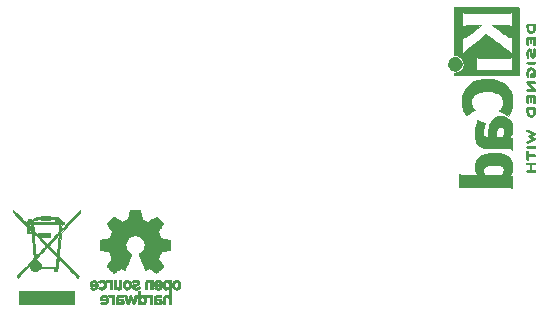
<source format=gbr>
%TF.GenerationSoftware,KiCad,Pcbnew,9.0.1*%
%TF.CreationDate,2025-06-18T14:20:43+03:00*%
%TF.ProjectId,H bridge,48206272-6964-4676-952e-6b696361645f,2.1v*%
%TF.SameCoordinates,Original*%
%TF.FileFunction,Legend,Bot*%
%TF.FilePolarity,Positive*%
%FSLAX46Y46*%
G04 Gerber Fmt 4.6, Leading zero omitted, Abs format (unit mm)*
G04 Created by KiCad (PCBNEW 9.0.1) date 2025-06-18 14:20:43*
%MOMM*%
%LPD*%
G01*
G04 APERTURE LIST*
%ADD10C,0.010000*%
G04 APERTURE END LIST*
D10*
%TO.C,REF\u002A\u002A*%
X145356184Y-108533026D02*
X140677237Y-108533026D01*
X140677237Y-107380000D01*
X145356184Y-107380000D01*
X145356184Y-108533026D01*
G36*
X145356184Y-108533026D02*
G01*
X140677237Y-108533026D01*
X140677237Y-107380000D01*
X145356184Y-107380000D01*
X145356184Y-108533026D01*
G37*
X143985938Y-101167862D02*
X143986595Y-101185072D01*
X143995141Y-101213967D01*
X144019466Y-101238472D01*
X144066918Y-101267643D01*
X144108573Y-101294293D01*
X144171989Y-101345460D01*
X144229460Y-101402900D01*
X144273422Y-101458779D01*
X144296311Y-101505262D01*
X144301919Y-101523174D01*
X144312309Y-101535470D01*
X144315812Y-101539616D01*
X144344445Y-101546583D01*
X144397141Y-101548026D01*
X144487237Y-101548026D01*
X144487237Y-101698421D01*
X144275228Y-101698421D01*
X144255433Y-101934683D01*
X144252775Y-101966983D01*
X144246583Y-102047840D01*
X144242208Y-102113635D01*
X144240030Y-102158291D01*
X144240426Y-102175733D01*
X144246185Y-102170719D01*
X144272462Y-102144583D01*
X144317888Y-102098258D01*
X144380166Y-102034147D01*
X144456997Y-101954650D01*
X144546080Y-101862169D01*
X144645119Y-101759106D01*
X144751814Y-101647862D01*
X144863865Y-101530838D01*
X144978975Y-101410436D01*
X145094844Y-101289058D01*
X145209174Y-101169104D01*
X145319666Y-101052976D01*
X145424021Y-100943075D01*
X145519940Y-100841804D01*
X145605124Y-100751563D01*
X145677275Y-100674753D01*
X145806194Y-100537039D01*
X145806781Y-100654352D01*
X145807368Y-100771664D01*
X145009286Y-101610985D01*
X144211204Y-102450307D01*
X144195250Y-102641606D01*
X144131419Y-103407028D01*
X144120138Y-103542787D01*
X144106140Y-103712654D01*
X144093220Y-103871005D01*
X144081627Y-104014728D01*
X144071607Y-104140710D01*
X144063407Y-104245838D01*
X144057274Y-104327001D01*
X144053456Y-104381086D01*
X144052199Y-104404980D01*
X144055517Y-104415929D01*
X144070429Y-104439571D01*
X144098709Y-104475203D01*
X144112358Y-104490777D01*
X144141864Y-104524448D01*
X144201399Y-104588928D01*
X144278820Y-104670268D01*
X144375632Y-104770091D01*
X144493342Y-104890020D01*
X144633454Y-105031679D01*
X144725628Y-105124636D01*
X144854119Y-105254295D01*
X144982159Y-105383579D01*
X145105900Y-105508597D01*
X145221492Y-105625459D01*
X145325085Y-105730274D01*
X145412831Y-105819152D01*
X145480881Y-105888202D01*
X145747617Y-106159257D01*
X145699169Y-106209826D01*
X145687743Y-106221219D01*
X145654035Y-106249197D01*
X145630910Y-106260395D01*
X145612805Y-106250835D01*
X145579145Y-106222149D01*
X145538792Y-106181020D01*
X145514230Y-106155042D01*
X145468423Y-106107604D01*
X145403683Y-106041066D01*
X145322295Y-105957763D01*
X145226545Y-105860028D01*
X145118721Y-105750195D01*
X145001108Y-105630596D01*
X144875992Y-105503566D01*
X144745659Y-105371438D01*
X144024831Y-104641232D01*
X143995469Y-105020517D01*
X143989068Y-105101472D01*
X143979721Y-105210293D01*
X143971290Y-105292717D01*
X143963151Y-105353075D01*
X143954679Y-105395700D01*
X143945250Y-105424924D01*
X143934237Y-105445080D01*
X143918825Y-105473250D01*
X143906143Y-105525039D01*
X143902368Y-105599652D01*
X143902368Y-105708947D01*
X143601579Y-105708947D01*
X143601579Y-105475000D01*
X142477832Y-105475000D01*
X142412875Y-105548795D01*
X142395110Y-105568011D01*
X142298831Y-105645212D01*
X142190049Y-105692739D01*
X142072262Y-105708947D01*
X141968327Y-105700354D01*
X141850770Y-105664128D01*
X141750134Y-105599382D01*
X141730520Y-105580878D01*
X141681503Y-105520975D01*
X141638497Y-105451193D01*
X141607658Y-105382409D01*
X141595141Y-105325502D01*
X141594899Y-105317241D01*
X141593099Y-105286971D01*
X141588392Y-105266063D01*
X141578544Y-105256169D01*
X141561323Y-105258944D01*
X141534494Y-105276040D01*
X141495824Y-105309110D01*
X141443080Y-105359807D01*
X141374028Y-105429785D01*
X141286434Y-105520697D01*
X141178065Y-105634195D01*
X141120342Y-105694780D01*
X141023855Y-105796218D01*
X140932568Y-105892389D01*
X140850059Y-105979513D01*
X140779906Y-106053811D01*
X140725685Y-106111503D01*
X140690974Y-106148810D01*
X140596092Y-106252039D01*
X140537449Y-106193552D01*
X140478805Y-106135066D01*
X141204179Y-105374737D01*
X141249916Y-105326763D01*
X141412633Y-105155440D01*
X141552313Y-105007238D01*
X141669373Y-104881698D01*
X141764233Y-104778361D01*
X141831309Y-104703467D01*
X142105947Y-104703467D01*
X142108106Y-104721089D01*
X142108483Y-104722930D01*
X142126480Y-104764671D01*
X142162428Y-104784120D01*
X142273237Y-104825583D01*
X142371963Y-104894656D01*
X142449611Y-104986024D01*
X142502828Y-105095695D01*
X142528258Y-105219673D01*
X142536681Y-105324605D01*
X143798482Y-105324605D01*
X143807280Y-105287006D01*
X143808836Y-105277779D01*
X143813672Y-105236518D01*
X143820271Y-105169804D01*
X143828142Y-105082953D01*
X143836797Y-104981277D01*
X143845743Y-104870092D01*
X143875409Y-104490777D01*
X143475532Y-104084698D01*
X143402187Y-104010461D01*
X143312447Y-103920337D01*
X143231940Y-103840275D01*
X143163488Y-103773042D01*
X143109917Y-103721410D01*
X143074052Y-103688146D01*
X143058715Y-103676021D01*
X143048431Y-103681814D01*
X143017801Y-103708175D01*
X142971705Y-103752209D01*
X142914265Y-103809944D01*
X142849605Y-103877411D01*
X142832738Y-103895304D01*
X142757107Y-103975339D01*
X142666984Y-104070477D01*
X142569155Y-104173567D01*
X142470405Y-104277456D01*
X142377520Y-104374993D01*
X142371940Y-104380846D01*
X142285584Y-104471714D01*
X142219690Y-104542077D01*
X142171651Y-104595283D01*
X142138863Y-104634677D01*
X142118720Y-104663608D01*
X142108616Y-104685422D01*
X142105947Y-104703467D01*
X141831309Y-104703467D01*
X141837311Y-104696766D01*
X141889026Y-104636455D01*
X141919796Y-104596966D01*
X141930040Y-104577842D01*
X141930041Y-104577729D01*
X141928636Y-104553894D01*
X141924531Y-104500467D01*
X141918048Y-104421084D01*
X141909508Y-104319380D01*
X141899233Y-104198993D01*
X141887544Y-104063557D01*
X141874763Y-103916711D01*
X141861212Y-103762090D01*
X141847212Y-103603330D01*
X141833085Y-103444068D01*
X141819153Y-103287941D01*
X141805736Y-103138583D01*
X141793157Y-102999633D01*
X141781738Y-102874726D01*
X141771799Y-102767498D01*
X141763662Y-102681587D01*
X141757650Y-102620627D01*
X141754083Y-102588256D01*
X141746891Y-102534038D01*
X141918573Y-102534038D01*
X141920772Y-102575130D01*
X141925611Y-102644235D01*
X141932848Y-102738370D01*
X141942241Y-102854553D01*
X141953547Y-102989799D01*
X141966523Y-103141127D01*
X141980929Y-103305554D01*
X141996521Y-103480097D01*
X142008710Y-103614706D01*
X142023976Y-103781645D01*
X142038269Y-103936118D01*
X142051305Y-104075149D01*
X142062800Y-104195764D01*
X142072470Y-104294989D01*
X142080030Y-104369848D01*
X142085197Y-104417367D01*
X142087686Y-104434572D01*
X142095236Y-104429242D01*
X142122922Y-104403078D01*
X142167909Y-104358137D01*
X142227100Y-104297691D01*
X142297399Y-104225009D01*
X142375708Y-104143364D01*
X142458930Y-104056026D01*
X142543969Y-103966267D01*
X142627727Y-103877358D01*
X142707107Y-103792570D01*
X142779013Y-103715173D01*
X142840347Y-103648441D01*
X142888013Y-103595642D01*
X142918913Y-103560050D01*
X142927941Y-103547686D01*
X143169574Y-103547686D01*
X143535971Y-103913799D01*
X143625569Y-104003179D01*
X143710013Y-104086820D01*
X143775427Y-104150527D01*
X143824208Y-104196368D01*
X143858753Y-104226409D01*
X143881459Y-104242718D01*
X143894722Y-104247362D01*
X143900940Y-104242408D01*
X143902509Y-104229923D01*
X143903515Y-104209863D01*
X143907140Y-104158212D01*
X143913130Y-104079820D01*
X143921198Y-103978259D01*
X143931055Y-103857102D01*
X143942413Y-103719921D01*
X143954984Y-103570287D01*
X143968480Y-103411771D01*
X143980395Y-103272063D01*
X143992811Y-103124914D01*
X144003943Y-102991305D01*
X144013526Y-102874528D01*
X144021290Y-102777878D01*
X144026969Y-102704645D01*
X144030297Y-102658124D01*
X144031004Y-102641606D01*
X144030444Y-102641916D01*
X144014663Y-102657123D01*
X143979606Y-102692803D01*
X143928363Y-102745720D01*
X143864019Y-102812639D01*
X143789664Y-102890323D01*
X143708385Y-102975536D01*
X143623270Y-103065041D01*
X143537406Y-103155602D01*
X143453881Y-103243983D01*
X143375784Y-103326948D01*
X143306202Y-103401260D01*
X143172141Y-103544934D01*
X143169574Y-103547686D01*
X142927941Y-103547686D01*
X142929951Y-103544934D01*
X142919131Y-103530285D01*
X142887674Y-103495222D01*
X142838503Y-103442765D01*
X142774544Y-103375872D01*
X142698723Y-103297499D01*
X142613967Y-103210603D01*
X142523202Y-103118141D01*
X142429356Y-103023069D01*
X142335354Y-102928345D01*
X142244124Y-102836924D01*
X142158591Y-102751765D01*
X142081683Y-102675823D01*
X142016326Y-102612056D01*
X141965446Y-102563420D01*
X141931970Y-102532872D01*
X141918824Y-102523368D01*
X141918573Y-102534038D01*
X141746891Y-102534038D01*
X141744663Y-102517237D01*
X141379079Y-102517237D01*
X141378641Y-102237335D01*
X141378414Y-102092084D01*
X141512763Y-102092084D01*
X141512763Y-102383552D01*
X141621382Y-102383552D01*
X141631045Y-102383544D01*
X141685604Y-102382380D01*
X141715276Y-102377402D01*
X141727571Y-102365977D01*
X141730000Y-102345471D01*
X141719301Y-102315329D01*
X141682654Y-102265187D01*
X141621382Y-102199737D01*
X141512763Y-102092084D01*
X141378414Y-102092084D01*
X141378204Y-101957434D01*
X140777885Y-101347500D01*
X140177567Y-100737566D01*
X140176744Y-100621837D01*
X140175921Y-100506110D01*
X140895969Y-101235949D01*
X140965564Y-101306444D01*
X141109975Y-101452328D01*
X141233442Y-101576375D01*
X141337560Y-101680111D01*
X141423925Y-101765062D01*
X141494132Y-101832756D01*
X141549776Y-101884719D01*
X141592452Y-101922477D01*
X141623756Y-101947557D01*
X141645282Y-101961486D01*
X141658625Y-101965789D01*
X141681125Y-101964486D01*
X141693756Y-101954968D01*
X141695934Y-101928927D01*
X141690697Y-101878059D01*
X141687086Y-101846033D01*
X141682061Y-101792502D01*
X141680037Y-101756908D01*
X141679045Y-101744638D01*
X141669386Y-101731496D01*
X141642703Y-101727141D01*
X141590902Y-101729042D01*
X141577676Y-101729787D01*
X141524733Y-101728947D01*
X141487073Y-101717313D01*
X141460529Y-101698421D01*
X141836974Y-101698421D01*
X141842504Y-101761085D01*
X141845058Y-101789517D01*
X141853018Y-101867142D01*
X141860861Y-101918269D01*
X141870031Y-101948211D01*
X141881973Y-101962280D01*
X141898129Y-101965789D01*
X141912656Y-101968179D01*
X141922289Y-101979598D01*
X141927672Y-102006145D01*
X141930015Y-102053914D01*
X141930526Y-102129002D01*
X141930526Y-102292215D01*
X141983948Y-102345471D01*
X142114342Y-102475460D01*
X142298158Y-102658706D01*
X142298158Y-102517237D01*
X143300790Y-102517237D01*
X143300790Y-102834737D01*
X142478827Y-102834737D01*
X142757589Y-103122993D01*
X142810984Y-103178048D01*
X142884817Y-103253620D01*
X142948929Y-103318582D01*
X142999961Y-103369560D01*
X143034557Y-103403181D01*
X143049357Y-103416074D01*
X143054983Y-103412518D01*
X143081363Y-103388618D01*
X143126849Y-103344362D01*
X143189012Y-103282208D01*
X143265422Y-103204615D01*
X143353649Y-103114040D01*
X143451262Y-103012941D01*
X143555833Y-102903775D01*
X143660940Y-102793464D01*
X143763974Y-102684746D01*
X143847530Y-102595636D01*
X143913654Y-102523771D01*
X143964387Y-102466789D01*
X144001775Y-102422328D01*
X144027860Y-102388025D01*
X144044687Y-102361517D01*
X144054298Y-102340442D01*
X144058739Y-102322439D01*
X144059916Y-102313669D01*
X144065136Y-102265347D01*
X144071742Y-102194207D01*
X144079008Y-102108361D01*
X144086207Y-102015921D01*
X144088648Y-101983725D01*
X144095701Y-101896736D01*
X144102425Y-101821703D01*
X144108160Y-101765755D01*
X144112240Y-101736020D01*
X144120242Y-101698421D01*
X141836974Y-101698421D01*
X141460529Y-101698421D01*
X141449956Y-101690896D01*
X141443563Y-101685335D01*
X141391285Y-101617987D01*
X141370581Y-101548026D01*
X141823481Y-101548026D01*
X143703306Y-101548026D01*
X143700583Y-101481184D01*
X143985921Y-101481184D01*
X143985921Y-101548026D01*
X144061706Y-101548026D01*
X144084412Y-101547866D01*
X144118054Y-101544942D01*
X144127766Y-101535470D01*
X144120227Y-101515767D01*
X144117999Y-101512011D01*
X144092990Y-101483123D01*
X144056757Y-101451063D01*
X144020613Y-101425060D01*
X143995874Y-101414342D01*
X143993650Y-101416036D01*
X143988131Y-101439310D01*
X143985921Y-101481184D01*
X143700583Y-101481184D01*
X143698397Y-101427507D01*
X143693487Y-101306988D01*
X143593224Y-101286848D01*
X143542943Y-101277714D01*
X143458975Y-101264925D01*
X143380165Y-101255276D01*
X143267368Y-101243845D01*
X143267368Y-101380921D01*
X142498684Y-101380921D01*
X142498684Y-101260096D01*
X142402599Y-101271565D01*
X142255787Y-101296146D01*
X142108032Y-101340589D01*
X141985814Y-101402562D01*
X141887062Y-101482913D01*
X141823481Y-101548026D01*
X141370581Y-101548026D01*
X141368281Y-101540254D01*
X141375328Y-101458711D01*
X141413203Y-101379934D01*
X141416868Y-101375029D01*
X141467486Y-101332827D01*
X141533474Y-101307865D01*
X141604607Y-101301225D01*
X141670664Y-101313992D01*
X141721419Y-101347250D01*
X141738604Y-101364229D01*
X141755345Y-101368344D01*
X141779318Y-101355615D01*
X141819799Y-101323832D01*
X141832219Y-101314064D01*
X141928111Y-101252411D01*
X142041715Y-101197584D01*
X142134630Y-101163684D01*
X142632368Y-101163684D01*
X142632368Y-101247237D01*
X143133684Y-101247237D01*
X143133684Y-101163684D01*
X142632368Y-101163684D01*
X142134630Y-101163684D01*
X142162453Y-101153533D01*
X142279746Y-101124206D01*
X142383017Y-101113552D01*
X142393988Y-101113468D01*
X142454970Y-101107531D01*
X142488460Y-101090885D01*
X142498684Y-101061633D01*
X142499885Y-101052417D01*
X142506449Y-101044491D01*
X142522391Y-101038689D01*
X142551719Y-101034681D01*
X142598440Y-101032139D01*
X142666559Y-101030730D01*
X142760086Y-101030128D01*
X142883026Y-101030000D01*
X142998219Y-101030225D01*
X143096126Y-101031135D01*
X143167800Y-101032969D01*
X143217001Y-101035966D01*
X143247490Y-101040363D01*
X143263025Y-101046398D01*
X143267368Y-101054308D01*
X143281653Y-101073732D01*
X143321678Y-101086127D01*
X143336997Y-101088296D01*
X143389230Y-101095930D01*
X143458737Y-101106278D01*
X143534737Y-101117740D01*
X143576651Y-101123575D01*
X143637992Y-101129894D01*
X143681273Y-101131418D01*
X143699057Y-101127697D01*
X143702094Y-101125273D01*
X143730130Y-101119285D01*
X143780564Y-101115117D01*
X143845274Y-101113552D01*
X143985921Y-101113552D01*
X143985937Y-101163684D01*
X143985938Y-101167862D01*
G36*
X143985938Y-101167862D02*
G01*
X143986595Y-101185072D01*
X143995141Y-101213967D01*
X144019466Y-101238472D01*
X144066918Y-101267643D01*
X144108573Y-101294293D01*
X144171989Y-101345460D01*
X144229460Y-101402900D01*
X144273422Y-101458779D01*
X144296311Y-101505262D01*
X144301919Y-101523174D01*
X144312309Y-101535470D01*
X144315812Y-101539616D01*
X144344445Y-101546583D01*
X144397141Y-101548026D01*
X144487237Y-101548026D01*
X144487237Y-101698421D01*
X144275228Y-101698421D01*
X144255433Y-101934683D01*
X144252775Y-101966983D01*
X144246583Y-102047840D01*
X144242208Y-102113635D01*
X144240030Y-102158291D01*
X144240426Y-102175733D01*
X144246185Y-102170719D01*
X144272462Y-102144583D01*
X144317888Y-102098258D01*
X144380166Y-102034147D01*
X144456997Y-101954650D01*
X144546080Y-101862169D01*
X144645119Y-101759106D01*
X144751814Y-101647862D01*
X144863865Y-101530838D01*
X144978975Y-101410436D01*
X145094844Y-101289058D01*
X145209174Y-101169104D01*
X145319666Y-101052976D01*
X145424021Y-100943075D01*
X145519940Y-100841804D01*
X145605124Y-100751563D01*
X145677275Y-100674753D01*
X145806194Y-100537039D01*
X145806781Y-100654352D01*
X145807368Y-100771664D01*
X145009286Y-101610985D01*
X144211204Y-102450307D01*
X144195250Y-102641606D01*
X144131419Y-103407028D01*
X144120138Y-103542787D01*
X144106140Y-103712654D01*
X144093220Y-103871005D01*
X144081627Y-104014728D01*
X144071607Y-104140710D01*
X144063407Y-104245838D01*
X144057274Y-104327001D01*
X144053456Y-104381086D01*
X144052199Y-104404980D01*
X144055517Y-104415929D01*
X144070429Y-104439571D01*
X144098709Y-104475203D01*
X144112358Y-104490777D01*
X144141864Y-104524448D01*
X144201399Y-104588928D01*
X144278820Y-104670268D01*
X144375632Y-104770091D01*
X144493342Y-104890020D01*
X144633454Y-105031679D01*
X144725628Y-105124636D01*
X144854119Y-105254295D01*
X144982159Y-105383579D01*
X145105900Y-105508597D01*
X145221492Y-105625459D01*
X145325085Y-105730274D01*
X145412831Y-105819152D01*
X145480881Y-105888202D01*
X145747617Y-106159257D01*
X145699169Y-106209826D01*
X145687743Y-106221219D01*
X145654035Y-106249197D01*
X145630910Y-106260395D01*
X145612805Y-106250835D01*
X145579145Y-106222149D01*
X145538792Y-106181020D01*
X145514230Y-106155042D01*
X145468423Y-106107604D01*
X145403683Y-106041066D01*
X145322295Y-105957763D01*
X145226545Y-105860028D01*
X145118721Y-105750195D01*
X145001108Y-105630596D01*
X144875992Y-105503566D01*
X144745659Y-105371438D01*
X144024831Y-104641232D01*
X143995469Y-105020517D01*
X143989068Y-105101472D01*
X143979721Y-105210293D01*
X143971290Y-105292717D01*
X143963151Y-105353075D01*
X143954679Y-105395700D01*
X143945250Y-105424924D01*
X143934237Y-105445080D01*
X143918825Y-105473250D01*
X143906143Y-105525039D01*
X143902368Y-105599652D01*
X143902368Y-105708947D01*
X143601579Y-105708947D01*
X143601579Y-105475000D01*
X142477832Y-105475000D01*
X142412875Y-105548795D01*
X142395110Y-105568011D01*
X142298831Y-105645212D01*
X142190049Y-105692739D01*
X142072262Y-105708947D01*
X141968327Y-105700354D01*
X141850770Y-105664128D01*
X141750134Y-105599382D01*
X141730520Y-105580878D01*
X141681503Y-105520975D01*
X141638497Y-105451193D01*
X141607658Y-105382409D01*
X141595141Y-105325502D01*
X141594899Y-105317241D01*
X141593099Y-105286971D01*
X141588392Y-105266063D01*
X141578544Y-105256169D01*
X141561323Y-105258944D01*
X141534494Y-105276040D01*
X141495824Y-105309110D01*
X141443080Y-105359807D01*
X141374028Y-105429785D01*
X141286434Y-105520697D01*
X141178065Y-105634195D01*
X141120342Y-105694780D01*
X141023855Y-105796218D01*
X140932568Y-105892389D01*
X140850059Y-105979513D01*
X140779906Y-106053811D01*
X140725685Y-106111503D01*
X140690974Y-106148810D01*
X140596092Y-106252039D01*
X140537449Y-106193552D01*
X140478805Y-106135066D01*
X141204179Y-105374737D01*
X141249916Y-105326763D01*
X141412633Y-105155440D01*
X141552313Y-105007238D01*
X141669373Y-104881698D01*
X141764233Y-104778361D01*
X141831309Y-104703467D01*
X142105947Y-104703467D01*
X142108106Y-104721089D01*
X142108483Y-104722930D01*
X142126480Y-104764671D01*
X142162428Y-104784120D01*
X142273237Y-104825583D01*
X142371963Y-104894656D01*
X142449611Y-104986024D01*
X142502828Y-105095695D01*
X142528258Y-105219673D01*
X142536681Y-105324605D01*
X143798482Y-105324605D01*
X143807280Y-105287006D01*
X143808836Y-105277779D01*
X143813672Y-105236518D01*
X143820271Y-105169804D01*
X143828142Y-105082953D01*
X143836797Y-104981277D01*
X143845743Y-104870092D01*
X143875409Y-104490777D01*
X143475532Y-104084698D01*
X143402187Y-104010461D01*
X143312447Y-103920337D01*
X143231940Y-103840275D01*
X143163488Y-103773042D01*
X143109917Y-103721410D01*
X143074052Y-103688146D01*
X143058715Y-103676021D01*
X143048431Y-103681814D01*
X143017801Y-103708175D01*
X142971705Y-103752209D01*
X142914265Y-103809944D01*
X142849605Y-103877411D01*
X142832738Y-103895304D01*
X142757107Y-103975339D01*
X142666984Y-104070477D01*
X142569155Y-104173567D01*
X142470405Y-104277456D01*
X142377520Y-104374993D01*
X142371940Y-104380846D01*
X142285584Y-104471714D01*
X142219690Y-104542077D01*
X142171651Y-104595283D01*
X142138863Y-104634677D01*
X142118720Y-104663608D01*
X142108616Y-104685422D01*
X142105947Y-104703467D01*
X141831309Y-104703467D01*
X141837311Y-104696766D01*
X141889026Y-104636455D01*
X141919796Y-104596966D01*
X141930040Y-104577842D01*
X141930041Y-104577729D01*
X141928636Y-104553894D01*
X141924531Y-104500467D01*
X141918048Y-104421084D01*
X141909508Y-104319380D01*
X141899233Y-104198993D01*
X141887544Y-104063557D01*
X141874763Y-103916711D01*
X141861212Y-103762090D01*
X141847212Y-103603330D01*
X141833085Y-103444068D01*
X141819153Y-103287941D01*
X141805736Y-103138583D01*
X141793157Y-102999633D01*
X141781738Y-102874726D01*
X141771799Y-102767498D01*
X141763662Y-102681587D01*
X141757650Y-102620627D01*
X141754083Y-102588256D01*
X141746891Y-102534038D01*
X141918573Y-102534038D01*
X141920772Y-102575130D01*
X141925611Y-102644235D01*
X141932848Y-102738370D01*
X141942241Y-102854553D01*
X141953547Y-102989799D01*
X141966523Y-103141127D01*
X141980929Y-103305554D01*
X141996521Y-103480097D01*
X142008710Y-103614706D01*
X142023976Y-103781645D01*
X142038269Y-103936118D01*
X142051305Y-104075149D01*
X142062800Y-104195764D01*
X142072470Y-104294989D01*
X142080030Y-104369848D01*
X142085197Y-104417367D01*
X142087686Y-104434572D01*
X142095236Y-104429242D01*
X142122922Y-104403078D01*
X142167909Y-104358137D01*
X142227100Y-104297691D01*
X142297399Y-104225009D01*
X142375708Y-104143364D01*
X142458930Y-104056026D01*
X142543969Y-103966267D01*
X142627727Y-103877358D01*
X142707107Y-103792570D01*
X142779013Y-103715173D01*
X142840347Y-103648441D01*
X142888013Y-103595642D01*
X142918913Y-103560050D01*
X142927941Y-103547686D01*
X143169574Y-103547686D01*
X143535971Y-103913799D01*
X143625569Y-104003179D01*
X143710013Y-104086820D01*
X143775427Y-104150527D01*
X143824208Y-104196368D01*
X143858753Y-104226409D01*
X143881459Y-104242718D01*
X143894722Y-104247362D01*
X143900940Y-104242408D01*
X143902509Y-104229923D01*
X143903515Y-104209863D01*
X143907140Y-104158212D01*
X143913130Y-104079820D01*
X143921198Y-103978259D01*
X143931055Y-103857102D01*
X143942413Y-103719921D01*
X143954984Y-103570287D01*
X143968480Y-103411771D01*
X143980395Y-103272063D01*
X143992811Y-103124914D01*
X144003943Y-102991305D01*
X144013526Y-102874528D01*
X144021290Y-102777878D01*
X144026969Y-102704645D01*
X144030297Y-102658124D01*
X144031004Y-102641606D01*
X144030444Y-102641916D01*
X144014663Y-102657123D01*
X143979606Y-102692803D01*
X143928363Y-102745720D01*
X143864019Y-102812639D01*
X143789664Y-102890323D01*
X143708385Y-102975536D01*
X143623270Y-103065041D01*
X143537406Y-103155602D01*
X143453881Y-103243983D01*
X143375784Y-103326948D01*
X143306202Y-103401260D01*
X143172141Y-103544934D01*
X143169574Y-103547686D01*
X142927941Y-103547686D01*
X142929951Y-103544934D01*
X142919131Y-103530285D01*
X142887674Y-103495222D01*
X142838503Y-103442765D01*
X142774544Y-103375872D01*
X142698723Y-103297499D01*
X142613967Y-103210603D01*
X142523202Y-103118141D01*
X142429356Y-103023069D01*
X142335354Y-102928345D01*
X142244124Y-102836924D01*
X142158591Y-102751765D01*
X142081683Y-102675823D01*
X142016326Y-102612056D01*
X141965446Y-102563420D01*
X141931970Y-102532872D01*
X141918824Y-102523368D01*
X141918573Y-102534038D01*
X141746891Y-102534038D01*
X141744663Y-102517237D01*
X141379079Y-102517237D01*
X141378641Y-102237335D01*
X141378414Y-102092084D01*
X141512763Y-102092084D01*
X141512763Y-102383552D01*
X141621382Y-102383552D01*
X141631045Y-102383544D01*
X141685604Y-102382380D01*
X141715276Y-102377402D01*
X141727571Y-102365977D01*
X141730000Y-102345471D01*
X141719301Y-102315329D01*
X141682654Y-102265187D01*
X141621382Y-102199737D01*
X141512763Y-102092084D01*
X141378414Y-102092084D01*
X141378204Y-101957434D01*
X140777885Y-101347500D01*
X140177567Y-100737566D01*
X140176744Y-100621837D01*
X140175921Y-100506110D01*
X140895969Y-101235949D01*
X140965564Y-101306444D01*
X141109975Y-101452328D01*
X141233442Y-101576375D01*
X141337560Y-101680111D01*
X141423925Y-101765062D01*
X141494132Y-101832756D01*
X141549776Y-101884719D01*
X141592452Y-101922477D01*
X141623756Y-101947557D01*
X141645282Y-101961486D01*
X141658625Y-101965789D01*
X141681125Y-101964486D01*
X141693756Y-101954968D01*
X141695934Y-101928927D01*
X141690697Y-101878059D01*
X141687086Y-101846033D01*
X141682061Y-101792502D01*
X141680037Y-101756908D01*
X141679045Y-101744638D01*
X141669386Y-101731496D01*
X141642703Y-101727141D01*
X141590902Y-101729042D01*
X141577676Y-101729787D01*
X141524733Y-101728947D01*
X141487073Y-101717313D01*
X141460529Y-101698421D01*
X141836974Y-101698421D01*
X141842504Y-101761085D01*
X141845058Y-101789517D01*
X141853018Y-101867142D01*
X141860861Y-101918269D01*
X141870031Y-101948211D01*
X141881973Y-101962280D01*
X141898129Y-101965789D01*
X141912656Y-101968179D01*
X141922289Y-101979598D01*
X141927672Y-102006145D01*
X141930015Y-102053914D01*
X141930526Y-102129002D01*
X141930526Y-102292215D01*
X141983948Y-102345471D01*
X142114342Y-102475460D01*
X142298158Y-102658706D01*
X142298158Y-102517237D01*
X143300790Y-102517237D01*
X143300790Y-102834737D01*
X142478827Y-102834737D01*
X142757589Y-103122993D01*
X142810984Y-103178048D01*
X142884817Y-103253620D01*
X142948929Y-103318582D01*
X142999961Y-103369560D01*
X143034557Y-103403181D01*
X143049357Y-103416074D01*
X143054983Y-103412518D01*
X143081363Y-103388618D01*
X143126849Y-103344362D01*
X143189012Y-103282208D01*
X143265422Y-103204615D01*
X143353649Y-103114040D01*
X143451262Y-103012941D01*
X143555833Y-102903775D01*
X143660940Y-102793464D01*
X143763974Y-102684746D01*
X143847530Y-102595636D01*
X143913654Y-102523771D01*
X143964387Y-102466789D01*
X144001775Y-102422328D01*
X144027860Y-102388025D01*
X144044687Y-102361517D01*
X144054298Y-102340442D01*
X144058739Y-102322439D01*
X144059916Y-102313669D01*
X144065136Y-102265347D01*
X144071742Y-102194207D01*
X144079008Y-102108361D01*
X144086207Y-102015921D01*
X144088648Y-101983725D01*
X144095701Y-101896736D01*
X144102425Y-101821703D01*
X144108160Y-101765755D01*
X144112240Y-101736020D01*
X144120242Y-101698421D01*
X141836974Y-101698421D01*
X141460529Y-101698421D01*
X141449956Y-101690896D01*
X141443563Y-101685335D01*
X141391285Y-101617987D01*
X141370581Y-101548026D01*
X141823481Y-101548026D01*
X143703306Y-101548026D01*
X143700583Y-101481184D01*
X143985921Y-101481184D01*
X143985921Y-101548026D01*
X144061706Y-101548026D01*
X144084412Y-101547866D01*
X144118054Y-101544942D01*
X144127766Y-101535470D01*
X144120227Y-101515767D01*
X144117999Y-101512011D01*
X144092990Y-101483123D01*
X144056757Y-101451063D01*
X144020613Y-101425060D01*
X143995874Y-101414342D01*
X143993650Y-101416036D01*
X143988131Y-101439310D01*
X143985921Y-101481184D01*
X143700583Y-101481184D01*
X143698397Y-101427507D01*
X143693487Y-101306988D01*
X143593224Y-101286848D01*
X143542943Y-101277714D01*
X143458975Y-101264925D01*
X143380165Y-101255276D01*
X143267368Y-101243845D01*
X143267368Y-101380921D01*
X142498684Y-101380921D01*
X142498684Y-101260096D01*
X142402599Y-101271565D01*
X142255787Y-101296146D01*
X142108032Y-101340589D01*
X141985814Y-101402562D01*
X141887062Y-101482913D01*
X141823481Y-101548026D01*
X141370581Y-101548026D01*
X141368281Y-101540254D01*
X141375328Y-101458711D01*
X141413203Y-101379934D01*
X141416868Y-101375029D01*
X141467486Y-101332827D01*
X141533474Y-101307865D01*
X141604607Y-101301225D01*
X141670664Y-101313992D01*
X141721419Y-101347250D01*
X141738604Y-101364229D01*
X141755345Y-101368344D01*
X141779318Y-101355615D01*
X141819799Y-101323832D01*
X141832219Y-101314064D01*
X141928111Y-101252411D01*
X142041715Y-101197584D01*
X142134630Y-101163684D01*
X142632368Y-101163684D01*
X142632368Y-101247237D01*
X143133684Y-101247237D01*
X143133684Y-101163684D01*
X142632368Y-101163684D01*
X142134630Y-101163684D01*
X142162453Y-101153533D01*
X142279746Y-101124206D01*
X142383017Y-101113552D01*
X142393988Y-101113468D01*
X142454970Y-101107531D01*
X142488460Y-101090885D01*
X142498684Y-101061633D01*
X142499885Y-101052417D01*
X142506449Y-101044491D01*
X142522391Y-101038689D01*
X142551719Y-101034681D01*
X142598440Y-101032139D01*
X142666559Y-101030730D01*
X142760086Y-101030128D01*
X142883026Y-101030000D01*
X142998219Y-101030225D01*
X143096126Y-101031135D01*
X143167800Y-101032969D01*
X143217001Y-101035966D01*
X143247490Y-101040363D01*
X143263025Y-101046398D01*
X143267368Y-101054308D01*
X143281653Y-101073732D01*
X143321678Y-101086127D01*
X143336997Y-101088296D01*
X143389230Y-101095930D01*
X143458737Y-101106278D01*
X143534737Y-101117740D01*
X143576651Y-101123575D01*
X143637992Y-101129894D01*
X143681273Y-101131418D01*
X143699057Y-101127697D01*
X143702094Y-101125273D01*
X143730130Y-101119285D01*
X143780564Y-101115117D01*
X143845274Y-101113552D01*
X143985921Y-101113552D01*
X143985937Y-101163684D01*
X143985938Y-101167862D01*
G37*
X184347456Y-95153081D02*
X184364931Y-95184441D01*
X184365767Y-95220242D01*
X184345274Y-95251680D01*
X184340608Y-95255556D01*
X184331141Y-95261022D01*
X184317459Y-95265229D01*
X184296940Y-95268341D01*
X184266960Y-95270521D01*
X184224896Y-95271932D01*
X184168124Y-95272737D01*
X184094022Y-95273101D01*
X183999965Y-95273186D01*
X183678419Y-95273186D01*
X183656839Y-95246535D01*
X183642069Y-95222822D01*
X183635259Y-95199808D01*
X183641141Y-95178802D01*
X183656839Y-95153081D01*
X183678419Y-95126430D01*
X184325876Y-95126430D01*
X184347456Y-95153081D01*
G36*
X184347456Y-95153081D02*
G01*
X184364931Y-95184441D01*
X184365767Y-95220242D01*
X184345274Y-95251680D01*
X184340608Y-95255556D01*
X184331141Y-95261022D01*
X184317459Y-95265229D01*
X184296940Y-95268341D01*
X184266960Y-95270521D01*
X184224896Y-95271932D01*
X184168124Y-95272737D01*
X184094022Y-95273101D01*
X183999965Y-95273186D01*
X183678419Y-95273186D01*
X183656839Y-95246535D01*
X183642069Y-95222822D01*
X183635259Y-95199808D01*
X183641141Y-95178802D01*
X183656839Y-95153081D01*
X183678419Y-95126430D01*
X184325876Y-95126430D01*
X184347456Y-95153081D01*
G37*
X184087759Y-87986249D02*
X184161981Y-87986507D01*
X184218733Y-87987178D01*
X184260704Y-87988456D01*
X184290581Y-87990535D01*
X184311053Y-87993609D01*
X184324806Y-87997874D01*
X184334529Y-88003524D01*
X184342909Y-88010753D01*
X184364373Y-88042217D01*
X184366139Y-88077382D01*
X184346459Y-88110386D01*
X184340590Y-88115692D01*
X184331506Y-88121142D01*
X184318165Y-88125308D01*
X184297949Y-88128362D01*
X184268241Y-88130476D01*
X184226424Y-88131822D01*
X184169881Y-88132570D01*
X184095994Y-88132894D01*
X184002148Y-88132963D01*
X183926486Y-88132924D01*
X183848577Y-88132669D01*
X183788567Y-88132025D01*
X183743840Y-88130821D01*
X183711777Y-88128884D01*
X183689763Y-88126044D01*
X183675179Y-88122129D01*
X183665410Y-88116966D01*
X183657837Y-88110386D01*
X183638815Y-88081202D01*
X183639655Y-88048071D01*
X183662968Y-88013917D01*
X183690677Y-87986208D01*
X184003729Y-87986208D01*
X184087759Y-87986249D01*
G36*
X184087759Y-87986249D02*
G01*
X184161981Y-87986507D01*
X184218733Y-87987178D01*
X184260704Y-87988456D01*
X184290581Y-87990535D01*
X184311053Y-87993609D01*
X184324806Y-87997874D01*
X184334529Y-88003524D01*
X184342909Y-88010753D01*
X184364373Y-88042217D01*
X184366139Y-88077382D01*
X184346459Y-88110386D01*
X184340590Y-88115692D01*
X184331506Y-88121142D01*
X184318165Y-88125308D01*
X184297949Y-88128362D01*
X184268241Y-88130476D01*
X184226424Y-88131822D01*
X184169881Y-88132570D01*
X184095994Y-88132894D01*
X184002148Y-88132963D01*
X183926486Y-88132924D01*
X183848577Y-88132669D01*
X183788567Y-88132025D01*
X183743840Y-88130821D01*
X183711777Y-88128884D01*
X183689763Y-88126044D01*
X183675179Y-88122129D01*
X183665410Y-88116966D01*
X183657837Y-88110386D01*
X183638815Y-88081202D01*
X183639655Y-88048071D01*
X183662968Y-88013917D01*
X183690677Y-87986208D01*
X184003729Y-87986208D01*
X184087759Y-87986249D01*
G37*
X177645381Y-87597395D02*
X177695880Y-87600181D01*
X177735280Y-87607013D01*
X177772628Y-87619596D01*
X177816973Y-87639636D01*
X177828791Y-87645434D01*
X177937001Y-87713955D01*
X178026033Y-87800135D01*
X178093797Y-87901528D01*
X178138206Y-88015689D01*
X178150598Y-88074266D01*
X178156397Y-88193101D01*
X178137634Y-88308200D01*
X178096232Y-88416188D01*
X178034115Y-88513691D01*
X177953207Y-88597332D01*
X177855432Y-88663737D01*
X177742714Y-88709531D01*
X177650471Y-88726286D01*
X177548677Y-88727795D01*
X177449660Y-88714168D01*
X177363892Y-88686055D01*
X177302573Y-88653570D01*
X177205288Y-88581253D01*
X177128507Y-88495522D01*
X177072238Y-88399527D01*
X177036490Y-88296421D01*
X177021268Y-88189358D01*
X177026581Y-88081488D01*
X177052436Y-87975964D01*
X177098841Y-87875940D01*
X177165803Y-87784566D01*
X177253328Y-87704995D01*
X177361426Y-87640380D01*
X177399506Y-87623057D01*
X177438103Y-87609023D01*
X177476689Y-87601148D01*
X177524415Y-87597697D01*
X177590433Y-87596932D01*
X177645381Y-87597395D01*
G36*
X177645381Y-87597395D02*
G01*
X177695880Y-87600181D01*
X177735280Y-87607013D01*
X177772628Y-87619596D01*
X177816973Y-87639636D01*
X177828791Y-87645434D01*
X177937001Y-87713955D01*
X178026033Y-87800135D01*
X178093797Y-87901528D01*
X178138206Y-88015689D01*
X178150598Y-88074266D01*
X178156397Y-88193101D01*
X178137634Y-88308200D01*
X178096232Y-88416188D01*
X178034115Y-88513691D01*
X177953207Y-88597332D01*
X177855432Y-88663737D01*
X177742714Y-88709531D01*
X177650471Y-88726286D01*
X177548677Y-88727795D01*
X177449660Y-88714168D01*
X177363892Y-88686055D01*
X177302573Y-88653570D01*
X177205288Y-88581253D01*
X177128507Y-88495522D01*
X177072238Y-88399527D01*
X177036490Y-88296421D01*
X177021268Y-88189358D01*
X177026581Y-88081488D01*
X177052436Y-87975964D01*
X177098841Y-87875940D01*
X177165803Y-87784566D01*
X177253328Y-87704995D01*
X177361426Y-87640380D01*
X177399506Y-87623057D01*
X177438103Y-87609023D01*
X177476689Y-87601148D01*
X177524415Y-87597697D01*
X177590433Y-87596932D01*
X177645381Y-87597395D01*
G37*
X183761370Y-95523291D02*
X183762823Y-95524651D01*
X183771184Y-95535854D01*
X183776739Y-95552956D01*
X183780032Y-95580126D01*
X183781610Y-95621530D01*
X183782014Y-95681335D01*
X183782014Y-95820697D01*
X184045781Y-95820697D01*
X184121609Y-95820772D01*
X184188275Y-95821180D01*
X184238059Y-95822162D01*
X184273976Y-95823958D01*
X184299042Y-95826809D01*
X184316273Y-95830955D01*
X184328684Y-95836637D01*
X184339292Y-95844094D01*
X184342098Y-95846384D01*
X184364740Y-95877562D01*
X184366304Y-95911942D01*
X184346459Y-95944874D01*
X184338383Y-95951853D01*
X184327785Y-95957325D01*
X184311941Y-95961345D01*
X184287965Y-95964136D01*
X184252966Y-95965920D01*
X184204056Y-95966919D01*
X184138346Y-95967356D01*
X184052948Y-95967452D01*
X183782014Y-95967452D01*
X183782014Y-96113388D01*
X183782013Y-96124488D01*
X183781788Y-96181006D01*
X183780649Y-96219850D01*
X183777849Y-96245243D01*
X183772642Y-96261404D01*
X183764281Y-96272556D01*
X183752018Y-96282919D01*
X183721330Y-96298767D01*
X183687550Y-96295665D01*
X183655014Y-96270021D01*
X183651297Y-96265079D01*
X183646461Y-96254870D01*
X183642698Y-96239444D01*
X183639875Y-96216322D01*
X183637862Y-96183025D01*
X183636525Y-96137071D01*
X183635734Y-96075980D01*
X183635355Y-95997273D01*
X183635259Y-95898468D01*
X183635260Y-95878441D01*
X183635350Y-95784318D01*
X183635690Y-95709803D01*
X183636431Y-95652397D01*
X183637727Y-95609597D01*
X183639729Y-95578904D01*
X183642588Y-95557817D01*
X183646458Y-95543835D01*
X183651490Y-95534458D01*
X183657837Y-95527186D01*
X183690554Y-95508380D01*
X183728131Y-95506933D01*
X183761370Y-95523291D01*
G36*
X183761370Y-95523291D02*
G01*
X183762823Y-95524651D01*
X183771184Y-95535854D01*
X183776739Y-95552956D01*
X183780032Y-95580126D01*
X183781610Y-95621530D01*
X183782014Y-95681335D01*
X183782014Y-95820697D01*
X184045781Y-95820697D01*
X184121609Y-95820772D01*
X184188275Y-95821180D01*
X184238059Y-95822162D01*
X184273976Y-95823958D01*
X184299042Y-95826809D01*
X184316273Y-95830955D01*
X184328684Y-95836637D01*
X184339292Y-95844094D01*
X184342098Y-95846384D01*
X184364740Y-95877562D01*
X184366304Y-95911942D01*
X184346459Y-95944874D01*
X184338383Y-95951853D01*
X184327785Y-95957325D01*
X184311941Y-95961345D01*
X184287965Y-95964136D01*
X184252966Y-95965920D01*
X184204056Y-95966919D01*
X184138346Y-95967356D01*
X184052948Y-95967452D01*
X183782014Y-95967452D01*
X183782014Y-96113388D01*
X183782013Y-96124488D01*
X183781788Y-96181006D01*
X183780649Y-96219850D01*
X183777849Y-96245243D01*
X183772642Y-96261404D01*
X183764281Y-96272556D01*
X183752018Y-96282919D01*
X183721330Y-96298767D01*
X183687550Y-96295665D01*
X183655014Y-96270021D01*
X183651297Y-96265079D01*
X183646461Y-96254870D01*
X183642698Y-96239444D01*
X183639875Y-96216322D01*
X183637862Y-96183025D01*
X183636525Y-96137071D01*
X183635734Y-96075980D01*
X183635355Y-95997273D01*
X183635259Y-95898468D01*
X183635260Y-95878441D01*
X183635350Y-95784318D01*
X183635690Y-95709803D01*
X183636431Y-95652397D01*
X183637727Y-95609597D01*
X183639729Y-95578904D01*
X183642588Y-95557817D01*
X183646458Y-95543835D01*
X183651490Y-95534458D01*
X183657837Y-95527186D01*
X183690554Y-95508380D01*
X183728131Y-95506933D01*
X183761370Y-95523291D01*
G37*
X184043823Y-96531099D02*
X184160192Y-96531583D01*
X184174367Y-96531651D01*
X184236129Y-96532237D01*
X184279812Y-96533560D01*
X184309193Y-96536105D01*
X184328047Y-96540360D01*
X184340151Y-96546812D01*
X184349281Y-96555946D01*
X184366698Y-96589404D01*
X184363796Y-96624352D01*
X184339292Y-96655255D01*
X184326089Y-96664264D01*
X184307553Y-96671716D01*
X184281525Y-96676084D01*
X184242979Y-96678139D01*
X184186892Y-96678652D01*
X184064237Y-96678652D01*
X184064237Y-97175363D01*
X184199063Y-97175363D01*
X184234854Y-97175436D01*
X184281184Y-97176199D01*
X184311718Y-97178375D01*
X184330749Y-97182672D01*
X184342566Y-97189796D01*
X184351463Y-97200453D01*
X184366533Y-97232704D01*
X184363865Y-97267991D01*
X184339292Y-97298722D01*
X184333037Y-97303377D01*
X184322513Y-97309313D01*
X184308583Y-97313844D01*
X184288509Y-97317160D01*
X184259552Y-97319449D01*
X184218972Y-97320900D01*
X184164032Y-97321703D01*
X184091991Y-97322046D01*
X184000112Y-97322119D01*
X183690677Y-97322119D01*
X183662968Y-97294410D01*
X183640725Y-97263031D01*
X183638036Y-97229802D01*
X183657837Y-97197941D01*
X183667607Y-97189655D01*
X183683499Y-97182243D01*
X183707467Y-97177906D01*
X183744340Y-97175870D01*
X183798948Y-97175363D01*
X183917481Y-97175363D01*
X183917481Y-96678652D01*
X183801968Y-96678652D01*
X183750270Y-96678214D01*
X183715746Y-96676250D01*
X183693170Y-96671734D01*
X183677318Y-96663641D01*
X183662968Y-96650943D01*
X183640725Y-96619565D01*
X183638036Y-96586336D01*
X183657837Y-96554474D01*
X183664027Y-96548842D01*
X183672233Y-96543752D01*
X183684009Y-96539665D01*
X183701468Y-96536487D01*
X183726722Y-96534121D01*
X183761882Y-96532470D01*
X183809061Y-96531439D01*
X183870369Y-96530931D01*
X183947919Y-96530849D01*
X184043823Y-96531099D01*
G36*
X184043823Y-96531099D02*
G01*
X184160192Y-96531583D01*
X184174367Y-96531651D01*
X184236129Y-96532237D01*
X184279812Y-96533560D01*
X184309193Y-96536105D01*
X184328047Y-96540360D01*
X184340151Y-96546812D01*
X184349281Y-96555946D01*
X184366698Y-96589404D01*
X184363796Y-96624352D01*
X184339292Y-96655255D01*
X184326089Y-96664264D01*
X184307553Y-96671716D01*
X184281525Y-96676084D01*
X184242979Y-96678139D01*
X184186892Y-96678652D01*
X184064237Y-96678652D01*
X184064237Y-97175363D01*
X184199063Y-97175363D01*
X184234854Y-97175436D01*
X184281184Y-97176199D01*
X184311718Y-97178375D01*
X184330749Y-97182672D01*
X184342566Y-97189796D01*
X184351463Y-97200453D01*
X184366533Y-97232704D01*
X184363865Y-97267991D01*
X184339292Y-97298722D01*
X184333037Y-97303377D01*
X184322513Y-97309313D01*
X184308583Y-97313844D01*
X184288509Y-97317160D01*
X184259552Y-97319449D01*
X184218972Y-97320900D01*
X184164032Y-97321703D01*
X184091991Y-97322046D01*
X184000112Y-97322119D01*
X183690677Y-97322119D01*
X183662968Y-97294410D01*
X183640725Y-97263031D01*
X183638036Y-97229802D01*
X183657837Y-97197941D01*
X183667607Y-97189655D01*
X183683499Y-97182243D01*
X183707467Y-97177906D01*
X183744340Y-97175870D01*
X183798948Y-97175363D01*
X183917481Y-97175363D01*
X183917481Y-96678652D01*
X183801968Y-96678652D01*
X183750270Y-96678214D01*
X183715746Y-96676250D01*
X183693170Y-96671734D01*
X183677318Y-96663641D01*
X183662968Y-96650943D01*
X183640725Y-96619565D01*
X183638036Y-96586336D01*
X183657837Y-96554474D01*
X183664027Y-96548842D01*
X183672233Y-96543752D01*
X183684009Y-96539665D01*
X183701468Y-96536487D01*
X183726722Y-96534121D01*
X183761882Y-96532470D01*
X183809061Y-96531439D01*
X183870369Y-96530931D01*
X183947919Y-96530849D01*
X184043823Y-96531099D01*
G37*
X184061718Y-91847033D02*
X184140503Y-91847258D01*
X184201213Y-91847876D01*
X184222281Y-91848433D01*
X184246588Y-91849075D01*
X184279367Y-91851045D01*
X184302287Y-91853973D01*
X184318089Y-91858050D01*
X184329511Y-91863465D01*
X184339292Y-91870405D01*
X184369037Y-91893802D01*
X184368443Y-92059494D01*
X184368145Y-92094290D01*
X184364714Y-92192773D01*
X184357031Y-92273735D01*
X184344474Y-92340829D01*
X184326419Y-92397712D01*
X184302244Y-92448039D01*
X184300327Y-92451398D01*
X184263609Y-92509210D01*
X184226643Y-92551564D01*
X184183158Y-92584380D01*
X184126881Y-92613580D01*
X184117265Y-92617862D01*
X184054079Y-92640439D01*
X183998701Y-92647411D01*
X183943675Y-92638809D01*
X183881543Y-92614667D01*
X183879850Y-92613871D01*
X183810428Y-92573420D01*
X183753830Y-92522735D01*
X183709262Y-92460010D01*
X183675933Y-92383434D01*
X183653053Y-92291199D01*
X183639828Y-92181496D01*
X183635467Y-92052517D01*
X183635462Y-92048945D01*
X183635564Y-92005052D01*
X183782014Y-92005052D01*
X183782462Y-92092541D01*
X183784938Y-92159461D01*
X183796190Y-92251859D01*
X183815729Y-92331174D01*
X183842703Y-92393148D01*
X183863432Y-92424088D01*
X183893198Y-92452208D01*
X183935626Y-92475548D01*
X183951592Y-92482675D01*
X183984094Y-92494499D01*
X184008525Y-92496929D01*
X184033253Y-92491316D01*
X184049131Y-92485590D01*
X184109039Y-92452660D01*
X184154792Y-92405322D01*
X184187928Y-92341556D01*
X184209982Y-92259347D01*
X184210484Y-92256553D01*
X184216447Y-92210268D01*
X184220675Y-92153872D01*
X184222281Y-92098934D01*
X184222281Y-92005052D01*
X183782014Y-92005052D01*
X183635564Y-92005052D01*
X183635602Y-91988925D01*
X183636638Y-91946994D01*
X183639232Y-91918880D01*
X183644045Y-91900311D01*
X183651736Y-91887014D01*
X183662968Y-91874717D01*
X183690677Y-91847008D01*
X184000112Y-91847008D01*
X184061718Y-91847033D01*
G36*
X184061718Y-91847033D02*
G01*
X184140503Y-91847258D01*
X184201213Y-91847876D01*
X184222281Y-91848433D01*
X184246588Y-91849075D01*
X184279367Y-91851045D01*
X184302287Y-91853973D01*
X184318089Y-91858050D01*
X184329511Y-91863465D01*
X184339292Y-91870405D01*
X184369037Y-91893802D01*
X184368443Y-92059494D01*
X184368145Y-92094290D01*
X184364714Y-92192773D01*
X184357031Y-92273735D01*
X184344474Y-92340829D01*
X184326419Y-92397712D01*
X184302244Y-92448039D01*
X184300327Y-92451398D01*
X184263609Y-92509210D01*
X184226643Y-92551564D01*
X184183158Y-92584380D01*
X184126881Y-92613580D01*
X184117265Y-92617862D01*
X184054079Y-92640439D01*
X183998701Y-92647411D01*
X183943675Y-92638809D01*
X183881543Y-92614667D01*
X183879850Y-92613871D01*
X183810428Y-92573420D01*
X183753830Y-92522735D01*
X183709262Y-92460010D01*
X183675933Y-92383434D01*
X183653053Y-92291199D01*
X183639828Y-92181496D01*
X183635467Y-92052517D01*
X183635462Y-92048945D01*
X183635564Y-92005052D01*
X183782014Y-92005052D01*
X183782462Y-92092541D01*
X183784938Y-92159461D01*
X183796190Y-92251859D01*
X183815729Y-92331174D01*
X183842703Y-92393148D01*
X183863432Y-92424088D01*
X183893198Y-92452208D01*
X183935626Y-92475548D01*
X183951592Y-92482675D01*
X183984094Y-92494499D01*
X184008525Y-92496929D01*
X184033253Y-92491316D01*
X184049131Y-92485590D01*
X184109039Y-92452660D01*
X184154792Y-92405322D01*
X184187928Y-92341556D01*
X184209982Y-92259347D01*
X184210484Y-92256553D01*
X184216447Y-92210268D01*
X184220675Y-92153872D01*
X184222281Y-92098934D01*
X184222281Y-92005052D01*
X183782014Y-92005052D01*
X183635564Y-92005052D01*
X183635602Y-91988925D01*
X183636638Y-91946994D01*
X183639232Y-91918880D01*
X183644045Y-91900311D01*
X183651736Y-91887014D01*
X183662968Y-91874717D01*
X183690677Y-91847008D01*
X184000112Y-91847008D01*
X184061718Y-91847033D01*
G37*
X184002148Y-84757586D02*
X184077809Y-84757625D01*
X184155718Y-84757880D01*
X184215728Y-84758524D01*
X184260456Y-84759728D01*
X184292518Y-84761665D01*
X184314532Y-84764505D01*
X184329116Y-84768420D01*
X184338886Y-84773582D01*
X184346459Y-84780163D01*
X184352693Y-84787131D01*
X184359993Y-84800129D01*
X184364746Y-84819277D01*
X184367484Y-84848680D01*
X184368737Y-84892446D01*
X184369037Y-84954680D01*
X184368661Y-85003626D01*
X184364233Y-85110486D01*
X184354145Y-85199714D01*
X184337557Y-85274512D01*
X184313627Y-85338083D01*
X184281513Y-85393629D01*
X184240374Y-85444354D01*
X184234522Y-85450342D01*
X184186013Y-85487209D01*
X184125205Y-85518309D01*
X184060961Y-85539791D01*
X184002148Y-85547808D01*
X183980931Y-85546529D01*
X183923515Y-85534217D01*
X183863605Y-85511688D01*
X183809555Y-85482458D01*
X183769724Y-85450041D01*
X183752702Y-85430500D01*
X183713514Y-85375788D01*
X183683385Y-85315485D01*
X183661424Y-85246289D01*
X183646742Y-85164897D01*
X183638451Y-85068008D01*
X183636340Y-84980541D01*
X183782000Y-84980541D01*
X183782009Y-84983569D01*
X183783974Y-85034689D01*
X183788699Y-85094792D01*
X183795227Y-85151500D01*
X183804523Y-85201458D01*
X183830792Y-85276210D01*
X183870091Y-85333719D01*
X183923125Y-85375220D01*
X183974392Y-85396437D01*
X184022218Y-85397855D01*
X184073153Y-85379573D01*
X184119070Y-85349903D01*
X184161479Y-85303206D01*
X184191282Y-85241816D01*
X184210418Y-85162670D01*
X184210656Y-85161180D01*
X184216448Y-85112209D01*
X184220588Y-85053515D01*
X184222196Y-84997474D01*
X184222281Y-84904341D01*
X183782014Y-84904341D01*
X183782000Y-84980541D01*
X183636340Y-84980541D01*
X183635659Y-84952319D01*
X183635258Y-84912837D01*
X183634845Y-84867126D01*
X183636649Y-84831325D01*
X183642931Y-84804234D01*
X183655951Y-84784652D01*
X183677970Y-84771378D01*
X183711247Y-84763210D01*
X183758043Y-84758948D01*
X183782014Y-84758351D01*
X183820619Y-84757391D01*
X183901233Y-84757338D01*
X184002148Y-84757586D01*
G36*
X184002148Y-84757586D02*
G01*
X184077809Y-84757625D01*
X184155718Y-84757880D01*
X184215728Y-84758524D01*
X184260456Y-84759728D01*
X184292518Y-84761665D01*
X184314532Y-84764505D01*
X184329116Y-84768420D01*
X184338886Y-84773582D01*
X184346459Y-84780163D01*
X184352693Y-84787131D01*
X184359993Y-84800129D01*
X184364746Y-84819277D01*
X184367484Y-84848680D01*
X184368737Y-84892446D01*
X184369037Y-84954680D01*
X184368661Y-85003626D01*
X184364233Y-85110486D01*
X184354145Y-85199714D01*
X184337557Y-85274512D01*
X184313627Y-85338083D01*
X184281513Y-85393629D01*
X184240374Y-85444354D01*
X184234522Y-85450342D01*
X184186013Y-85487209D01*
X184125205Y-85518309D01*
X184060961Y-85539791D01*
X184002148Y-85547808D01*
X183980931Y-85546529D01*
X183923515Y-85534217D01*
X183863605Y-85511688D01*
X183809555Y-85482458D01*
X183769724Y-85450041D01*
X183752702Y-85430500D01*
X183713514Y-85375788D01*
X183683385Y-85315485D01*
X183661424Y-85246289D01*
X183646742Y-85164897D01*
X183638451Y-85068008D01*
X183636340Y-84980541D01*
X183782000Y-84980541D01*
X183782009Y-84983569D01*
X183783974Y-85034689D01*
X183788699Y-85094792D01*
X183795227Y-85151500D01*
X183804523Y-85201458D01*
X183830792Y-85276210D01*
X183870091Y-85333719D01*
X183923125Y-85375220D01*
X183974392Y-85396437D01*
X184022218Y-85397855D01*
X184073153Y-85379573D01*
X184119070Y-85349903D01*
X184161479Y-85303206D01*
X184191282Y-85241816D01*
X184210418Y-85162670D01*
X184210656Y-85161180D01*
X184216448Y-85112209D01*
X184220588Y-85053515D01*
X184222196Y-84997474D01*
X184222281Y-84904341D01*
X183782014Y-84904341D01*
X183782000Y-84980541D01*
X183636340Y-84980541D01*
X183635659Y-84952319D01*
X183635258Y-84912837D01*
X183634845Y-84867126D01*
X183636649Y-84831325D01*
X183642931Y-84804234D01*
X183655951Y-84784652D01*
X183677970Y-84771378D01*
X183711247Y-84763210D01*
X183758043Y-84758948D01*
X183782014Y-84758351D01*
X183820619Y-84757391D01*
X183901233Y-84757338D01*
X184002148Y-84757586D01*
G37*
X184060678Y-89645697D02*
X184139765Y-89645916D01*
X184200708Y-89646525D01*
X184246254Y-89647716D01*
X184279155Y-89649679D01*
X184302160Y-89652605D01*
X184318018Y-89656685D01*
X184329478Y-89662111D01*
X184339292Y-89669072D01*
X184363685Y-89699500D01*
X184366564Y-89734443D01*
X184347474Y-89771424D01*
X184343999Y-89775608D01*
X184335471Y-89783784D01*
X184323920Y-89789844D01*
X184306088Y-89794227D01*
X184278716Y-89797369D01*
X184238546Y-89799706D01*
X184182320Y-89801677D01*
X184106781Y-89803719D01*
X183887650Y-89809363D01*
X184128291Y-90074652D01*
X184195067Y-90148486D01*
X184253183Y-90213666D01*
X184298141Y-90265860D01*
X184331063Y-90306935D01*
X184353071Y-90338753D01*
X184365286Y-90363182D01*
X184368831Y-90382084D01*
X184364828Y-90397325D01*
X184354399Y-90410769D01*
X184338666Y-90424281D01*
X184330183Y-90430526D01*
X184319605Y-90436158D01*
X184305447Y-90440369D01*
X184284995Y-90443321D01*
X184255534Y-90445176D01*
X184214353Y-90446095D01*
X184158736Y-90446240D01*
X184085971Y-90445773D01*
X183993343Y-90444856D01*
X183678391Y-90441541D01*
X183656825Y-90414890D01*
X183640633Y-90388825D01*
X183637862Y-90355967D01*
X183656815Y-90321436D01*
X183660400Y-90317124D01*
X183668929Y-90308992D01*
X183680521Y-90302963D01*
X183698427Y-90298602D01*
X183725898Y-90295474D01*
X183766186Y-90293145D01*
X183822543Y-90291179D01*
X183898221Y-90289141D01*
X184118070Y-90283497D01*
X183954276Y-90102874D01*
X183875643Y-90016136D01*
X183807250Y-89940365D01*
X183751900Y-89878228D01*
X183708530Y-89828130D01*
X183676073Y-89788473D01*
X183653465Y-89757660D01*
X183639640Y-89734094D01*
X183633535Y-89716178D01*
X183634084Y-89702315D01*
X183640221Y-89690907D01*
X183650883Y-89680358D01*
X183665003Y-89669072D01*
X183670964Y-89664619D01*
X183681460Y-89658620D01*
X183695285Y-89654041D01*
X183715190Y-89650689D01*
X183743924Y-89648375D01*
X183784237Y-89646907D01*
X183838879Y-89646095D01*
X183910599Y-89645748D01*
X184002148Y-89645674D01*
X184060678Y-89645697D01*
G36*
X184060678Y-89645697D02*
G01*
X184139765Y-89645916D01*
X184200708Y-89646525D01*
X184246254Y-89647716D01*
X184279155Y-89649679D01*
X184302160Y-89652605D01*
X184318018Y-89656685D01*
X184329478Y-89662111D01*
X184339292Y-89669072D01*
X184363685Y-89699500D01*
X184366564Y-89734443D01*
X184347474Y-89771424D01*
X184343999Y-89775608D01*
X184335471Y-89783784D01*
X184323920Y-89789844D01*
X184306088Y-89794227D01*
X184278716Y-89797369D01*
X184238546Y-89799706D01*
X184182320Y-89801677D01*
X184106781Y-89803719D01*
X183887650Y-89809363D01*
X184128291Y-90074652D01*
X184195067Y-90148486D01*
X184253183Y-90213666D01*
X184298141Y-90265860D01*
X184331063Y-90306935D01*
X184353071Y-90338753D01*
X184365286Y-90363182D01*
X184368831Y-90382084D01*
X184364828Y-90397325D01*
X184354399Y-90410769D01*
X184338666Y-90424281D01*
X184330183Y-90430526D01*
X184319605Y-90436158D01*
X184305447Y-90440369D01*
X184284995Y-90443321D01*
X184255534Y-90445176D01*
X184214353Y-90446095D01*
X184158736Y-90446240D01*
X184085971Y-90445773D01*
X183993343Y-90444856D01*
X183678391Y-90441541D01*
X183656825Y-90414890D01*
X183640633Y-90388825D01*
X183637862Y-90355967D01*
X183656815Y-90321436D01*
X183660400Y-90317124D01*
X183668929Y-90308992D01*
X183680521Y-90302963D01*
X183698427Y-90298602D01*
X183725898Y-90295474D01*
X183766186Y-90293145D01*
X183822543Y-90291179D01*
X183898221Y-90289141D01*
X184118070Y-90283497D01*
X183954276Y-90102874D01*
X183875643Y-90016136D01*
X183807250Y-89940365D01*
X183751900Y-89878228D01*
X183708530Y-89828130D01*
X183676073Y-89788473D01*
X183653465Y-89757660D01*
X183639640Y-89734094D01*
X183633535Y-89716178D01*
X183634084Y-89702315D01*
X183640221Y-89690907D01*
X183650883Y-89680358D01*
X183665003Y-89669072D01*
X183670964Y-89664619D01*
X183681460Y-89658620D01*
X183695285Y-89654041D01*
X183715190Y-89650689D01*
X183743924Y-89648375D01*
X183784237Y-89646907D01*
X183838879Y-89646095D01*
X183910599Y-89645748D01*
X184002148Y-89645674D01*
X184060678Y-89645697D01*
G37*
X184020451Y-88461910D02*
X184071784Y-88474851D01*
X184128310Y-88498014D01*
X184182227Y-88527906D01*
X184225731Y-88561035D01*
X184236079Y-88571231D01*
X184287854Y-88638316D01*
X184327746Y-88718442D01*
X184352148Y-88804652D01*
X184360260Y-88859616D01*
X184366865Y-88953069D01*
X184364778Y-89042850D01*
X184354532Y-89125339D01*
X184336662Y-89196922D01*
X184311700Y-89253980D01*
X184280180Y-89292897D01*
X184278204Y-89294272D01*
X184252978Y-89301360D01*
X184205727Y-89305599D01*
X184136263Y-89307008D01*
X184074030Y-89306148D01*
X184026648Y-89301428D01*
X183994545Y-89289738D01*
X183974992Y-89267969D01*
X183965262Y-89233010D01*
X183962625Y-89181752D01*
X183964353Y-89111085D01*
X183967365Y-89062465D01*
X183975558Y-89012269D01*
X183989611Y-88979775D01*
X184010846Y-88962316D01*
X184040586Y-88957225D01*
X184045128Y-88957331D01*
X184079922Y-88966033D01*
X184103339Y-88990043D01*
X184116539Y-89031308D01*
X184120681Y-89091777D01*
X184120681Y-89160252D01*
X184159033Y-89160252D01*
X184168168Y-89160202D01*
X184185419Y-89157981D01*
X184195713Y-89148714D01*
X184202651Y-89127333D01*
X184209833Y-89088772D01*
X184210767Y-89083298D01*
X184220670Y-88986348D01*
X184217751Y-88896356D01*
X184203021Y-88815448D01*
X184177491Y-88745749D01*
X184142170Y-88689384D01*
X184098071Y-88648479D01*
X184046204Y-88625157D01*
X183987580Y-88621545D01*
X183958686Y-88627063D01*
X183902796Y-88653747D01*
X183857137Y-88699935D01*
X183822300Y-88764917D01*
X183798882Y-88847979D01*
X183794433Y-88872653D01*
X183783934Y-88961982D01*
X183785163Y-89041789D01*
X183798098Y-89119882D01*
X183804888Y-89155025D01*
X183805905Y-89200463D01*
X183793374Y-89231778D01*
X183766587Y-89251931D01*
X183738340Y-89258315D01*
X183707116Y-89248829D01*
X183693691Y-89239500D01*
X183670159Y-89205265D01*
X183652287Y-89152643D01*
X183640791Y-89084127D01*
X183636384Y-89002208D01*
X183640371Y-88905058D01*
X183656686Y-88799051D01*
X183684737Y-88705239D01*
X183723644Y-88626443D01*
X183772526Y-88565489D01*
X183805387Y-88539419D01*
X183854586Y-88509911D01*
X183908444Y-88484640D01*
X183959611Y-88466990D01*
X184000736Y-88460350D01*
X184020451Y-88461910D01*
G36*
X184020451Y-88461910D02*
G01*
X184071784Y-88474851D01*
X184128310Y-88498014D01*
X184182227Y-88527906D01*
X184225731Y-88561035D01*
X184236079Y-88571231D01*
X184287854Y-88638316D01*
X184327746Y-88718442D01*
X184352148Y-88804652D01*
X184360260Y-88859616D01*
X184366865Y-88953069D01*
X184364778Y-89042850D01*
X184354532Y-89125339D01*
X184336662Y-89196922D01*
X184311700Y-89253980D01*
X184280180Y-89292897D01*
X184278204Y-89294272D01*
X184252978Y-89301360D01*
X184205727Y-89305599D01*
X184136263Y-89307008D01*
X184074030Y-89306148D01*
X184026648Y-89301428D01*
X183994545Y-89289738D01*
X183974992Y-89267969D01*
X183965262Y-89233010D01*
X183962625Y-89181752D01*
X183964353Y-89111085D01*
X183967365Y-89062465D01*
X183975558Y-89012269D01*
X183989611Y-88979775D01*
X184010846Y-88962316D01*
X184040586Y-88957225D01*
X184045128Y-88957331D01*
X184079922Y-88966033D01*
X184103339Y-88990043D01*
X184116539Y-89031308D01*
X184120681Y-89091777D01*
X184120681Y-89160252D01*
X184159033Y-89160252D01*
X184168168Y-89160202D01*
X184185419Y-89157981D01*
X184195713Y-89148714D01*
X184202651Y-89127333D01*
X184209833Y-89088772D01*
X184210767Y-89083298D01*
X184220670Y-88986348D01*
X184217751Y-88896356D01*
X184203021Y-88815448D01*
X184177491Y-88745749D01*
X184142170Y-88689384D01*
X184098071Y-88648479D01*
X184046204Y-88625157D01*
X183987580Y-88621545D01*
X183958686Y-88627063D01*
X183902796Y-88653747D01*
X183857137Y-88699935D01*
X183822300Y-88764917D01*
X183798882Y-88847979D01*
X183794433Y-88872653D01*
X183783934Y-88961982D01*
X183785163Y-89041789D01*
X183798098Y-89119882D01*
X183804888Y-89155025D01*
X183805905Y-89200463D01*
X183793374Y-89231778D01*
X183766587Y-89251931D01*
X183738340Y-89258315D01*
X183707116Y-89248829D01*
X183693691Y-89239500D01*
X183670159Y-89205265D01*
X183652287Y-89152643D01*
X183640791Y-89084127D01*
X183636384Y-89002208D01*
X183640371Y-88905058D01*
X183656686Y-88799051D01*
X183684737Y-88705239D01*
X183723644Y-88626443D01*
X183772526Y-88565489D01*
X183805387Y-88539419D01*
X183854586Y-88509911D01*
X183908444Y-88484640D01*
X183959611Y-88466990D01*
X184000736Y-88460350D01*
X184020451Y-88461910D01*
G37*
X184073103Y-90831037D02*
X184151420Y-90831269D01*
X184211688Y-90831889D01*
X184256585Y-90833082D01*
X184288794Y-90835029D01*
X184310992Y-90837914D01*
X184325861Y-90841920D01*
X184336081Y-90847229D01*
X184344330Y-90854025D01*
X184348987Y-90858540D01*
X184355474Y-90866770D01*
X184360386Y-90878130D01*
X184363941Y-90895398D01*
X184366359Y-90921353D01*
X184367859Y-90958772D01*
X184368659Y-91010435D01*
X184368979Y-91079119D01*
X184369037Y-91167602D01*
X184369030Y-91187277D01*
X184368764Y-91274302D01*
X184367998Y-91341954D01*
X184366584Y-91392909D01*
X184364372Y-91429841D01*
X184361214Y-91455425D01*
X184356961Y-91472337D01*
X184351463Y-91483251D01*
X184341477Y-91493744D01*
X184310360Y-91507005D01*
X184274472Y-91505822D01*
X184242925Y-91489658D01*
X184240649Y-91487469D01*
X184234381Y-91478781D01*
X184229715Y-91465439D01*
X184226419Y-91444456D01*
X184224260Y-91412845D01*
X184223006Y-91367618D01*
X184222423Y-91305788D01*
X184222281Y-91224369D01*
X184222281Y-90977763D01*
X184064237Y-90977763D01*
X184064237Y-91140202D01*
X184064156Y-91175870D01*
X184063359Y-91231640D01*
X184061354Y-91270778D01*
X184057713Y-91297232D01*
X184052004Y-91314949D01*
X184043799Y-91327879D01*
X184040615Y-91331522D01*
X184009640Y-91349930D01*
X183973304Y-91350564D01*
X183939685Y-91333025D01*
X183939616Y-91332963D01*
X183930990Y-91323292D01*
X183924934Y-91309999D01*
X183921003Y-91289291D01*
X183918748Y-91257380D01*
X183917723Y-91210474D01*
X183917481Y-91144784D01*
X183917481Y-90976637D01*
X183852570Y-90980022D01*
X183787659Y-90983408D01*
X183784606Y-91225485D01*
X183784278Y-91250501D01*
X183782798Y-91332121D01*
X183780414Y-91394440D01*
X183776419Y-91440054D01*
X183770105Y-91471556D01*
X183760766Y-91491541D01*
X183747695Y-91502604D01*
X183730184Y-91507339D01*
X183707527Y-91508341D01*
X183705162Y-91508335D01*
X183685131Y-91507181D01*
X183669338Y-91502384D01*
X183657282Y-91491576D01*
X183648459Y-91472391D01*
X183642367Y-91442463D01*
X183638503Y-91399425D01*
X183636366Y-91340909D01*
X183635452Y-91264551D01*
X183635259Y-91167982D01*
X183635259Y-90877802D01*
X183665003Y-90854405D01*
X183671687Y-90849456D01*
X183682258Y-90843612D01*
X183696345Y-90839151D01*
X183716670Y-90835887D01*
X183745957Y-90833634D01*
X183786929Y-90832206D01*
X183842309Y-90831416D01*
X183914820Y-90831079D01*
X184007186Y-90831008D01*
X184073103Y-90831037D01*
G36*
X184073103Y-90831037D02*
G01*
X184151420Y-90831269D01*
X184211688Y-90831889D01*
X184256585Y-90833082D01*
X184288794Y-90835029D01*
X184310992Y-90837914D01*
X184325861Y-90841920D01*
X184336081Y-90847229D01*
X184344330Y-90854025D01*
X184348987Y-90858540D01*
X184355474Y-90866770D01*
X184360386Y-90878130D01*
X184363941Y-90895398D01*
X184366359Y-90921353D01*
X184367859Y-90958772D01*
X184368659Y-91010435D01*
X184368979Y-91079119D01*
X184369037Y-91167602D01*
X184369030Y-91187277D01*
X184368764Y-91274302D01*
X184367998Y-91341954D01*
X184366584Y-91392909D01*
X184364372Y-91429841D01*
X184361214Y-91455425D01*
X184356961Y-91472337D01*
X184351463Y-91483251D01*
X184341477Y-91493744D01*
X184310360Y-91507005D01*
X184274472Y-91505822D01*
X184242925Y-91489658D01*
X184240649Y-91487469D01*
X184234381Y-91478781D01*
X184229715Y-91465439D01*
X184226419Y-91444456D01*
X184224260Y-91412845D01*
X184223006Y-91367618D01*
X184222423Y-91305788D01*
X184222281Y-91224369D01*
X184222281Y-90977763D01*
X184064237Y-90977763D01*
X184064237Y-91140202D01*
X184064156Y-91175870D01*
X184063359Y-91231640D01*
X184061354Y-91270778D01*
X184057713Y-91297232D01*
X184052004Y-91314949D01*
X184043799Y-91327879D01*
X184040615Y-91331522D01*
X184009640Y-91349930D01*
X183973304Y-91350564D01*
X183939685Y-91333025D01*
X183939616Y-91332963D01*
X183930990Y-91323292D01*
X183924934Y-91309999D01*
X183921003Y-91289291D01*
X183918748Y-91257380D01*
X183917723Y-91210474D01*
X183917481Y-91144784D01*
X183917481Y-90976637D01*
X183852570Y-90980022D01*
X183787659Y-90983408D01*
X183784606Y-91225485D01*
X183784278Y-91250501D01*
X183782798Y-91332121D01*
X183780414Y-91394440D01*
X183776419Y-91440054D01*
X183770105Y-91471556D01*
X183760766Y-91491541D01*
X183747695Y-91502604D01*
X183730184Y-91507339D01*
X183707527Y-91508341D01*
X183705162Y-91508335D01*
X183685131Y-91507181D01*
X183669338Y-91502384D01*
X183657282Y-91491576D01*
X183648459Y-91472391D01*
X183642367Y-91442463D01*
X183638503Y-91399425D01*
X183636366Y-91340909D01*
X183635452Y-91264551D01*
X183635259Y-91167982D01*
X183635259Y-90877802D01*
X183665003Y-90854405D01*
X183671687Y-90849456D01*
X183682258Y-90843612D01*
X183696345Y-90839151D01*
X183716670Y-90835887D01*
X183745957Y-90833634D01*
X183786929Y-90832206D01*
X183842309Y-90831416D01*
X183914820Y-90831079D01*
X184007186Y-90831008D01*
X184073103Y-90831037D01*
G37*
X184076905Y-85886511D02*
X184155081Y-85886760D01*
X184215295Y-85887396D01*
X184260174Y-85888593D01*
X184292344Y-85890524D01*
X184314431Y-85893362D01*
X184329062Y-85897281D01*
X184338862Y-85902453D01*
X184346459Y-85909052D01*
X184349636Y-85912386D01*
X184355746Y-85920908D01*
X184360421Y-85932910D01*
X184363851Y-85951121D01*
X184366228Y-85978268D01*
X184367744Y-86017079D01*
X184368590Y-86070284D01*
X184368957Y-86140610D01*
X184369037Y-86230786D01*
X184369025Y-86272894D01*
X184368843Y-86354041D01*
X184368290Y-86416533D01*
X184367174Y-86463099D01*
X184365305Y-86496467D01*
X184362490Y-86519364D01*
X184358538Y-86534520D01*
X184353258Y-86544662D01*
X184346459Y-86552519D01*
X184324859Y-86567245D01*
X184295659Y-86575097D01*
X184271752Y-86569598D01*
X184244859Y-86552519D01*
X184240251Y-86547540D01*
X184233964Y-86537765D01*
X184229338Y-86523649D01*
X184226122Y-86502154D01*
X184224062Y-86470240D01*
X184222904Y-86424866D01*
X184222394Y-86362995D01*
X184222281Y-86281586D01*
X184222281Y-86033230D01*
X184064237Y-86033230D01*
X184064237Y-86194407D01*
X184064091Y-86230225D01*
X184062368Y-86295849D01*
X184057933Y-86343090D01*
X184049829Y-86374825D01*
X184037098Y-86393931D01*
X184018784Y-86403285D01*
X183993930Y-86405763D01*
X183973674Y-86404966D01*
X183951848Y-86399714D01*
X183936496Y-86386920D01*
X183926501Y-86363580D01*
X183920745Y-86326691D01*
X183918111Y-86273249D01*
X183917481Y-86200250D01*
X183917481Y-86032103D01*
X183852570Y-86035489D01*
X183787659Y-86038874D01*
X183784610Y-86286591D01*
X183783731Y-86349182D01*
X183782287Y-86417643D01*
X183780356Y-86468547D01*
X183777706Y-86504800D01*
X183774102Y-86529307D01*
X183769313Y-86544973D01*
X183763105Y-86554702D01*
X183756702Y-86560717D01*
X183725020Y-86573726D01*
X183689334Y-86570165D01*
X183658276Y-86550390D01*
X183655353Y-86547139D01*
X183649002Y-86538159D01*
X183644149Y-86526055D01*
X183640595Y-86508049D01*
X183638138Y-86481361D01*
X183636577Y-86443211D01*
X183635710Y-86390822D01*
X183635338Y-86321414D01*
X183635259Y-86232207D01*
X183635275Y-86177474D01*
X183635467Y-86100377D01*
X183636052Y-86041431D01*
X183637243Y-85997844D01*
X183639256Y-85966825D01*
X183642304Y-85945583D01*
X183646601Y-85931326D01*
X183652364Y-85921263D01*
X183659804Y-85912602D01*
X183661485Y-85910817D01*
X183669024Y-85903573D01*
X183678042Y-85897931D01*
X183691176Y-85893691D01*
X183711064Y-85890652D01*
X183740343Y-85888614D01*
X183781650Y-85887378D01*
X183837623Y-85886743D01*
X183910899Y-85886508D01*
X184004115Y-85886474D01*
X184076905Y-85886511D01*
G36*
X184076905Y-85886511D02*
G01*
X184155081Y-85886760D01*
X184215295Y-85887396D01*
X184260174Y-85888593D01*
X184292344Y-85890524D01*
X184314431Y-85893362D01*
X184329062Y-85897281D01*
X184338862Y-85902453D01*
X184346459Y-85909052D01*
X184349636Y-85912386D01*
X184355746Y-85920908D01*
X184360421Y-85932910D01*
X184363851Y-85951121D01*
X184366228Y-85978268D01*
X184367744Y-86017079D01*
X184368590Y-86070284D01*
X184368957Y-86140610D01*
X184369037Y-86230786D01*
X184369025Y-86272894D01*
X184368843Y-86354041D01*
X184368290Y-86416533D01*
X184367174Y-86463099D01*
X184365305Y-86496467D01*
X184362490Y-86519364D01*
X184358538Y-86534520D01*
X184353258Y-86544662D01*
X184346459Y-86552519D01*
X184324859Y-86567245D01*
X184295659Y-86575097D01*
X184271752Y-86569598D01*
X184244859Y-86552519D01*
X184240251Y-86547540D01*
X184233964Y-86537765D01*
X184229338Y-86523649D01*
X184226122Y-86502154D01*
X184224062Y-86470240D01*
X184222904Y-86424866D01*
X184222394Y-86362995D01*
X184222281Y-86281586D01*
X184222281Y-86033230D01*
X184064237Y-86033230D01*
X184064237Y-86194407D01*
X184064091Y-86230225D01*
X184062368Y-86295849D01*
X184057933Y-86343090D01*
X184049829Y-86374825D01*
X184037098Y-86393931D01*
X184018784Y-86403285D01*
X183993930Y-86405763D01*
X183973674Y-86404966D01*
X183951848Y-86399714D01*
X183936496Y-86386920D01*
X183926501Y-86363580D01*
X183920745Y-86326691D01*
X183918111Y-86273249D01*
X183917481Y-86200250D01*
X183917481Y-86032103D01*
X183852570Y-86035489D01*
X183787659Y-86038874D01*
X183784610Y-86286591D01*
X183783731Y-86349182D01*
X183782287Y-86417643D01*
X183780356Y-86468547D01*
X183777706Y-86504800D01*
X183774102Y-86529307D01*
X183769313Y-86544973D01*
X183763105Y-86554702D01*
X183756702Y-86560717D01*
X183725020Y-86573726D01*
X183689334Y-86570165D01*
X183658276Y-86550390D01*
X183655353Y-86547139D01*
X183649002Y-86538159D01*
X183644149Y-86526055D01*
X183640595Y-86508049D01*
X183638138Y-86481361D01*
X183636577Y-86443211D01*
X183635710Y-86390822D01*
X183635338Y-86321414D01*
X183635259Y-86232207D01*
X183635275Y-86177474D01*
X183635467Y-86100377D01*
X183636052Y-86041431D01*
X183637243Y-85997844D01*
X183639256Y-85966825D01*
X183642304Y-85945583D01*
X183646601Y-85931326D01*
X183652364Y-85921263D01*
X183659804Y-85912602D01*
X183661485Y-85910817D01*
X183669024Y-85903573D01*
X183678042Y-85897931D01*
X183691176Y-85893691D01*
X183711064Y-85890652D01*
X183740343Y-85888614D01*
X183781650Y-85887378D01*
X183837623Y-85886743D01*
X183910899Y-85886508D01*
X184004115Y-85886474D01*
X184076905Y-85886511D01*
G37*
X183718107Y-93738980D02*
X183752673Y-93751844D01*
X183801018Y-93771603D01*
X183860017Y-93796827D01*
X183926547Y-93826089D01*
X183997483Y-93857958D01*
X184069699Y-93891007D01*
X184140072Y-93923807D01*
X184205477Y-93954928D01*
X184262789Y-93982943D01*
X184308884Y-94006422D01*
X184340638Y-94023936D01*
X184354925Y-94034057D01*
X184368294Y-94068465D01*
X184361933Y-94110162D01*
X184357236Y-94115527D01*
X184335085Y-94131356D01*
X184298324Y-94153558D01*
X184250607Y-94179975D01*
X184195585Y-94208448D01*
X184036342Y-94288222D01*
X184182934Y-94361409D01*
X184202224Y-94371105D01*
X184254572Y-94398083D01*
X184299362Y-94422112D01*
X184332346Y-94440876D01*
X184349281Y-94452062D01*
X184350524Y-94453208D01*
X184365811Y-94481329D01*
X184367494Y-94516391D01*
X184354925Y-94547432D01*
X184352076Y-94549858D01*
X184331451Y-94562118D01*
X184293900Y-94581856D01*
X184242072Y-94607760D01*
X184178615Y-94638523D01*
X184106177Y-94672833D01*
X184027408Y-94709383D01*
X183983285Y-94729623D01*
X183902557Y-94766396D01*
X183838879Y-94794853D01*
X183789944Y-94815877D01*
X183753449Y-94830354D01*
X183727087Y-94839169D01*
X183708553Y-94843204D01*
X183695544Y-94843346D01*
X183685753Y-94840478D01*
X183664870Y-94825821D01*
X183644569Y-94799218D01*
X183644227Y-94798463D01*
X183637226Y-94778873D01*
X183636696Y-94761418D01*
X183644670Y-94744506D01*
X183663181Y-94726545D01*
X183694263Y-94705945D01*
X183739948Y-94681113D01*
X183802270Y-94650458D01*
X183883263Y-94612388D01*
X183914646Y-94597754D01*
X183977830Y-94568005D01*
X184032436Y-94541911D01*
X184075482Y-94520916D01*
X184103985Y-94506469D01*
X184114962Y-94500017D01*
X184114381Y-94498658D01*
X184100434Y-94488666D01*
X184070896Y-94471375D01*
X184029279Y-94448778D01*
X183979095Y-94422870D01*
X183947606Y-94406897D01*
X183892253Y-94377947D01*
X183853236Y-94355459D01*
X183827758Y-94337243D01*
X183813023Y-94321112D01*
X183806234Y-94304878D01*
X183804592Y-94286351D01*
X183805067Y-94275848D01*
X183809274Y-94259732D01*
X183820138Y-94244418D01*
X183840411Y-94227820D01*
X183872846Y-94207851D01*
X183920196Y-94182425D01*
X183985214Y-94149456D01*
X184004469Y-94139723D01*
X184051138Y-94115265D01*
X184087301Y-94095030D01*
X184109689Y-94080897D01*
X184115037Y-94074748D01*
X184111765Y-94073381D01*
X184090856Y-94064006D01*
X184053917Y-94047146D01*
X184004066Y-94024229D01*
X183944418Y-93996688D01*
X183878090Y-93965953D01*
X183820869Y-93939238D01*
X183758880Y-93909615D01*
X183713141Y-93886544D01*
X183681100Y-93868565D01*
X183660206Y-93854218D01*
X183647910Y-93842042D01*
X183641658Y-93830576D01*
X183638766Y-93821166D01*
X183638617Y-93796061D01*
X183653960Y-93768918D01*
X183654945Y-93767618D01*
X183677580Y-93745534D01*
X183699805Y-93734485D01*
X183700445Y-93734439D01*
X183718107Y-93738980D01*
G36*
X183718107Y-93738980D02*
G01*
X183752673Y-93751844D01*
X183801018Y-93771603D01*
X183860017Y-93796827D01*
X183926547Y-93826089D01*
X183997483Y-93857958D01*
X184069699Y-93891007D01*
X184140072Y-93923807D01*
X184205477Y-93954928D01*
X184262789Y-93982943D01*
X184308884Y-94006422D01*
X184340638Y-94023936D01*
X184354925Y-94034057D01*
X184368294Y-94068465D01*
X184361933Y-94110162D01*
X184357236Y-94115527D01*
X184335085Y-94131356D01*
X184298324Y-94153558D01*
X184250607Y-94179975D01*
X184195585Y-94208448D01*
X184036342Y-94288222D01*
X184182934Y-94361409D01*
X184202224Y-94371105D01*
X184254572Y-94398083D01*
X184299362Y-94422112D01*
X184332346Y-94440876D01*
X184349281Y-94452062D01*
X184350524Y-94453208D01*
X184365811Y-94481329D01*
X184367494Y-94516391D01*
X184354925Y-94547432D01*
X184352076Y-94549858D01*
X184331451Y-94562118D01*
X184293900Y-94581856D01*
X184242072Y-94607760D01*
X184178615Y-94638523D01*
X184106177Y-94672833D01*
X184027408Y-94709383D01*
X183983285Y-94729623D01*
X183902557Y-94766396D01*
X183838879Y-94794853D01*
X183789944Y-94815877D01*
X183753449Y-94830354D01*
X183727087Y-94839169D01*
X183708553Y-94843204D01*
X183695544Y-94843346D01*
X183685753Y-94840478D01*
X183664870Y-94825821D01*
X183644569Y-94799218D01*
X183644227Y-94798463D01*
X183637226Y-94778873D01*
X183636696Y-94761418D01*
X183644670Y-94744506D01*
X183663181Y-94726545D01*
X183694263Y-94705945D01*
X183739948Y-94681113D01*
X183802270Y-94650458D01*
X183883263Y-94612388D01*
X183914646Y-94597754D01*
X183977830Y-94568005D01*
X184032436Y-94541911D01*
X184075482Y-94520916D01*
X184103985Y-94506469D01*
X184114962Y-94500017D01*
X184114381Y-94498658D01*
X184100434Y-94488666D01*
X184070896Y-94471375D01*
X184029279Y-94448778D01*
X183979095Y-94422870D01*
X183947606Y-94406897D01*
X183892253Y-94377947D01*
X183853236Y-94355459D01*
X183827758Y-94337243D01*
X183813023Y-94321112D01*
X183806234Y-94304878D01*
X183804592Y-94286351D01*
X183805067Y-94275848D01*
X183809274Y-94259732D01*
X183820138Y-94244418D01*
X183840411Y-94227820D01*
X183872846Y-94207851D01*
X183920196Y-94182425D01*
X183985214Y-94149456D01*
X184004469Y-94139723D01*
X184051138Y-94115265D01*
X184087301Y-94095030D01*
X184109689Y-94080897D01*
X184115037Y-94074748D01*
X184111765Y-94073381D01*
X184090856Y-94064006D01*
X184053917Y-94047146D01*
X184004066Y-94024229D01*
X183944418Y-93996688D01*
X183878090Y-93965953D01*
X183820869Y-93939238D01*
X183758880Y-93909615D01*
X183713141Y-93886544D01*
X183681100Y-93868565D01*
X183660206Y-93854218D01*
X183647910Y-93842042D01*
X183641658Y-93830576D01*
X183638766Y-93821166D01*
X183638617Y-93796061D01*
X183653960Y-93768918D01*
X183654945Y-93767618D01*
X183677580Y-93745534D01*
X183699805Y-93734485D01*
X183700445Y-93734439D01*
X183718107Y-93738980D01*
G37*
X183886424Y-86858256D02*
X183911221Y-86864048D01*
X183932891Y-86878855D01*
X183960241Y-86906828D01*
X183967570Y-86914806D01*
X183988473Y-86938516D01*
X184005443Y-86960910D01*
X184019397Y-86984943D01*
X184031248Y-87013571D01*
X184041912Y-87049748D01*
X184052303Y-87096428D01*
X184063338Y-87156567D01*
X184075930Y-87233118D01*
X184090996Y-87329037D01*
X184094030Y-87347400D01*
X184107650Y-87409730D01*
X184123384Y-87454948D01*
X184140455Y-87481232D01*
X184158089Y-87486761D01*
X184162360Y-87484140D01*
X184177425Y-87466208D01*
X184194059Y-87438082D01*
X184200049Y-87425282D01*
X184207242Y-87403984D01*
X184212019Y-87377598D01*
X184214838Y-87341754D01*
X184216156Y-87292080D01*
X184216429Y-87224208D01*
X184216356Y-87206423D01*
X184215245Y-87138802D01*
X184213020Y-87073863D01*
X184209954Y-87018238D01*
X184206319Y-86978557D01*
X184202251Y-86943046D01*
X184201468Y-86913793D01*
X184206068Y-86894893D01*
X184216743Y-86879779D01*
X184220336Y-86876123D01*
X184252110Y-86859781D01*
X184287764Y-86861101D01*
X184318382Y-86880058D01*
X184329988Y-86900428D01*
X184342683Y-86936412D01*
X184352733Y-86978836D01*
X184353332Y-86982286D01*
X184358548Y-87024956D01*
X184362922Y-87082342D01*
X184366010Y-87147359D01*
X184367369Y-87212919D01*
X184367410Y-87229151D01*
X184364933Y-87327464D01*
X184356927Y-87407516D01*
X184342395Y-87472695D01*
X184320341Y-87526391D01*
X184289768Y-87571992D01*
X184249678Y-87612885D01*
X184223451Y-87633006D01*
X184193904Y-87644632D01*
X184154187Y-87647541D01*
X184142218Y-87647400D01*
X184109537Y-87643527D01*
X184083011Y-87631143D01*
X184052163Y-87605978D01*
X184030023Y-87584766D01*
X184007477Y-87558370D01*
X183989109Y-87528653D01*
X183973853Y-87492423D01*
X183960641Y-87446491D01*
X183948406Y-87387664D01*
X183936081Y-87312752D01*
X183922598Y-87218563D01*
X183915588Y-87173251D01*
X183901029Y-87105297D01*
X183884529Y-87056161D01*
X183866631Y-87026594D01*
X183847877Y-87017344D01*
X183828807Y-87029160D01*
X183809963Y-87062792D01*
X183808749Y-87065838D01*
X183796671Y-87112197D01*
X183788471Y-87174847D01*
X183784311Y-87248281D01*
X183784353Y-87326991D01*
X183788761Y-87405469D01*
X183797697Y-87478208D01*
X183798346Y-87482135D01*
X183806053Y-87530951D01*
X183809665Y-87563203D01*
X183809068Y-87584200D01*
X183804146Y-87599254D01*
X183794788Y-87613674D01*
X183793917Y-87614844D01*
X183763543Y-87639361D01*
X183728042Y-87644154D01*
X183693461Y-87628348D01*
X183689005Y-87623802D01*
X183673865Y-87594188D01*
X183660742Y-87547206D01*
X183649942Y-87486902D01*
X183641773Y-87417320D01*
X183636543Y-87342505D01*
X183634559Y-87266502D01*
X183636128Y-87193355D01*
X183641558Y-87127108D01*
X183651156Y-87071808D01*
X183666017Y-87020925D01*
X183699150Y-86949613D01*
X183741832Y-86898456D01*
X183793897Y-86867633D01*
X183855175Y-86857319D01*
X183886424Y-86858256D01*
G36*
X183886424Y-86858256D02*
G01*
X183911221Y-86864048D01*
X183932891Y-86878855D01*
X183960241Y-86906828D01*
X183967570Y-86914806D01*
X183988473Y-86938516D01*
X184005443Y-86960910D01*
X184019397Y-86984943D01*
X184031248Y-87013571D01*
X184041912Y-87049748D01*
X184052303Y-87096428D01*
X184063338Y-87156567D01*
X184075930Y-87233118D01*
X184090996Y-87329037D01*
X184094030Y-87347400D01*
X184107650Y-87409730D01*
X184123384Y-87454948D01*
X184140455Y-87481232D01*
X184158089Y-87486761D01*
X184162360Y-87484140D01*
X184177425Y-87466208D01*
X184194059Y-87438082D01*
X184200049Y-87425282D01*
X184207242Y-87403984D01*
X184212019Y-87377598D01*
X184214838Y-87341754D01*
X184216156Y-87292080D01*
X184216429Y-87224208D01*
X184216356Y-87206423D01*
X184215245Y-87138802D01*
X184213020Y-87073863D01*
X184209954Y-87018238D01*
X184206319Y-86978557D01*
X184202251Y-86943046D01*
X184201468Y-86913793D01*
X184206068Y-86894893D01*
X184216743Y-86879779D01*
X184220336Y-86876123D01*
X184252110Y-86859781D01*
X184287764Y-86861101D01*
X184318382Y-86880058D01*
X184329988Y-86900428D01*
X184342683Y-86936412D01*
X184352733Y-86978836D01*
X184353332Y-86982286D01*
X184358548Y-87024956D01*
X184362922Y-87082342D01*
X184366010Y-87147359D01*
X184367369Y-87212919D01*
X184367410Y-87229151D01*
X184364933Y-87327464D01*
X184356927Y-87407516D01*
X184342395Y-87472695D01*
X184320341Y-87526391D01*
X184289768Y-87571992D01*
X184249678Y-87612885D01*
X184223451Y-87633006D01*
X184193904Y-87644632D01*
X184154187Y-87647541D01*
X184142218Y-87647400D01*
X184109537Y-87643527D01*
X184083011Y-87631143D01*
X184052163Y-87605978D01*
X184030023Y-87584766D01*
X184007477Y-87558370D01*
X183989109Y-87528653D01*
X183973853Y-87492423D01*
X183960641Y-87446491D01*
X183948406Y-87387664D01*
X183936081Y-87312752D01*
X183922598Y-87218563D01*
X183915588Y-87173251D01*
X183901029Y-87105297D01*
X183884529Y-87056161D01*
X183866631Y-87026594D01*
X183847877Y-87017344D01*
X183828807Y-87029160D01*
X183809963Y-87062792D01*
X183808749Y-87065838D01*
X183796671Y-87112197D01*
X183788471Y-87174847D01*
X183784311Y-87248281D01*
X183784353Y-87326991D01*
X183788761Y-87405469D01*
X183797697Y-87478208D01*
X183798346Y-87482135D01*
X183806053Y-87530951D01*
X183809665Y-87563203D01*
X183809068Y-87584200D01*
X183804146Y-87599254D01*
X183794788Y-87613674D01*
X183793917Y-87614844D01*
X183763543Y-87639361D01*
X183728042Y-87644154D01*
X183693461Y-87628348D01*
X183689005Y-87623802D01*
X183673865Y-87594188D01*
X183660742Y-87547206D01*
X183649942Y-87486902D01*
X183641773Y-87417320D01*
X183636543Y-87342505D01*
X183634559Y-87266502D01*
X183636128Y-87193355D01*
X183641558Y-87127108D01*
X183651156Y-87071808D01*
X183666017Y-87020925D01*
X183699150Y-86949613D01*
X183741832Y-86898456D01*
X183793897Y-86867633D01*
X183855175Y-86857319D01*
X183886424Y-86858256D01*
G37*
X180559643Y-89425701D02*
X180806912Y-89455256D01*
X181038383Y-89505513D01*
X181255699Y-89576923D01*
X181460502Y-89669934D01*
X181654433Y-89784996D01*
X181802594Y-89893078D01*
X181969300Y-90042316D01*
X182112089Y-90204979D01*
X182230914Y-90380995D01*
X182325729Y-90570293D01*
X182396487Y-90772803D01*
X182443142Y-90988452D01*
X182443505Y-90990913D01*
X182447149Y-91032442D01*
X182449852Y-91095112D01*
X182451487Y-91173127D01*
X182451930Y-91260692D01*
X182451052Y-91352013D01*
X182449767Y-91416016D01*
X182446790Y-91510977D01*
X182442528Y-91587072D01*
X182436526Y-91649788D01*
X182428329Y-91704615D01*
X182417482Y-91757040D01*
X182403465Y-91816023D01*
X182387503Y-91877560D01*
X182370758Y-91933214D01*
X182351268Y-91988037D01*
X182327073Y-92047078D01*
X182296210Y-92115389D01*
X182256719Y-92198022D01*
X182206639Y-92300027D01*
X182067215Y-92582148D01*
X181696067Y-92356187D01*
X181647490Y-92326604D01*
X181560289Y-92273457D01*
X181482331Y-92225886D01*
X181416458Y-92185632D01*
X181365516Y-92154432D01*
X181332347Y-92134024D01*
X181319795Y-92126148D01*
X181320170Y-92123958D01*
X181332454Y-92106312D01*
X181357947Y-92075311D01*
X181392694Y-92035853D01*
X181452729Y-91965580D01*
X181541506Y-91840129D01*
X181603394Y-91718411D01*
X181634300Y-91630455D01*
X181665885Y-91481683D01*
X181671484Y-91335511D01*
X181651477Y-91194057D01*
X181606246Y-91059442D01*
X181536173Y-90933786D01*
X181441639Y-90819207D01*
X181372011Y-90755451D01*
X181243224Y-90665633D01*
X181093773Y-90591933D01*
X180922892Y-90533999D01*
X180729817Y-90491479D01*
X180717831Y-90489549D01*
X180640143Y-90480637D01*
X180543617Y-90474003D01*
X180434849Y-90469700D01*
X180320434Y-90467781D01*
X180206968Y-90468302D01*
X180101046Y-90471315D01*
X180009263Y-90476874D01*
X179938217Y-90485033D01*
X179777280Y-90516306D01*
X179589286Y-90568926D01*
X179424700Y-90635105D01*
X179283649Y-90714753D01*
X179166260Y-90807783D01*
X179072663Y-90914106D01*
X179002982Y-91033633D01*
X178957347Y-91166276D01*
X178951683Y-91195705D01*
X178944288Y-91269456D01*
X178941874Y-91355644D01*
X178944308Y-91444616D01*
X178951460Y-91526714D01*
X178963195Y-91592283D01*
X179000561Y-91701514D01*
X179068778Y-91828273D01*
X179158550Y-91941142D01*
X179177461Y-91961063D01*
X179210918Y-91997160D01*
X179233438Y-92022671D01*
X179240928Y-92033036D01*
X179237346Y-92035587D01*
X179214723Y-92051294D01*
X179173647Y-92079668D01*
X179116836Y-92118836D01*
X179047012Y-92166922D01*
X178966893Y-92222052D01*
X178879201Y-92282351D01*
X178520402Y-92528986D01*
X178503895Y-92473889D01*
X178502024Y-92468140D01*
X178487166Y-92430715D01*
X178463208Y-92376756D01*
X178433031Y-92312598D01*
X178399517Y-92244571D01*
X178384700Y-92214928D01*
X178308201Y-92050324D01*
X178249045Y-91898610D01*
X178205718Y-91753952D01*
X178176707Y-91610514D01*
X178160499Y-91462462D01*
X178155580Y-91303959D01*
X178158078Y-91193653D01*
X178175015Y-91009152D01*
X178209174Y-90837751D01*
X178261991Y-90673073D01*
X178334905Y-90508744D01*
X178428001Y-90346076D01*
X178554914Y-90171501D01*
X178701650Y-90009612D01*
X178864576Y-89863972D01*
X179040059Y-89738148D01*
X179224468Y-89635703D01*
X179244196Y-89626404D01*
X179434613Y-89548527D01*
X179632477Y-89489352D01*
X179841570Y-89448113D01*
X180065670Y-89424048D01*
X180308559Y-89416389D01*
X180559643Y-89425701D01*
G36*
X180559643Y-89425701D02*
G01*
X180806912Y-89455256D01*
X181038383Y-89505513D01*
X181255699Y-89576923D01*
X181460502Y-89669934D01*
X181654433Y-89784996D01*
X181802594Y-89893078D01*
X181969300Y-90042316D01*
X182112089Y-90204979D01*
X182230914Y-90380995D01*
X182325729Y-90570293D01*
X182396487Y-90772803D01*
X182443142Y-90988452D01*
X182443505Y-90990913D01*
X182447149Y-91032442D01*
X182449852Y-91095112D01*
X182451487Y-91173127D01*
X182451930Y-91260692D01*
X182451052Y-91352013D01*
X182449767Y-91416016D01*
X182446790Y-91510977D01*
X182442528Y-91587072D01*
X182436526Y-91649788D01*
X182428329Y-91704615D01*
X182417482Y-91757040D01*
X182403465Y-91816023D01*
X182387503Y-91877560D01*
X182370758Y-91933214D01*
X182351268Y-91988037D01*
X182327073Y-92047078D01*
X182296210Y-92115389D01*
X182256719Y-92198022D01*
X182206639Y-92300027D01*
X182067215Y-92582148D01*
X181696067Y-92356187D01*
X181647490Y-92326604D01*
X181560289Y-92273457D01*
X181482331Y-92225886D01*
X181416458Y-92185632D01*
X181365516Y-92154432D01*
X181332347Y-92134024D01*
X181319795Y-92126148D01*
X181320170Y-92123958D01*
X181332454Y-92106312D01*
X181357947Y-92075311D01*
X181392694Y-92035853D01*
X181452729Y-91965580D01*
X181541506Y-91840129D01*
X181603394Y-91718411D01*
X181634300Y-91630455D01*
X181665885Y-91481683D01*
X181671484Y-91335511D01*
X181651477Y-91194057D01*
X181606246Y-91059442D01*
X181536173Y-90933786D01*
X181441639Y-90819207D01*
X181372011Y-90755451D01*
X181243224Y-90665633D01*
X181093773Y-90591933D01*
X180922892Y-90533999D01*
X180729817Y-90491479D01*
X180717831Y-90489549D01*
X180640143Y-90480637D01*
X180543617Y-90474003D01*
X180434849Y-90469700D01*
X180320434Y-90467781D01*
X180206968Y-90468302D01*
X180101046Y-90471315D01*
X180009263Y-90476874D01*
X179938217Y-90485033D01*
X179777280Y-90516306D01*
X179589286Y-90568926D01*
X179424700Y-90635105D01*
X179283649Y-90714753D01*
X179166260Y-90807783D01*
X179072663Y-90914106D01*
X179002982Y-91033633D01*
X178957347Y-91166276D01*
X178951683Y-91195705D01*
X178944288Y-91269456D01*
X178941874Y-91355644D01*
X178944308Y-91444616D01*
X178951460Y-91526714D01*
X178963195Y-91592283D01*
X179000561Y-91701514D01*
X179068778Y-91828273D01*
X179158550Y-91941142D01*
X179177461Y-91961063D01*
X179210918Y-91997160D01*
X179233438Y-92022671D01*
X179240928Y-92033036D01*
X179237346Y-92035587D01*
X179214723Y-92051294D01*
X179173647Y-92079668D01*
X179116836Y-92118836D01*
X179047012Y-92166922D01*
X178966893Y-92222052D01*
X178879201Y-92282351D01*
X178520402Y-92528986D01*
X178503895Y-92473889D01*
X178502024Y-92468140D01*
X178487166Y-92430715D01*
X178463208Y-92376756D01*
X178433031Y-92312598D01*
X178399517Y-92244571D01*
X178384700Y-92214928D01*
X178308201Y-92050324D01*
X178249045Y-91898610D01*
X178205718Y-91753952D01*
X178176707Y-91610514D01*
X178160499Y-91462462D01*
X178155580Y-91303959D01*
X178158078Y-91193653D01*
X178175015Y-91009152D01*
X178209174Y-90837751D01*
X178261991Y-90673073D01*
X178334905Y-90508744D01*
X178428001Y-90346076D01*
X178554914Y-90171501D01*
X178701650Y-90009612D01*
X178864576Y-89863972D01*
X179040059Y-89738148D01*
X179224468Y-89635703D01*
X179244196Y-89626404D01*
X179434613Y-89548527D01*
X179632477Y-89489352D01*
X179841570Y-89448113D01*
X180065670Y-89424048D01*
X180308559Y-89416389D01*
X180559643Y-89425701D01*
G37*
X181146057Y-95681658D02*
X181258109Y-95689988D01*
X181361252Y-95704380D01*
X181461581Y-95725479D01*
X181565190Y-95753930D01*
X181689033Y-95797072D01*
X181856216Y-95876310D01*
X182005961Y-95973507D01*
X182136852Y-96087175D01*
X182247474Y-96215828D01*
X182336412Y-96357979D01*
X182402250Y-96512141D01*
X182443574Y-96676826D01*
X182443906Y-96678808D01*
X182455486Y-96799163D01*
X182453941Y-96931401D01*
X182440222Y-97066096D01*
X182415283Y-97193816D01*
X182380077Y-97305134D01*
X182358653Y-97352649D01*
X182326090Y-97414531D01*
X182288846Y-97478120D01*
X182251021Y-97536779D01*
X182216714Y-97583874D01*
X182190024Y-97612770D01*
X182182696Y-97619403D01*
X182180135Y-97627311D01*
X182192851Y-97632597D01*
X182224899Y-97636492D01*
X182280331Y-97640229D01*
X182395838Y-97647094D01*
X182399434Y-98172931D01*
X182403031Y-98698768D01*
X182340946Y-98662384D01*
X182337276Y-98660215D01*
X182320044Y-98649635D01*
X182304693Y-98640037D01*
X182289889Y-98631369D01*
X182274299Y-98623580D01*
X182256589Y-98616618D01*
X182235424Y-98610431D01*
X182209473Y-98604969D01*
X182177400Y-98600178D01*
X182137872Y-98596008D01*
X182089557Y-98592406D01*
X182031119Y-98589322D01*
X181961226Y-98586703D01*
X181878544Y-98584498D01*
X181781739Y-98582656D01*
X181669477Y-98581124D01*
X181540425Y-98579851D01*
X181393250Y-98578785D01*
X181226618Y-98577875D01*
X181039194Y-98577069D01*
X180829646Y-98576315D01*
X180596640Y-98575562D01*
X180338842Y-98574758D01*
X180054919Y-98573851D01*
X177961135Y-98566986D01*
X177957545Y-98021229D01*
X177957304Y-97981541D01*
X177956825Y-97864770D01*
X177956727Y-97757965D01*
X177956992Y-97664042D01*
X177957599Y-97585916D01*
X177958528Y-97526502D01*
X177959759Y-97488716D01*
X177961272Y-97475473D01*
X177966069Y-97477167D01*
X177988810Y-97489806D01*
X178021881Y-97510740D01*
X178025043Y-97512828D01*
X178050577Y-97529058D01*
X178075421Y-97542667D01*
X178102134Y-97553884D01*
X178133274Y-97562941D01*
X178171402Y-97570069D01*
X178219075Y-97575497D01*
X178278853Y-97579457D01*
X178353295Y-97582180D01*
X178444960Y-97583895D01*
X178556408Y-97584835D01*
X178690196Y-97585230D01*
X178848885Y-97585311D01*
X178972781Y-97585167D01*
X179094419Y-97584726D01*
X179204711Y-97584021D01*
X179300973Y-97583083D01*
X179380519Y-97581943D01*
X179440663Y-97580635D01*
X179478718Y-97579190D01*
X179492000Y-97577641D01*
X179489939Y-97572642D01*
X179475422Y-97550669D01*
X179451581Y-97519289D01*
X179419519Y-97473796D01*
X179372279Y-97388322D01*
X179330140Y-97290628D01*
X179297370Y-97189834D01*
X179296235Y-97184081D01*
X179980795Y-97184081D01*
X179990324Y-97290025D01*
X180020572Y-97397621D01*
X180071718Y-97502932D01*
X180116982Y-97578446D01*
X181544205Y-97578446D01*
X181589233Y-97509797D01*
X181605453Y-97483397D01*
X181637857Y-97422948D01*
X181663661Y-97365635D01*
X181672398Y-97340535D01*
X181689841Y-97260669D01*
X181698748Y-97159689D01*
X181700601Y-97108341D01*
X181700179Y-97060677D01*
X181695419Y-97025196D01*
X181685014Y-96993371D01*
X181667659Y-96956677D01*
X181621169Y-96886158D01*
X181555406Y-96825065D01*
X181470658Y-96776163D01*
X181365597Y-96738985D01*
X181238895Y-96713068D01*
X181089222Y-96697944D01*
X180915252Y-96693150D01*
X180875700Y-96693383D01*
X180692444Y-96700275D01*
X180532985Y-96717012D01*
X180395643Y-96743999D01*
X180278734Y-96781645D01*
X180180577Y-96830356D01*
X180099488Y-96890539D01*
X180074740Y-96915507D01*
X180023181Y-96992887D01*
X179991807Y-97083724D01*
X179980795Y-97184081D01*
X179296235Y-97184081D01*
X179280660Y-97105148D01*
X179270009Y-96999677D01*
X179266318Y-96885529D01*
X179269594Y-96771511D01*
X179279840Y-96666433D01*
X179297060Y-96579104D01*
X179326068Y-96490183D01*
X179396389Y-96341842D01*
X179489877Y-96204490D01*
X179604377Y-96080659D01*
X179737739Y-95972885D01*
X179887808Y-95883701D01*
X179933826Y-95861560D01*
X180089048Y-95799513D01*
X180257513Y-95751004D01*
X180442192Y-95715420D01*
X180646053Y-95692147D01*
X180872067Y-95680573D01*
X180915252Y-95680035D01*
X181019001Y-95678745D01*
X181146057Y-95681658D01*
G36*
X181146057Y-95681658D02*
G01*
X181258109Y-95689988D01*
X181361252Y-95704380D01*
X181461581Y-95725479D01*
X181565190Y-95753930D01*
X181689033Y-95797072D01*
X181856216Y-95876310D01*
X182005961Y-95973507D01*
X182136852Y-96087175D01*
X182247474Y-96215828D01*
X182336412Y-96357979D01*
X182402250Y-96512141D01*
X182443574Y-96676826D01*
X182443906Y-96678808D01*
X182455486Y-96799163D01*
X182453941Y-96931401D01*
X182440222Y-97066096D01*
X182415283Y-97193816D01*
X182380077Y-97305134D01*
X182358653Y-97352649D01*
X182326090Y-97414531D01*
X182288846Y-97478120D01*
X182251021Y-97536779D01*
X182216714Y-97583874D01*
X182190024Y-97612770D01*
X182182696Y-97619403D01*
X182180135Y-97627311D01*
X182192851Y-97632597D01*
X182224899Y-97636492D01*
X182280331Y-97640229D01*
X182395838Y-97647094D01*
X182399434Y-98172931D01*
X182403031Y-98698768D01*
X182340946Y-98662384D01*
X182337276Y-98660215D01*
X182320044Y-98649635D01*
X182304693Y-98640037D01*
X182289889Y-98631369D01*
X182274299Y-98623580D01*
X182256589Y-98616618D01*
X182235424Y-98610431D01*
X182209473Y-98604969D01*
X182177400Y-98600178D01*
X182137872Y-98596008D01*
X182089557Y-98592406D01*
X182031119Y-98589322D01*
X181961226Y-98586703D01*
X181878544Y-98584498D01*
X181781739Y-98582656D01*
X181669477Y-98581124D01*
X181540425Y-98579851D01*
X181393250Y-98578785D01*
X181226618Y-98577875D01*
X181039194Y-98577069D01*
X180829646Y-98576315D01*
X180596640Y-98575562D01*
X180338842Y-98574758D01*
X180054919Y-98573851D01*
X177961135Y-98566986D01*
X177957545Y-98021229D01*
X177957304Y-97981541D01*
X177956825Y-97864770D01*
X177956727Y-97757965D01*
X177956992Y-97664042D01*
X177957599Y-97585916D01*
X177958528Y-97526502D01*
X177959759Y-97488716D01*
X177961272Y-97475473D01*
X177966069Y-97477167D01*
X177988810Y-97489806D01*
X178021881Y-97510740D01*
X178025043Y-97512828D01*
X178050577Y-97529058D01*
X178075421Y-97542667D01*
X178102134Y-97553884D01*
X178133274Y-97562941D01*
X178171402Y-97570069D01*
X178219075Y-97575497D01*
X178278853Y-97579457D01*
X178353295Y-97582180D01*
X178444960Y-97583895D01*
X178556408Y-97584835D01*
X178690196Y-97585230D01*
X178848885Y-97585311D01*
X178972781Y-97585167D01*
X179094419Y-97584726D01*
X179204711Y-97584021D01*
X179300973Y-97583083D01*
X179380519Y-97581943D01*
X179440663Y-97580635D01*
X179478718Y-97579190D01*
X179492000Y-97577641D01*
X179489939Y-97572642D01*
X179475422Y-97550669D01*
X179451581Y-97519289D01*
X179419519Y-97473796D01*
X179372279Y-97388322D01*
X179330140Y-97290628D01*
X179297370Y-97189834D01*
X179296235Y-97184081D01*
X179980795Y-97184081D01*
X179990324Y-97290025D01*
X180020572Y-97397621D01*
X180071718Y-97502932D01*
X180116982Y-97578446D01*
X181544205Y-97578446D01*
X181589233Y-97509797D01*
X181605453Y-97483397D01*
X181637857Y-97422948D01*
X181663661Y-97365635D01*
X181672398Y-97340535D01*
X181689841Y-97260669D01*
X181698748Y-97159689D01*
X181700601Y-97108341D01*
X181700179Y-97060677D01*
X181695419Y-97025196D01*
X181685014Y-96993371D01*
X181667659Y-96956677D01*
X181621169Y-96886158D01*
X181555406Y-96825065D01*
X181470658Y-96776163D01*
X181365597Y-96738985D01*
X181238895Y-96713068D01*
X181089222Y-96697944D01*
X180915252Y-96693150D01*
X180875700Y-96693383D01*
X180692444Y-96700275D01*
X180532985Y-96717012D01*
X180395643Y-96743999D01*
X180278734Y-96781645D01*
X180180577Y-96830356D01*
X180099488Y-96890539D01*
X180074740Y-96915507D01*
X180023181Y-96992887D01*
X179991807Y-97083724D01*
X179980795Y-97184081D01*
X179296235Y-97184081D01*
X179280660Y-97105148D01*
X179270009Y-96999677D01*
X179266318Y-96885529D01*
X179269594Y-96771511D01*
X179279840Y-96666433D01*
X179297060Y-96579104D01*
X179326068Y-96490183D01*
X179396389Y-96341842D01*
X179489877Y-96204490D01*
X179604377Y-96080659D01*
X179737739Y-95972885D01*
X179887808Y-95883701D01*
X179933826Y-95861560D01*
X180089048Y-95799513D01*
X180257513Y-95751004D01*
X180442192Y-95715420D01*
X180646053Y-95692147D01*
X180872067Y-95680573D01*
X180915252Y-95680035D01*
X181019001Y-95678745D01*
X181146057Y-95681658D01*
G37*
X181561736Y-92581538D02*
X181664739Y-92594865D01*
X181750541Y-92614974D01*
X181838818Y-92647060D01*
X181984299Y-92721437D01*
X182112295Y-92816506D01*
X182221933Y-92931282D01*
X182312342Y-93064781D01*
X182382648Y-93216020D01*
X182431981Y-93384013D01*
X182443108Y-93452517D01*
X182450841Y-93550407D01*
X182452580Y-93657016D01*
X182448465Y-93763435D01*
X182438637Y-93860755D01*
X182423236Y-93940067D01*
X182411110Y-93979921D01*
X182375626Y-94070437D01*
X182330575Y-94162448D01*
X182280843Y-94246462D01*
X182231316Y-94312985D01*
X182230601Y-94313803D01*
X182199692Y-94350257D01*
X182177683Y-94378304D01*
X182169298Y-94391931D01*
X182171300Y-94393421D01*
X182192926Y-94396792D01*
X182233260Y-94399135D01*
X182286000Y-94400013D01*
X182402703Y-94400013D01*
X182402703Y-94914878D01*
X182402701Y-94928584D01*
X182402500Y-95043535D01*
X182401999Y-95149036D01*
X182401237Y-95242086D01*
X182400249Y-95319683D01*
X182399074Y-95378826D01*
X182397749Y-95416514D01*
X182396311Y-95429743D01*
X182395054Y-95429435D01*
X182376501Y-95420780D01*
X182341645Y-95402637D01*
X182296770Y-95378256D01*
X182203622Y-95326770D01*
X181235676Y-95318824D01*
X181094695Y-95317643D01*
X180914893Y-95315991D01*
X180758799Y-95314257D01*
X180624205Y-95312300D01*
X180508905Y-95309981D01*
X180410689Y-95307160D01*
X180327352Y-95303696D01*
X180256685Y-95299450D01*
X180196480Y-95294280D01*
X180144531Y-95288048D01*
X180098630Y-95280613D01*
X180056569Y-95271834D01*
X180016141Y-95261573D01*
X179975137Y-95249687D01*
X179931352Y-95236039D01*
X179794085Y-95182270D01*
X179667222Y-95108635D01*
X179558608Y-95016934D01*
X179467674Y-94906325D01*
X179393853Y-94775970D01*
X179336575Y-94625029D01*
X179295273Y-94452663D01*
X179269378Y-94258031D01*
X179264229Y-94190005D01*
X179260464Y-94075438D01*
X179263854Y-93961884D01*
X179274972Y-93844027D01*
X179294388Y-93716550D01*
X179322674Y-93574137D01*
X179360403Y-93411473D01*
X179369532Y-93373873D01*
X179391996Y-93279451D01*
X179412679Y-93189957D01*
X179430361Y-93110819D01*
X179443820Y-93047464D01*
X179451833Y-93005320D01*
X179467803Y-92908086D01*
X179799118Y-93044784D01*
X179881840Y-93078977D01*
X179962896Y-93112615D01*
X180032101Y-93141477D01*
X180086068Y-93164145D01*
X180121412Y-93179203D01*
X180134746Y-93185233D01*
X180134937Y-93186181D01*
X180128984Y-93203656D01*
X180113728Y-93238017D01*
X180091883Y-93283066D01*
X180049343Y-93376698D01*
X180002830Y-93505542D01*
X179967210Y-93637414D01*
X179943378Y-93767156D01*
X179932227Y-93889611D01*
X179934654Y-93999623D01*
X179951552Y-94092035D01*
X179978364Y-94156531D01*
X180033310Y-94229780D01*
X180107852Y-94286167D01*
X180199695Y-94324079D01*
X180306547Y-94341901D01*
X180405027Y-94348177D01*
X180405674Y-94111689D01*
X181036982Y-94111689D01*
X181036983Y-94126696D01*
X181037827Y-94195811D01*
X181039866Y-94255180D01*
X181042833Y-94298900D01*
X181046461Y-94321067D01*
X181047639Y-94323618D01*
X181055035Y-94331865D01*
X181069899Y-94337706D01*
X181096227Y-94341545D01*
X181138018Y-94343787D01*
X181199270Y-94344835D01*
X181283981Y-94345094D01*
X181356640Y-94344711D01*
X181432985Y-94342856D01*
X181488168Y-94339221D01*
X181525782Y-94333542D01*
X181549421Y-94325554D01*
X181566301Y-94315278D01*
X181612317Y-94276582D01*
X181660221Y-94224735D01*
X181702904Y-94167908D01*
X181733253Y-94114275D01*
X181744389Y-94084518D01*
X181759216Y-94016001D01*
X181766796Y-93926512D01*
X181765648Y-93832162D01*
X181750056Y-93742566D01*
X181717846Y-93667782D01*
X181667567Y-93603079D01*
X181648970Y-93584878D01*
X181585546Y-93537489D01*
X181517184Y-93511848D01*
X181434925Y-93504148D01*
X181391467Y-93506234D01*
X181302005Y-93526865D01*
X181225219Y-93570205D01*
X181160243Y-93637043D01*
X181106215Y-93728169D01*
X181062270Y-93844372D01*
X181050738Y-93891219D01*
X181042842Y-93947932D01*
X181038457Y-94019305D01*
X181036982Y-94111689D01*
X180405674Y-94111689D01*
X180405924Y-94020555D01*
X180406851Y-93910068D01*
X180410141Y-93787862D01*
X180416351Y-93683465D01*
X180426084Y-93591476D01*
X180439943Y-93506496D01*
X180458533Y-93423123D01*
X180482458Y-93335959D01*
X180527996Y-93205540D01*
X180602988Y-93052140D01*
X180694847Y-92917512D01*
X180802280Y-92802984D01*
X180923995Y-92709884D01*
X181058701Y-92639539D01*
X181205105Y-92593277D01*
X181244536Y-92586032D01*
X181342133Y-92576744D01*
X181434925Y-92575574D01*
X181451034Y-92575372D01*
X181561736Y-92581538D01*
G36*
X181561736Y-92581538D02*
G01*
X181664739Y-92594865D01*
X181750541Y-92614974D01*
X181838818Y-92647060D01*
X181984299Y-92721437D01*
X182112295Y-92816506D01*
X182221933Y-92931282D01*
X182312342Y-93064781D01*
X182382648Y-93216020D01*
X182431981Y-93384013D01*
X182443108Y-93452517D01*
X182450841Y-93550407D01*
X182452580Y-93657016D01*
X182448465Y-93763435D01*
X182438637Y-93860755D01*
X182423236Y-93940067D01*
X182411110Y-93979921D01*
X182375626Y-94070437D01*
X182330575Y-94162448D01*
X182280843Y-94246462D01*
X182231316Y-94312985D01*
X182230601Y-94313803D01*
X182199692Y-94350257D01*
X182177683Y-94378304D01*
X182169298Y-94391931D01*
X182171300Y-94393421D01*
X182192926Y-94396792D01*
X182233260Y-94399135D01*
X182286000Y-94400013D01*
X182402703Y-94400013D01*
X182402703Y-94914878D01*
X182402701Y-94928584D01*
X182402500Y-95043535D01*
X182401999Y-95149036D01*
X182401237Y-95242086D01*
X182400249Y-95319683D01*
X182399074Y-95378826D01*
X182397749Y-95416514D01*
X182396311Y-95429743D01*
X182395054Y-95429435D01*
X182376501Y-95420780D01*
X182341645Y-95402637D01*
X182296770Y-95378256D01*
X182203622Y-95326770D01*
X181235676Y-95318824D01*
X181094695Y-95317643D01*
X180914893Y-95315991D01*
X180758799Y-95314257D01*
X180624205Y-95312300D01*
X180508905Y-95309981D01*
X180410689Y-95307160D01*
X180327352Y-95303696D01*
X180256685Y-95299450D01*
X180196480Y-95294280D01*
X180144531Y-95288048D01*
X180098630Y-95280613D01*
X180056569Y-95271834D01*
X180016141Y-95261573D01*
X179975137Y-95249687D01*
X179931352Y-95236039D01*
X179794085Y-95182270D01*
X179667222Y-95108635D01*
X179558608Y-95016934D01*
X179467674Y-94906325D01*
X179393853Y-94775970D01*
X179336575Y-94625029D01*
X179295273Y-94452663D01*
X179269378Y-94258031D01*
X179264229Y-94190005D01*
X179260464Y-94075438D01*
X179263854Y-93961884D01*
X179274972Y-93844027D01*
X179294388Y-93716550D01*
X179322674Y-93574137D01*
X179360403Y-93411473D01*
X179369532Y-93373873D01*
X179391996Y-93279451D01*
X179412679Y-93189957D01*
X179430361Y-93110819D01*
X179443820Y-93047464D01*
X179451833Y-93005320D01*
X179467803Y-92908086D01*
X179799118Y-93044784D01*
X179881840Y-93078977D01*
X179962896Y-93112615D01*
X180032101Y-93141477D01*
X180086068Y-93164145D01*
X180121412Y-93179203D01*
X180134746Y-93185233D01*
X180134937Y-93186181D01*
X180128984Y-93203656D01*
X180113728Y-93238017D01*
X180091883Y-93283066D01*
X180049343Y-93376698D01*
X180002830Y-93505542D01*
X179967210Y-93637414D01*
X179943378Y-93767156D01*
X179932227Y-93889611D01*
X179934654Y-93999623D01*
X179951552Y-94092035D01*
X179978364Y-94156531D01*
X180033310Y-94229780D01*
X180107852Y-94286167D01*
X180199695Y-94324079D01*
X180306547Y-94341901D01*
X180405027Y-94348177D01*
X180405674Y-94111689D01*
X181036982Y-94111689D01*
X181036983Y-94126696D01*
X181037827Y-94195811D01*
X181039866Y-94255180D01*
X181042833Y-94298900D01*
X181046461Y-94321067D01*
X181047639Y-94323618D01*
X181055035Y-94331865D01*
X181069899Y-94337706D01*
X181096227Y-94341545D01*
X181138018Y-94343787D01*
X181199270Y-94344835D01*
X181283981Y-94345094D01*
X181356640Y-94344711D01*
X181432985Y-94342856D01*
X181488168Y-94339221D01*
X181525782Y-94333542D01*
X181549421Y-94325554D01*
X181566301Y-94315278D01*
X181612317Y-94276582D01*
X181660221Y-94224735D01*
X181702904Y-94167908D01*
X181733253Y-94114275D01*
X181744389Y-94084518D01*
X181759216Y-94016001D01*
X181766796Y-93926512D01*
X181765648Y-93832162D01*
X181750056Y-93742566D01*
X181717846Y-93667782D01*
X181667567Y-93603079D01*
X181648970Y-93584878D01*
X181585546Y-93537489D01*
X181517184Y-93511848D01*
X181434925Y-93504148D01*
X181391467Y-93506234D01*
X181302005Y-93526865D01*
X181225219Y-93570205D01*
X181160243Y-93637043D01*
X181106215Y-93728169D01*
X181062270Y-93844372D01*
X181050738Y-93891219D01*
X181042842Y-93947932D01*
X181038457Y-94019305D01*
X181036982Y-94111689D01*
X180405674Y-94111689D01*
X180405924Y-94020555D01*
X180406851Y-93910068D01*
X180410141Y-93787862D01*
X180416351Y-93683465D01*
X180426084Y-93591476D01*
X180439943Y-93506496D01*
X180458533Y-93423123D01*
X180482458Y-93335959D01*
X180527996Y-93205540D01*
X180602988Y-93052140D01*
X180694847Y-92917512D01*
X180802280Y-92802984D01*
X180923995Y-92709884D01*
X181058701Y-92639539D01*
X181205105Y-92593277D01*
X181244536Y-92586032D01*
X181342133Y-92576744D01*
X181434925Y-92575574D01*
X181451034Y-92575372D01*
X181561736Y-92581538D01*
G37*
X181417560Y-83361233D02*
X181636410Y-83361350D01*
X181833691Y-83361595D01*
X182010539Y-83362002D01*
X182168090Y-83362607D01*
X182307479Y-83363446D01*
X182388973Y-83364185D01*
X182429840Y-83364555D01*
X182536310Y-83365968D01*
X182628024Y-83367723D01*
X182706117Y-83369854D01*
X182771724Y-83372398D01*
X182825981Y-83375389D01*
X182870023Y-83378865D01*
X182904985Y-83382860D01*
X182932003Y-83387411D01*
X182952212Y-83392553D01*
X182966747Y-83398321D01*
X182976744Y-83404752D01*
X182983338Y-83411881D01*
X182987665Y-83419745D01*
X182990859Y-83428378D01*
X182994056Y-83437816D01*
X182998391Y-83448096D01*
X183000563Y-83453880D01*
X183002936Y-83464490D01*
X183005110Y-83480255D01*
X183007093Y-83502290D01*
X183008896Y-83531710D01*
X183010525Y-83569631D01*
X183011991Y-83617168D01*
X183013301Y-83675436D01*
X183014465Y-83745550D01*
X183015491Y-83828626D01*
X183016388Y-83925779D01*
X183017165Y-84038124D01*
X183017830Y-84166775D01*
X183018392Y-84312850D01*
X183018860Y-84477462D01*
X183019242Y-84661727D01*
X183019548Y-84866760D01*
X183019785Y-85093676D01*
X183019963Y-85343591D01*
X183020091Y-85617619D01*
X183020176Y-85916877D01*
X183020228Y-86242479D01*
X183020238Y-86345661D01*
X183020245Y-86664197D01*
X183020205Y-86956713D01*
X183020110Y-87224312D01*
X183019953Y-87468096D01*
X183019725Y-87689168D01*
X183019419Y-87888628D01*
X183019025Y-88067579D01*
X183018538Y-88227124D01*
X183017947Y-88368364D01*
X183017247Y-88492401D01*
X183016427Y-88600337D01*
X183015481Y-88693274D01*
X183014400Y-88772315D01*
X183013177Y-88838561D01*
X183011803Y-88893115D01*
X183010271Y-88937078D01*
X183008572Y-88971553D01*
X183006698Y-88997641D01*
X183004642Y-89016444D01*
X183002396Y-89029065D01*
X182999950Y-89036606D01*
X182998862Y-89039005D01*
X182995287Y-89048827D01*
X182992676Y-89057834D01*
X182989893Y-89066063D01*
X182985800Y-89073550D01*
X182979260Y-89080332D01*
X182969137Y-89086445D01*
X182954293Y-89091925D01*
X182933591Y-89096810D01*
X182905895Y-89101136D01*
X182870068Y-89104939D01*
X182824973Y-89108256D01*
X182769472Y-89111124D01*
X182702429Y-89113578D01*
X182622707Y-89115656D01*
X182529170Y-89117393D01*
X182420679Y-89118827D01*
X182296098Y-89119994D01*
X182154290Y-89120930D01*
X181994119Y-89121672D01*
X181814447Y-89122257D01*
X181614137Y-89122721D01*
X181392052Y-89123100D01*
X181147056Y-89123431D01*
X180878012Y-89123751D01*
X180583782Y-89124096D01*
X180263230Y-89124502D01*
X180224424Y-89124555D01*
X179905903Y-89125008D01*
X179613572Y-89125441D01*
X179346293Y-89125823D01*
X179102929Y-89126120D01*
X178882342Y-89126302D01*
X178683395Y-89126335D01*
X178504950Y-89126189D01*
X178345871Y-89125830D01*
X178205019Y-89125226D01*
X178081257Y-89124346D01*
X177973447Y-89123158D01*
X177880453Y-89121629D01*
X177801137Y-89119728D01*
X177734360Y-89117422D01*
X177678987Y-89114679D01*
X177633879Y-89111468D01*
X177597899Y-89107755D01*
X177569909Y-89103510D01*
X177548772Y-89098699D01*
X177533351Y-89093292D01*
X177522508Y-89087255D01*
X177515106Y-89080557D01*
X177510007Y-89073165D01*
X177506073Y-89065049D01*
X177502168Y-89056175D01*
X177497154Y-89046511D01*
X177495556Y-89043683D01*
X177480089Y-89000896D01*
X177473732Y-88954057D01*
X177473734Y-88901256D01*
X177593867Y-88900376D01*
X177607692Y-88900153D01*
X177748215Y-88883371D01*
X177880435Y-88840627D01*
X178002952Y-88772517D01*
X178114363Y-88679632D01*
X178159803Y-88629788D01*
X178235120Y-88518805D01*
X178287643Y-88397712D01*
X178317342Y-88270035D01*
X178324190Y-88139303D01*
X178308159Y-88009040D01*
X178269221Y-87882775D01*
X178207348Y-87764034D01*
X178122511Y-87656343D01*
X178092602Y-87626406D01*
X178013406Y-87563127D01*
X179327244Y-87563127D01*
X179327244Y-88646289D01*
X182176162Y-88654121D01*
X182258168Y-88692519D01*
X182298815Y-88712764D01*
X182339532Y-88735687D01*
X182364574Y-88752999D01*
X182364622Y-88753042D01*
X182370440Y-88757245D01*
X182375251Y-88756848D01*
X182379150Y-88749565D01*
X182382232Y-88733111D01*
X182384594Y-88705199D01*
X182386330Y-88663543D01*
X182387536Y-88605858D01*
X182388308Y-88529858D01*
X182388741Y-88433256D01*
X182388931Y-88313766D01*
X182388973Y-88169104D01*
X182388973Y-87563127D01*
X182296298Y-87614354D01*
X182203622Y-87665581D01*
X179512595Y-87665581D01*
X179419919Y-87614354D01*
X179327244Y-87563127D01*
X178013406Y-87563127D01*
X177981862Y-87537923D01*
X177861684Y-87475136D01*
X177731291Y-87437711D01*
X177589910Y-87425311D01*
X177473730Y-87425311D01*
X177473730Y-85454412D01*
X177473725Y-85331280D01*
X177473689Y-85066757D01*
X177473663Y-84827798D01*
X177473699Y-84613082D01*
X177473849Y-84421287D01*
X177473917Y-84384586D01*
X178215135Y-84384586D01*
X178215135Y-85038778D01*
X178256110Y-85004300D01*
X178284253Y-84984318D01*
X178350608Y-84951057D01*
X178433135Y-84921909D01*
X178524679Y-84899662D01*
X178533369Y-84898244D01*
X178579183Y-84894026D01*
X178649989Y-84890831D01*
X178746275Y-84888651D01*
X178868532Y-84887479D01*
X179017251Y-84887305D01*
X179192922Y-84888122D01*
X179779412Y-84892175D01*
X179249859Y-85310932D01*
X179234690Y-85322926D01*
X179100255Y-85429119D01*
X178985124Y-85519779D01*
X178887339Y-85596349D01*
X178804943Y-85660273D01*
X178735978Y-85712993D01*
X178678486Y-85755951D01*
X178630510Y-85790591D01*
X178590093Y-85818355D01*
X178555276Y-85840686D01*
X178524103Y-85859028D01*
X178494615Y-85874822D01*
X178464855Y-85889512D01*
X178412177Y-85912110D01*
X178356606Y-85926709D01*
X178296666Y-85930592D01*
X178215135Y-85930202D01*
X178215135Y-87319593D01*
X178258599Y-87259181D01*
X178299448Y-87208090D01*
X178366076Y-87136097D01*
X178449580Y-87054440D01*
X178546778Y-86966210D01*
X178654487Y-86874500D01*
X178683290Y-86850883D01*
X178732692Y-86810673D01*
X178797505Y-86758113D01*
X178875566Y-86694944D01*
X178964711Y-86622908D01*
X179062778Y-86543746D01*
X179167604Y-86459198D01*
X179277024Y-86371007D01*
X179327244Y-86330556D01*
X179388876Y-86280914D01*
X179500997Y-86190660D01*
X179611224Y-86101985D01*
X179717392Y-86016632D01*
X179817340Y-85936342D01*
X179908903Y-85862856D01*
X179989919Y-85797915D01*
X180058224Y-85743260D01*
X180111655Y-85700634D01*
X180148048Y-85671776D01*
X180165242Y-85658429D01*
X180171703Y-85657327D01*
X180183992Y-85660992D01*
X180203325Y-85670487D01*
X180231074Y-85686762D01*
X180268610Y-85710764D01*
X180317304Y-85743440D01*
X180378529Y-85785739D01*
X180453654Y-85838609D01*
X180544052Y-85902997D01*
X180651094Y-85979852D01*
X180776152Y-86070120D01*
X180920596Y-86174751D01*
X181085798Y-86294691D01*
X181217297Y-86390258D01*
X181377605Y-86506852D01*
X181518387Y-86609412D01*
X181641204Y-86699131D01*
X181747619Y-86777200D01*
X181839195Y-86844812D01*
X181917494Y-86903162D01*
X181984079Y-86953440D01*
X182040511Y-86996839D01*
X182088354Y-87034554D01*
X182129169Y-87067775D01*
X182164520Y-87097697D01*
X182195968Y-87125511D01*
X182225076Y-87152410D01*
X182253406Y-87179587D01*
X182282522Y-87208235D01*
X182388973Y-87313808D01*
X182389031Y-85894446D01*
X182303019Y-85898905D01*
X182298697Y-85899121D01*
X182264313Y-85899968D01*
X182231368Y-85898363D01*
X182198058Y-85893234D01*
X182162578Y-85883507D01*
X182123125Y-85868109D01*
X182077893Y-85845966D01*
X182025077Y-85816005D01*
X181962874Y-85777152D01*
X181889477Y-85728334D01*
X181803084Y-85668478D01*
X181701890Y-85596510D01*
X181584088Y-85511357D01*
X181447876Y-85411946D01*
X181291449Y-85297202D01*
X180740041Y-84892175D01*
X181379382Y-84888607D01*
X181439020Y-84888291D01*
X181599657Y-84887733D01*
X181736289Y-84887987D01*
X181851502Y-84889350D01*
X181947883Y-84892123D01*
X182028016Y-84896602D01*
X182094487Y-84903087D01*
X182149883Y-84911877D01*
X182196788Y-84923270D01*
X182237788Y-84937565D01*
X182275469Y-84955060D01*
X182312417Y-84976053D01*
X182351217Y-85000845D01*
X182388973Y-85025766D01*
X182388973Y-83730616D01*
X182344352Y-83764071D01*
X182337293Y-83769310D01*
X182272594Y-83811198D01*
X182207190Y-83840073D01*
X182132248Y-83859034D01*
X182038933Y-83871179D01*
X182034865Y-83871513D01*
X181996375Y-83873275D01*
X181932156Y-83874867D01*
X181843676Y-83876280D01*
X181732403Y-83877508D01*
X181599803Y-83878544D01*
X181447345Y-83879382D01*
X181276496Y-83880014D01*
X181088722Y-83880433D01*
X180885493Y-83880632D01*
X180668274Y-83880605D01*
X180438535Y-83880345D01*
X180197741Y-83879845D01*
X179981748Y-83879315D01*
X179746635Y-83878748D01*
X179536279Y-83878189D01*
X179349206Y-83877570D01*
X179183942Y-83876819D01*
X179039013Y-83875866D01*
X178912947Y-83874642D01*
X178804268Y-83873077D01*
X178711504Y-83871099D01*
X178633180Y-83868640D01*
X178567822Y-83865629D01*
X178513958Y-83861996D01*
X178470113Y-83857671D01*
X178434813Y-83852584D01*
X178406585Y-83846665D01*
X178383955Y-83839843D01*
X178365449Y-83832049D01*
X178349594Y-83823212D01*
X178334915Y-83813263D01*
X178319940Y-83802131D01*
X178303193Y-83789746D01*
X178286412Y-83777768D01*
X178253231Y-83754615D01*
X178232298Y-83740747D01*
X178231421Y-83740412D01*
X178227462Y-83745254D01*
X178224159Y-83762343D01*
X178221461Y-83793579D01*
X178219317Y-83840865D01*
X178217676Y-83906102D01*
X178216489Y-83991190D01*
X178215703Y-84098033D01*
X178215269Y-84228531D01*
X178215135Y-84384586D01*
X177473917Y-84384586D01*
X177474166Y-84251093D01*
X177474702Y-84101177D01*
X177475508Y-83970218D01*
X177476638Y-83856895D01*
X177478144Y-83759886D01*
X177480077Y-83677871D01*
X177482491Y-83609526D01*
X177485436Y-83553532D01*
X177488966Y-83508567D01*
X177493133Y-83473309D01*
X177497989Y-83446437D01*
X177503586Y-83426629D01*
X177509976Y-83412565D01*
X177517212Y-83402922D01*
X177525346Y-83396379D01*
X177534431Y-83391615D01*
X177544518Y-83387308D01*
X177555659Y-83382137D01*
X177555841Y-83382045D01*
X177563134Y-83379534D01*
X177575347Y-83377232D01*
X177593605Y-83375128D01*
X177619037Y-83373214D01*
X177652769Y-83371482D01*
X177695928Y-83369922D01*
X177749641Y-83368527D01*
X177815035Y-83367287D01*
X177893238Y-83366193D01*
X177985376Y-83365237D01*
X178092576Y-83364410D01*
X178215966Y-83363703D01*
X178356671Y-83363107D01*
X178515820Y-83362615D01*
X178694540Y-83362216D01*
X178893957Y-83361903D01*
X179115198Y-83361667D01*
X179359390Y-83361498D01*
X179627661Y-83361388D01*
X179921137Y-83361328D01*
X180240946Y-83361311D01*
X180303773Y-83361310D01*
X180620249Y-83361280D01*
X180910615Y-83361233D01*
X181176007Y-83361205D01*
X181417560Y-83361233D01*
G36*
X181417560Y-83361233D02*
G01*
X181636410Y-83361350D01*
X181833691Y-83361595D01*
X182010539Y-83362002D01*
X182168090Y-83362607D01*
X182307479Y-83363446D01*
X182388973Y-83364185D01*
X182429840Y-83364555D01*
X182536310Y-83365968D01*
X182628024Y-83367723D01*
X182706117Y-83369854D01*
X182771724Y-83372398D01*
X182825981Y-83375389D01*
X182870023Y-83378865D01*
X182904985Y-83382860D01*
X182932003Y-83387411D01*
X182952212Y-83392553D01*
X182966747Y-83398321D01*
X182976744Y-83404752D01*
X182983338Y-83411881D01*
X182987665Y-83419745D01*
X182990859Y-83428378D01*
X182994056Y-83437816D01*
X182998391Y-83448096D01*
X183000563Y-83453880D01*
X183002936Y-83464490D01*
X183005110Y-83480255D01*
X183007093Y-83502290D01*
X183008896Y-83531710D01*
X183010525Y-83569631D01*
X183011991Y-83617168D01*
X183013301Y-83675436D01*
X183014465Y-83745550D01*
X183015491Y-83828626D01*
X183016388Y-83925779D01*
X183017165Y-84038124D01*
X183017830Y-84166775D01*
X183018392Y-84312850D01*
X183018860Y-84477462D01*
X183019242Y-84661727D01*
X183019548Y-84866760D01*
X183019785Y-85093676D01*
X183019963Y-85343591D01*
X183020091Y-85617619D01*
X183020176Y-85916877D01*
X183020228Y-86242479D01*
X183020238Y-86345661D01*
X183020245Y-86664197D01*
X183020205Y-86956713D01*
X183020110Y-87224312D01*
X183019953Y-87468096D01*
X183019725Y-87689168D01*
X183019419Y-87888628D01*
X183019025Y-88067579D01*
X183018538Y-88227124D01*
X183017947Y-88368364D01*
X183017247Y-88492401D01*
X183016427Y-88600337D01*
X183015481Y-88693274D01*
X183014400Y-88772315D01*
X183013177Y-88838561D01*
X183011803Y-88893115D01*
X183010271Y-88937078D01*
X183008572Y-88971553D01*
X183006698Y-88997641D01*
X183004642Y-89016444D01*
X183002396Y-89029065D01*
X182999950Y-89036606D01*
X182998862Y-89039005D01*
X182995287Y-89048827D01*
X182992676Y-89057834D01*
X182989893Y-89066063D01*
X182985800Y-89073550D01*
X182979260Y-89080332D01*
X182969137Y-89086445D01*
X182954293Y-89091925D01*
X182933591Y-89096810D01*
X182905895Y-89101136D01*
X182870068Y-89104939D01*
X182824973Y-89108256D01*
X182769472Y-89111124D01*
X182702429Y-89113578D01*
X182622707Y-89115656D01*
X182529170Y-89117393D01*
X182420679Y-89118827D01*
X182296098Y-89119994D01*
X182154290Y-89120930D01*
X181994119Y-89121672D01*
X181814447Y-89122257D01*
X181614137Y-89122721D01*
X181392052Y-89123100D01*
X181147056Y-89123431D01*
X180878012Y-89123751D01*
X180583782Y-89124096D01*
X180263230Y-89124502D01*
X180224424Y-89124555D01*
X179905903Y-89125008D01*
X179613572Y-89125441D01*
X179346293Y-89125823D01*
X179102929Y-89126120D01*
X178882342Y-89126302D01*
X178683395Y-89126335D01*
X178504950Y-89126189D01*
X178345871Y-89125830D01*
X178205019Y-89125226D01*
X178081257Y-89124346D01*
X177973447Y-89123158D01*
X177880453Y-89121629D01*
X177801137Y-89119728D01*
X177734360Y-89117422D01*
X177678987Y-89114679D01*
X177633879Y-89111468D01*
X177597899Y-89107755D01*
X177569909Y-89103510D01*
X177548772Y-89098699D01*
X177533351Y-89093292D01*
X177522508Y-89087255D01*
X177515106Y-89080557D01*
X177510007Y-89073165D01*
X177506073Y-89065049D01*
X177502168Y-89056175D01*
X177497154Y-89046511D01*
X177495556Y-89043683D01*
X177480089Y-89000896D01*
X177473732Y-88954057D01*
X177473734Y-88901256D01*
X177593867Y-88900376D01*
X177607692Y-88900153D01*
X177748215Y-88883371D01*
X177880435Y-88840627D01*
X178002952Y-88772517D01*
X178114363Y-88679632D01*
X178159803Y-88629788D01*
X178235120Y-88518805D01*
X178287643Y-88397712D01*
X178317342Y-88270035D01*
X178324190Y-88139303D01*
X178308159Y-88009040D01*
X178269221Y-87882775D01*
X178207348Y-87764034D01*
X178122511Y-87656343D01*
X178092602Y-87626406D01*
X178013406Y-87563127D01*
X179327244Y-87563127D01*
X179327244Y-88646289D01*
X182176162Y-88654121D01*
X182258168Y-88692519D01*
X182298815Y-88712764D01*
X182339532Y-88735687D01*
X182364574Y-88752999D01*
X182364622Y-88753042D01*
X182370440Y-88757245D01*
X182375251Y-88756848D01*
X182379150Y-88749565D01*
X182382232Y-88733111D01*
X182384594Y-88705199D01*
X182386330Y-88663543D01*
X182387536Y-88605858D01*
X182388308Y-88529858D01*
X182388741Y-88433256D01*
X182388931Y-88313766D01*
X182388973Y-88169104D01*
X182388973Y-87563127D01*
X182296298Y-87614354D01*
X182203622Y-87665581D01*
X179512595Y-87665581D01*
X179419919Y-87614354D01*
X179327244Y-87563127D01*
X178013406Y-87563127D01*
X177981862Y-87537923D01*
X177861684Y-87475136D01*
X177731291Y-87437711D01*
X177589910Y-87425311D01*
X177473730Y-87425311D01*
X177473730Y-85454412D01*
X177473725Y-85331280D01*
X177473689Y-85066757D01*
X177473663Y-84827798D01*
X177473699Y-84613082D01*
X177473849Y-84421287D01*
X177473917Y-84384586D01*
X178215135Y-84384586D01*
X178215135Y-85038778D01*
X178256110Y-85004300D01*
X178284253Y-84984318D01*
X178350608Y-84951057D01*
X178433135Y-84921909D01*
X178524679Y-84899662D01*
X178533369Y-84898244D01*
X178579183Y-84894026D01*
X178649989Y-84890831D01*
X178746275Y-84888651D01*
X178868532Y-84887479D01*
X179017251Y-84887305D01*
X179192922Y-84888122D01*
X179779412Y-84892175D01*
X179249859Y-85310932D01*
X179234690Y-85322926D01*
X179100255Y-85429119D01*
X178985124Y-85519779D01*
X178887339Y-85596349D01*
X178804943Y-85660273D01*
X178735978Y-85712993D01*
X178678486Y-85755951D01*
X178630510Y-85790591D01*
X178590093Y-85818355D01*
X178555276Y-85840686D01*
X178524103Y-85859028D01*
X178494615Y-85874822D01*
X178464855Y-85889512D01*
X178412177Y-85912110D01*
X178356606Y-85926709D01*
X178296666Y-85930592D01*
X178215135Y-85930202D01*
X178215135Y-87319593D01*
X178258599Y-87259181D01*
X178299448Y-87208090D01*
X178366076Y-87136097D01*
X178449580Y-87054440D01*
X178546778Y-86966210D01*
X178654487Y-86874500D01*
X178683290Y-86850883D01*
X178732692Y-86810673D01*
X178797505Y-86758113D01*
X178875566Y-86694944D01*
X178964711Y-86622908D01*
X179062778Y-86543746D01*
X179167604Y-86459198D01*
X179277024Y-86371007D01*
X179327244Y-86330556D01*
X179388876Y-86280914D01*
X179500997Y-86190660D01*
X179611224Y-86101985D01*
X179717392Y-86016632D01*
X179817340Y-85936342D01*
X179908903Y-85862856D01*
X179989919Y-85797915D01*
X180058224Y-85743260D01*
X180111655Y-85700634D01*
X180148048Y-85671776D01*
X180165242Y-85658429D01*
X180171703Y-85657327D01*
X180183992Y-85660992D01*
X180203325Y-85670487D01*
X180231074Y-85686762D01*
X180268610Y-85710764D01*
X180317304Y-85743440D01*
X180378529Y-85785739D01*
X180453654Y-85838609D01*
X180544052Y-85902997D01*
X180651094Y-85979852D01*
X180776152Y-86070120D01*
X180920596Y-86174751D01*
X181085798Y-86294691D01*
X181217297Y-86390258D01*
X181377605Y-86506852D01*
X181518387Y-86609412D01*
X181641204Y-86699131D01*
X181747619Y-86777200D01*
X181839195Y-86844812D01*
X181917494Y-86903162D01*
X181984079Y-86953440D01*
X182040511Y-86996839D01*
X182088354Y-87034554D01*
X182129169Y-87067775D01*
X182164520Y-87097697D01*
X182195968Y-87125511D01*
X182225076Y-87152410D01*
X182253406Y-87179587D01*
X182282522Y-87208235D01*
X182388973Y-87313808D01*
X182389031Y-85894446D01*
X182303019Y-85898905D01*
X182298697Y-85899121D01*
X182264313Y-85899968D01*
X182231368Y-85898363D01*
X182198058Y-85893234D01*
X182162578Y-85883507D01*
X182123125Y-85868109D01*
X182077893Y-85845966D01*
X182025077Y-85816005D01*
X181962874Y-85777152D01*
X181889477Y-85728334D01*
X181803084Y-85668478D01*
X181701890Y-85596510D01*
X181584088Y-85511357D01*
X181447876Y-85411946D01*
X181291449Y-85297202D01*
X180740041Y-84892175D01*
X181379382Y-84888607D01*
X181439020Y-84888291D01*
X181599657Y-84887733D01*
X181736289Y-84887987D01*
X181851502Y-84889350D01*
X181947883Y-84892123D01*
X182028016Y-84896602D01*
X182094487Y-84903087D01*
X182149883Y-84911877D01*
X182196788Y-84923270D01*
X182237788Y-84937565D01*
X182275469Y-84955060D01*
X182312417Y-84976053D01*
X182351217Y-85000845D01*
X182388973Y-85025766D01*
X182388973Y-83730616D01*
X182344352Y-83764071D01*
X182337293Y-83769310D01*
X182272594Y-83811198D01*
X182207190Y-83840073D01*
X182132248Y-83859034D01*
X182038933Y-83871179D01*
X182034865Y-83871513D01*
X181996375Y-83873275D01*
X181932156Y-83874867D01*
X181843676Y-83876280D01*
X181732403Y-83877508D01*
X181599803Y-83878544D01*
X181447345Y-83879382D01*
X181276496Y-83880014D01*
X181088722Y-83880433D01*
X180885493Y-83880632D01*
X180668274Y-83880605D01*
X180438535Y-83880345D01*
X180197741Y-83879845D01*
X179981748Y-83879315D01*
X179746635Y-83878748D01*
X179536279Y-83878189D01*
X179349206Y-83877570D01*
X179183942Y-83876819D01*
X179039013Y-83875866D01*
X178912947Y-83874642D01*
X178804268Y-83873077D01*
X178711504Y-83871099D01*
X178633180Y-83868640D01*
X178567822Y-83865629D01*
X178513958Y-83861996D01*
X178470113Y-83857671D01*
X178434813Y-83852584D01*
X178406585Y-83846665D01*
X178383955Y-83839843D01*
X178365449Y-83832049D01*
X178349594Y-83823212D01*
X178334915Y-83813263D01*
X178319940Y-83802131D01*
X178303193Y-83789746D01*
X178286412Y-83777768D01*
X178253231Y-83754615D01*
X178232298Y-83740747D01*
X178231421Y-83740412D01*
X178227462Y-83745254D01*
X178224159Y-83762343D01*
X178221461Y-83793579D01*
X178219317Y-83840865D01*
X178217676Y-83906102D01*
X178216489Y-83991190D01*
X178215703Y-84098033D01*
X178215269Y-84228531D01*
X178215135Y-84384586D01*
X177473917Y-84384586D01*
X177474166Y-84251093D01*
X177474702Y-84101177D01*
X177475508Y-83970218D01*
X177476638Y-83856895D01*
X177478144Y-83759886D01*
X177480077Y-83677871D01*
X177482491Y-83609526D01*
X177485436Y-83553532D01*
X177488966Y-83508567D01*
X177493133Y-83473309D01*
X177497989Y-83446437D01*
X177503586Y-83426629D01*
X177509976Y-83412565D01*
X177517212Y-83402922D01*
X177525346Y-83396379D01*
X177534431Y-83391615D01*
X177544518Y-83387308D01*
X177555659Y-83382137D01*
X177555841Y-83382045D01*
X177563134Y-83379534D01*
X177575347Y-83377232D01*
X177593605Y-83375128D01*
X177619037Y-83373214D01*
X177652769Y-83371482D01*
X177695928Y-83369922D01*
X177749641Y-83368527D01*
X177815035Y-83367287D01*
X177893238Y-83366193D01*
X177985376Y-83365237D01*
X178092576Y-83364410D01*
X178215966Y-83363703D01*
X178356671Y-83363107D01*
X178515820Y-83362615D01*
X178694540Y-83362216D01*
X178893957Y-83361903D01*
X179115198Y-83361667D01*
X179359390Y-83361498D01*
X179627661Y-83361388D01*
X179921137Y-83361328D01*
X180240946Y-83361311D01*
X180303773Y-83361310D01*
X180620249Y-83361280D01*
X180910615Y-83361233D01*
X181176007Y-83361205D01*
X181417560Y-83361233D01*
G37*
X148223684Y-106454716D02*
X148264650Y-106467505D01*
X148315099Y-106488761D01*
X148339526Y-106500184D01*
X148357155Y-106502249D01*
X148361053Y-106486416D01*
X148361057Y-106485968D01*
X148369312Y-106470851D01*
X148397781Y-106463103D01*
X148452961Y-106460921D01*
X148544869Y-106460921D01*
X148544869Y-107263026D01*
X148361053Y-107263026D01*
X148361053Y-106709983D01*
X148315358Y-106667634D01*
X148301082Y-106655598D01*
X148258558Y-106635034D01*
X148206192Y-106634210D01*
X148134889Y-106652356D01*
X148110852Y-106653505D01*
X148082656Y-106635902D01*
X148045126Y-106594062D01*
X148026921Y-106570919D01*
X148005391Y-106538242D01*
X148002073Y-106517442D01*
X148014128Y-106499895D01*
X148051135Y-106477706D01*
X148108612Y-106460145D01*
X148170972Y-106451438D01*
X148223684Y-106454716D01*
G36*
X148223684Y-106454716D02*
G01*
X148264650Y-106467505D01*
X148315099Y-106488761D01*
X148339526Y-106500184D01*
X148357155Y-106502249D01*
X148361053Y-106486416D01*
X148361057Y-106485968D01*
X148369312Y-106470851D01*
X148397781Y-106463103D01*
X148452961Y-106460921D01*
X148544869Y-106460921D01*
X148544869Y-107263026D01*
X148361053Y-107263026D01*
X148361053Y-106709983D01*
X148315358Y-106667634D01*
X148301082Y-106655598D01*
X148258558Y-106635034D01*
X148206192Y-106634210D01*
X148134889Y-106652356D01*
X148110852Y-106653505D01*
X148082656Y-106635902D01*
X148045126Y-106594062D01*
X148026921Y-106570919D01*
X148005391Y-106538242D01*
X148002073Y-106517442D01*
X148014128Y-106499895D01*
X148051135Y-106477706D01*
X148108612Y-106460145D01*
X148170972Y-106451438D01*
X148223684Y-106454716D01*
G37*
X148467063Y-107725216D02*
X148517550Y-107748844D01*
X148561579Y-107783478D01*
X148561579Y-107748844D01*
X148562676Y-107735694D01*
X148572885Y-107721752D01*
X148600493Y-107715594D01*
X148653487Y-107714210D01*
X148745395Y-107714210D01*
X148745395Y-108533026D01*
X148561579Y-108533026D01*
X148561579Y-108266444D01*
X148561557Y-108251140D01*
X148559989Y-108143560D01*
X148556141Y-108055927D01*
X148550287Y-107992724D01*
X148542701Y-107958429D01*
X148535736Y-107945482D01*
X148492860Y-107904878D01*
X148434458Y-107886904D01*
X148370686Y-107895289D01*
X148355044Y-107900972D01*
X148321721Y-107911017D01*
X148298947Y-107907898D01*
X148276031Y-107887479D01*
X148242283Y-107845627D01*
X148187547Y-107776517D01*
X148226020Y-107745364D01*
X148262592Y-107726612D01*
X148326833Y-107713947D01*
X148399240Y-107713533D01*
X148467063Y-107725216D01*
G36*
X148467063Y-107725216D02*
G01*
X148517550Y-107748844D01*
X148561579Y-107783478D01*
X148561579Y-107748844D01*
X148562676Y-107735694D01*
X148572885Y-107721752D01*
X148600493Y-107715594D01*
X148653487Y-107714210D01*
X148745395Y-107714210D01*
X148745395Y-108533026D01*
X148561579Y-108533026D01*
X148561579Y-108266444D01*
X148561557Y-108251140D01*
X148559989Y-108143560D01*
X148556141Y-108055927D01*
X148550287Y-107992724D01*
X148542701Y-107958429D01*
X148535736Y-107945482D01*
X148492860Y-107904878D01*
X148434458Y-107886904D01*
X148370686Y-107895289D01*
X148355044Y-107900972D01*
X148321721Y-107911017D01*
X148298947Y-107907898D01*
X148276031Y-107887479D01*
X148242283Y-107845627D01*
X148187547Y-107776517D01*
X148226020Y-107745364D01*
X148262592Y-107726612D01*
X148326833Y-107713947D01*
X148399240Y-107713533D01*
X148467063Y-107725216D01*
G37*
X151953816Y-108533026D02*
X151786711Y-108533026D01*
X151786711Y-108275101D01*
X151786526Y-108215105D01*
X151784626Y-108115737D01*
X151779816Y-108042173D01*
X151771052Y-107989327D01*
X151757290Y-107952114D01*
X151737487Y-107925449D01*
X151710600Y-107904246D01*
X151681248Y-107888447D01*
X151646491Y-107883967D01*
X151597058Y-107893929D01*
X151581173Y-107898076D01*
X151541520Y-107904318D01*
X151513167Y-107895375D01*
X151480306Y-107867695D01*
X151474070Y-107861675D01*
X151439594Y-107824437D01*
X151417361Y-107794160D01*
X151414311Y-107786866D01*
X151420354Y-107759932D01*
X151450998Y-107738398D01*
X151499363Y-107723286D01*
X151558566Y-107715614D01*
X151621728Y-107716404D01*
X151681967Y-107726675D01*
X151732402Y-107747448D01*
X151748388Y-107757148D01*
X151775302Y-107771345D01*
X151785264Y-107768094D01*
X151786711Y-107747386D01*
X151787050Y-107739951D01*
X151795112Y-107723482D01*
X151820119Y-107715986D01*
X151870264Y-107714210D01*
X151953816Y-107714210D01*
X151953816Y-108533026D01*
G36*
X151953816Y-108533026D02*
G01*
X151786711Y-108533026D01*
X151786711Y-108275101D01*
X151786526Y-108215105D01*
X151784626Y-108115737D01*
X151779816Y-108042173D01*
X151771052Y-107989327D01*
X151757290Y-107952114D01*
X151737487Y-107925449D01*
X151710600Y-107904246D01*
X151681248Y-107888447D01*
X151646491Y-107883967D01*
X151597058Y-107893929D01*
X151581173Y-107898076D01*
X151541520Y-107904318D01*
X151513167Y-107895375D01*
X151480306Y-107867695D01*
X151474070Y-107861675D01*
X151439594Y-107824437D01*
X151417361Y-107794160D01*
X151414311Y-107786866D01*
X151420354Y-107759932D01*
X151450998Y-107738398D01*
X151499363Y-107723286D01*
X151558566Y-107715614D01*
X151621728Y-107716404D01*
X151681967Y-107726675D01*
X151732402Y-107747448D01*
X151748388Y-107757148D01*
X151775302Y-107771345D01*
X151785264Y-107768094D01*
X151786711Y-107747386D01*
X151787050Y-107739951D01*
X151795112Y-107723482D01*
X151820119Y-107715986D01*
X151870264Y-107714210D01*
X151953816Y-107714210D01*
X151953816Y-108533026D01*
G37*
X148879079Y-106721033D02*
X148880489Y-106838050D01*
X148886007Y-106932558D01*
X148897185Y-107001251D01*
X148915572Y-107047978D01*
X148942717Y-107076589D01*
X148980168Y-107090932D01*
X149029474Y-107094858D01*
X149076552Y-107091354D01*
X149114574Y-107077639D01*
X149142210Y-107049855D01*
X149161009Y-107004151D01*
X149172519Y-106936679D01*
X149178290Y-106843589D01*
X149179869Y-106721033D01*
X149179869Y-106460921D01*
X149346974Y-106460921D01*
X149346974Y-106774504D01*
X149346688Y-106858205D01*
X149344459Y-106966443D01*
X149338869Y-107048989D01*
X149328561Y-107110568D01*
X149312183Y-107155905D01*
X149288379Y-107189726D01*
X149255796Y-107216757D01*
X149213079Y-107241721D01*
X149123377Y-107273325D01*
X149029761Y-107275387D01*
X148941496Y-107246283D01*
X148902986Y-107227417D01*
X148883880Y-107224597D01*
X148879079Y-107237928D01*
X148871109Y-107252896D01*
X148842578Y-107260781D01*
X148787172Y-107263026D01*
X148695264Y-107263026D01*
X148695264Y-106460921D01*
X148879079Y-106460921D01*
X148879079Y-106721033D01*
G36*
X148879079Y-106721033D02*
G01*
X148880489Y-106838050D01*
X148886007Y-106932558D01*
X148897185Y-107001251D01*
X148915572Y-107047978D01*
X148942717Y-107076589D01*
X148980168Y-107090932D01*
X149029474Y-107094858D01*
X149076552Y-107091354D01*
X149114574Y-107077639D01*
X149142210Y-107049855D01*
X149161009Y-107004151D01*
X149172519Y-106936679D01*
X149178290Y-106843589D01*
X149179869Y-106721033D01*
X149179869Y-106460921D01*
X149346974Y-106460921D01*
X149346974Y-106774504D01*
X149346688Y-106858205D01*
X149344459Y-106966443D01*
X149338869Y-107048989D01*
X149328561Y-107110568D01*
X149312183Y-107155905D01*
X149288379Y-107189726D01*
X149255796Y-107216757D01*
X149213079Y-107241721D01*
X149123377Y-107273325D01*
X149029761Y-107275387D01*
X148941496Y-107246283D01*
X148902986Y-107227417D01*
X148883880Y-107224597D01*
X148879079Y-107237928D01*
X148871109Y-107252896D01*
X148842578Y-107260781D01*
X148787172Y-107263026D01*
X148695264Y-107263026D01*
X148695264Y-106460921D01*
X148879079Y-106460921D01*
X148879079Y-106721033D01*
G37*
X151672937Y-106459340D02*
X151749112Y-106483273D01*
X151782699Y-106499540D01*
X151799592Y-106501220D01*
X151803422Y-106486416D01*
X151803425Y-106485968D01*
X151811680Y-106470851D01*
X151840149Y-106463103D01*
X151895329Y-106460921D01*
X151987237Y-106460921D01*
X151987237Y-107263026D01*
X151803422Y-107263026D01*
X151803422Y-106986543D01*
X151803296Y-106893180D01*
X151802436Y-106816488D01*
X151800137Y-106762822D01*
X151795690Y-106726712D01*
X151788390Y-106702691D01*
X151777530Y-106685291D01*
X151762405Y-106669043D01*
X151741801Y-106651761D01*
X151682555Y-106628542D01*
X151620366Y-106635357D01*
X151563398Y-106672081D01*
X151547115Y-106689173D01*
X151535426Y-106706471D01*
X151527586Y-106729490D01*
X151522827Y-106763771D01*
X151520379Y-106814853D01*
X151519473Y-106888277D01*
X151519343Y-106989581D01*
X151519343Y-107263026D01*
X151335527Y-107263026D01*
X151335894Y-106966414D01*
X151335919Y-106953202D01*
X151337513Y-106827035D01*
X151342408Y-106729028D01*
X151351864Y-106654415D01*
X151367139Y-106598431D01*
X151389490Y-106556309D01*
X151420175Y-106523284D01*
X151460454Y-106494590D01*
X151502043Y-106474726D01*
X151585800Y-106456678D01*
X151672937Y-106459340D01*
G36*
X151672937Y-106459340D02*
G01*
X151749112Y-106483273D01*
X151782699Y-106499540D01*
X151799592Y-106501220D01*
X151803422Y-106486416D01*
X151803425Y-106485968D01*
X151811680Y-106470851D01*
X151840149Y-106463103D01*
X151895329Y-106460921D01*
X151987237Y-106460921D01*
X151987237Y-107263026D01*
X151803422Y-107263026D01*
X151803422Y-106986543D01*
X151803296Y-106893180D01*
X151802436Y-106816488D01*
X151800137Y-106762822D01*
X151795690Y-106726712D01*
X151788390Y-106702691D01*
X151777530Y-106685291D01*
X151762405Y-106669043D01*
X151741801Y-106651761D01*
X151682555Y-106628542D01*
X151620366Y-106635357D01*
X151563398Y-106672081D01*
X151547115Y-106689173D01*
X151535426Y-106706471D01*
X151527586Y-106729490D01*
X151522827Y-106763771D01*
X151520379Y-106814853D01*
X151519473Y-106888277D01*
X151519343Y-106989581D01*
X151519343Y-107263026D01*
X151335527Y-107263026D01*
X151335894Y-106966414D01*
X151335919Y-106953202D01*
X151337513Y-106827035D01*
X151342408Y-106729028D01*
X151351864Y-106654415D01*
X151367139Y-106598431D01*
X151389490Y-106556309D01*
X151420175Y-106523284D01*
X151460454Y-106494590D01*
X151502043Y-106474726D01*
X151585800Y-106456678D01*
X151672937Y-106459340D01*
G37*
X147753610Y-106464747D02*
X147844791Y-106500271D01*
X147921907Y-106558913D01*
X147978864Y-106639456D01*
X147982710Y-106647669D01*
X148007130Y-106727767D01*
X148019330Y-106823448D01*
X148019234Y-106923069D01*
X148006764Y-107014988D01*
X147981843Y-107087566D01*
X147951073Y-107138150D01*
X147883344Y-107209810D01*
X147798657Y-107255362D01*
X147726202Y-107273782D01*
X147615875Y-107275793D01*
X147510302Y-107248013D01*
X147416682Y-107191642D01*
X147356088Y-107141696D01*
X147410664Y-107085387D01*
X147445144Y-107052030D01*
X147476332Y-107033458D01*
X147505250Y-107037547D01*
X147542237Y-107062500D01*
X147556985Y-107072268D01*
X147619291Y-107092262D01*
X147690903Y-107092249D01*
X147757950Y-107071643D01*
X147783196Y-107055095D01*
X147820228Y-107006230D01*
X147838792Y-106934458D01*
X147839987Y-106836636D01*
X147839983Y-106836581D01*
X147826171Y-106749062D01*
X147795744Y-106688381D01*
X147745676Y-106650845D01*
X147672941Y-106632761D01*
X147627137Y-106630329D01*
X147587116Y-106640289D01*
X147546070Y-106669142D01*
X147492954Y-106713836D01*
X147425688Y-106659779D01*
X147401113Y-106639070D01*
X147370416Y-106609399D01*
X147358422Y-106591913D01*
X147362669Y-106584033D01*
X147387135Y-106559840D01*
X147426110Y-106529071D01*
X147456605Y-106509049D01*
X147553424Y-106467919D01*
X147654457Y-106453557D01*
X147753610Y-106464747D01*
G36*
X147753610Y-106464747D02*
G01*
X147844791Y-106500271D01*
X147921907Y-106558913D01*
X147978864Y-106639456D01*
X147982710Y-106647669D01*
X148007130Y-106727767D01*
X148019330Y-106823448D01*
X148019234Y-106923069D01*
X148006764Y-107014988D01*
X147981843Y-107087566D01*
X147951073Y-107138150D01*
X147883344Y-107209810D01*
X147798657Y-107255362D01*
X147726202Y-107273782D01*
X147615875Y-107275793D01*
X147510302Y-107248013D01*
X147416682Y-107191642D01*
X147356088Y-107141696D01*
X147410664Y-107085387D01*
X147445144Y-107052030D01*
X147476332Y-107033458D01*
X147505250Y-107037547D01*
X147542237Y-107062500D01*
X147556985Y-107072268D01*
X147619291Y-107092262D01*
X147690903Y-107092249D01*
X147757950Y-107071643D01*
X147783196Y-107055095D01*
X147820228Y-107006230D01*
X147838792Y-106934458D01*
X147839987Y-106836636D01*
X147839983Y-106836581D01*
X147826171Y-106749062D01*
X147795744Y-106688381D01*
X147745676Y-106650845D01*
X147672941Y-106632761D01*
X147627137Y-106630329D01*
X147587116Y-106640289D01*
X147546070Y-106669142D01*
X147492954Y-106713836D01*
X147425688Y-106659779D01*
X147401113Y-106639070D01*
X147370416Y-106609399D01*
X147358422Y-106591913D01*
X147362669Y-106584033D01*
X147387135Y-106559840D01*
X147426110Y-106529071D01*
X147456605Y-106509049D01*
X147553424Y-106467919D01*
X147654457Y-106453557D01*
X147753610Y-106464747D01*
G37*
X150144982Y-106919616D02*
X150140320Y-106972501D01*
X150119714Y-107073465D01*
X150082857Y-107150507D01*
X150026761Y-107208701D01*
X149948434Y-107253117D01*
X149918023Y-107263688D01*
X149839263Y-107276877D01*
X149756384Y-107276518D01*
X149686450Y-107262031D01*
X149685076Y-107261505D01*
X149628718Y-107228352D01*
X149571780Y-107177030D01*
X149524535Y-107118340D01*
X149497255Y-107063084D01*
X149489169Y-107022693D01*
X149482246Y-106947069D01*
X149481085Y-106879661D01*
X149649442Y-106879661D01*
X149659507Y-106960514D01*
X149683151Y-107026951D01*
X149718973Y-107070362D01*
X149732551Y-107077816D01*
X149784327Y-107091364D01*
X149844213Y-107094151D01*
X149894596Y-107084737D01*
X149914260Y-107071236D01*
X149941862Y-107024023D01*
X149959230Y-106950130D01*
X149965264Y-106853163D01*
X149965167Y-106825250D01*
X149963071Y-106768690D01*
X149956100Y-106731794D01*
X149941475Y-106704531D01*
X149916418Y-106676872D01*
X149868736Y-106643349D01*
X149806663Y-106629643D01*
X149746689Y-106642697D01*
X149696891Y-106680451D01*
X149665345Y-106740849D01*
X149654358Y-106793002D01*
X149649442Y-106879661D01*
X149481085Y-106879661D01*
X149480763Y-106860942D01*
X149484478Y-106775219D01*
X149493145Y-106700805D01*
X149506522Y-106648606D01*
X149537679Y-106589506D01*
X149603808Y-106516840D01*
X149688331Y-106470810D01*
X149788734Y-106452590D01*
X149902505Y-106463358D01*
X149921435Y-106467945D01*
X150009595Y-106507500D01*
X150076028Y-106572441D01*
X150120735Y-106662771D01*
X150143718Y-106778494D01*
X150144387Y-106853163D01*
X150144982Y-106919616D01*
G36*
X150144982Y-106919616D02*
G01*
X150140320Y-106972501D01*
X150119714Y-107073465D01*
X150082857Y-107150507D01*
X150026761Y-107208701D01*
X149948434Y-107253117D01*
X149918023Y-107263688D01*
X149839263Y-107276877D01*
X149756384Y-107276518D01*
X149686450Y-107262031D01*
X149685076Y-107261505D01*
X149628718Y-107228352D01*
X149571780Y-107177030D01*
X149524535Y-107118340D01*
X149497255Y-107063084D01*
X149489169Y-107022693D01*
X149482246Y-106947069D01*
X149481085Y-106879661D01*
X149649442Y-106879661D01*
X149659507Y-106960514D01*
X149683151Y-107026951D01*
X149718973Y-107070362D01*
X149732551Y-107077816D01*
X149784327Y-107091364D01*
X149844213Y-107094151D01*
X149894596Y-107084737D01*
X149914260Y-107071236D01*
X149941862Y-107024023D01*
X149959230Y-106950130D01*
X149965264Y-106853163D01*
X149965167Y-106825250D01*
X149963071Y-106768690D01*
X149956100Y-106731794D01*
X149941475Y-106704531D01*
X149916418Y-106676872D01*
X149868736Y-106643349D01*
X149806663Y-106629643D01*
X149746689Y-106642697D01*
X149696891Y-106680451D01*
X149665345Y-106740849D01*
X149654358Y-106793002D01*
X149649442Y-106879661D01*
X149481085Y-106879661D01*
X149480763Y-106860942D01*
X149484478Y-106775219D01*
X149493145Y-106700805D01*
X149506522Y-106648606D01*
X149537679Y-106589506D01*
X149603808Y-106516840D01*
X149688331Y-106470810D01*
X149788734Y-106452590D01*
X149902505Y-106463358D01*
X149921435Y-106467945D01*
X150009595Y-106507500D01*
X150076028Y-106572441D01*
X150120735Y-106662771D01*
X150143718Y-106778494D01*
X150144387Y-106853163D01*
X150144982Y-106919616D01*
G37*
X150278063Y-107976607D02*
X150300655Y-108044010D01*
X150327379Y-108118627D01*
X150349696Y-108175154D01*
X150365759Y-108208986D01*
X150373724Y-108215516D01*
X150375646Y-108209837D01*
X150386049Y-108175007D01*
X150402619Y-108116835D01*
X150423516Y-108041833D01*
X150446900Y-107956513D01*
X150510518Y-107722566D01*
X150607655Y-107717490D01*
X150615854Y-107717084D01*
X150668235Y-107716546D01*
X150693406Y-107721923D01*
X150696612Y-107734201D01*
X150692562Y-107746192D01*
X150679241Y-107787234D01*
X150658384Y-107852236D01*
X150631479Y-107936548D01*
X150600012Y-108035522D01*
X150565469Y-108144506D01*
X150442505Y-108533026D01*
X150288689Y-108533026D01*
X150216213Y-108286546D01*
X150202830Y-108241285D01*
X150178096Y-108159002D01*
X150156962Y-108090440D01*
X150141329Y-108041725D01*
X150133102Y-108018983D01*
X150130758Y-108017287D01*
X150119351Y-108031956D01*
X150103065Y-108070748D01*
X150084606Y-108127602D01*
X150083631Y-108130941D01*
X150058917Y-108214847D01*
X150030641Y-108309851D01*
X150004730Y-108396028D01*
X149962714Y-108534753D01*
X149807750Y-108524671D01*
X149735987Y-108299079D01*
X149704480Y-108199954D01*
X149669187Y-108088781D01*
X149635393Y-107982204D01*
X149607418Y-107893849D01*
X149550613Y-107714210D01*
X149740656Y-107714210D01*
X149786720Y-107885493D01*
X149798965Y-107930751D01*
X149822125Y-108015125D01*
X149843572Y-108091884D01*
X149859876Y-108148684D01*
X149886969Y-108240592D01*
X149973374Y-107981579D01*
X150059780Y-107722566D01*
X150125870Y-107717604D01*
X150191959Y-107712643D01*
X150278063Y-107976607D01*
G36*
X150278063Y-107976607D02*
G01*
X150300655Y-108044010D01*
X150327379Y-108118627D01*
X150349696Y-108175154D01*
X150365759Y-108208986D01*
X150373724Y-108215516D01*
X150375646Y-108209837D01*
X150386049Y-108175007D01*
X150402619Y-108116835D01*
X150423516Y-108041833D01*
X150446900Y-107956513D01*
X150510518Y-107722566D01*
X150607655Y-107717490D01*
X150615854Y-107717084D01*
X150668235Y-107716546D01*
X150693406Y-107721923D01*
X150696612Y-107734201D01*
X150692562Y-107746192D01*
X150679241Y-107787234D01*
X150658384Y-107852236D01*
X150631479Y-107936548D01*
X150600012Y-108035522D01*
X150565469Y-108144506D01*
X150442505Y-108533026D01*
X150288689Y-108533026D01*
X150216213Y-108286546D01*
X150202830Y-108241285D01*
X150178096Y-108159002D01*
X150156962Y-108090440D01*
X150141329Y-108041725D01*
X150133102Y-108018983D01*
X150130758Y-108017287D01*
X150119351Y-108031956D01*
X150103065Y-108070748D01*
X150084606Y-108127602D01*
X150083631Y-108130941D01*
X150058917Y-108214847D01*
X150030641Y-108309851D01*
X150004730Y-108396028D01*
X149962714Y-108534753D01*
X149807750Y-108524671D01*
X149735987Y-108299079D01*
X149704480Y-108199954D01*
X149669187Y-108088781D01*
X149635393Y-107982204D01*
X149607418Y-107893849D01*
X149550613Y-107714210D01*
X149740656Y-107714210D01*
X149786720Y-107885493D01*
X149798965Y-107930751D01*
X149822125Y-108015125D01*
X149843572Y-108091884D01*
X149859876Y-108148684D01*
X149886969Y-108240592D01*
X149973374Y-107981579D01*
X150059780Y-107722566D01*
X150125870Y-107717604D01*
X150191959Y-107712643D01*
X150278063Y-107976607D01*
G37*
X151417986Y-108186159D02*
X151415868Y-108257601D01*
X151411608Y-108307366D01*
X151410878Y-108311927D01*
X151382206Y-108393504D01*
X151329846Y-108462665D01*
X151261158Y-108509521D01*
X151187396Y-108528916D01*
X151096668Y-108527411D01*
X151013205Y-108501406D01*
X150991465Y-108490432D01*
X150963510Y-108478674D01*
X150952872Y-108482332D01*
X150951185Y-108501406D01*
X150950410Y-108510918D01*
X150940407Y-108524985D01*
X150912623Y-108531462D01*
X150859277Y-108533026D01*
X150767369Y-108533026D01*
X150767369Y-108131828D01*
X150951185Y-108131828D01*
X150952502Y-108201332D01*
X150957848Y-108247606D01*
X150969262Y-108279307D01*
X150988783Y-108305873D01*
X151040329Y-108345373D01*
X151100650Y-108358615D01*
X151159144Y-108342240D01*
X151208410Y-108296560D01*
X151221432Y-108263134D01*
X151231051Y-108203941D01*
X151235280Y-108132126D01*
X151233948Y-108058467D01*
X151226884Y-107993739D01*
X151213917Y-107948722D01*
X151209774Y-107941340D01*
X151169840Y-107904238D01*
X151115722Y-107887801D01*
X151057600Y-107891624D01*
X151005653Y-107915302D01*
X150970063Y-107958429D01*
X150968592Y-107962056D01*
X150959767Y-108002526D01*
X150953542Y-108062999D01*
X150951185Y-108131828D01*
X150767369Y-108131828D01*
X150767369Y-107396710D01*
X150951185Y-107396710D01*
X150951185Y-107786232D01*
X150985232Y-107755420D01*
X151018014Y-107736269D01*
X151080059Y-107720260D01*
X151152589Y-107715102D01*
X151223419Y-107721435D01*
X151280368Y-107739900D01*
X151321128Y-107766166D01*
X151363113Y-107810912D01*
X151391370Y-107871088D01*
X151408355Y-107952488D01*
X151416528Y-108060905D01*
X151417729Y-108104730D01*
X151417816Y-108132126D01*
X151417986Y-108186159D01*
G36*
X151417986Y-108186159D02*
G01*
X151415868Y-108257601D01*
X151411608Y-108307366D01*
X151410878Y-108311927D01*
X151382206Y-108393504D01*
X151329846Y-108462665D01*
X151261158Y-108509521D01*
X151187396Y-108528916D01*
X151096668Y-108527411D01*
X151013205Y-108501406D01*
X150991465Y-108490432D01*
X150963510Y-108478674D01*
X150952872Y-108482332D01*
X150951185Y-108501406D01*
X150950410Y-108510918D01*
X150940407Y-108524985D01*
X150912623Y-108531462D01*
X150859277Y-108533026D01*
X150767369Y-108533026D01*
X150767369Y-108131828D01*
X150951185Y-108131828D01*
X150952502Y-108201332D01*
X150957848Y-108247606D01*
X150969262Y-108279307D01*
X150988783Y-108305873D01*
X151040329Y-108345373D01*
X151100650Y-108358615D01*
X151159144Y-108342240D01*
X151208410Y-108296560D01*
X151221432Y-108263134D01*
X151231051Y-108203941D01*
X151235280Y-108132126D01*
X151233948Y-108058467D01*
X151226884Y-107993739D01*
X151213917Y-107948722D01*
X151209774Y-107941340D01*
X151169840Y-107904238D01*
X151115722Y-107887801D01*
X151057600Y-107891624D01*
X151005653Y-107915302D01*
X150970063Y-107958429D01*
X150968592Y-107962056D01*
X150959767Y-108002526D01*
X150953542Y-108062999D01*
X150951185Y-108131828D01*
X150767369Y-108131828D01*
X150767369Y-107396710D01*
X150951185Y-107396710D01*
X150951185Y-107786232D01*
X150985232Y-107755420D01*
X151018014Y-107736269D01*
X151080059Y-107720260D01*
X151152589Y-107715102D01*
X151223419Y-107721435D01*
X151280368Y-107739900D01*
X151321128Y-107766166D01*
X151363113Y-107810912D01*
X151391370Y-107871088D01*
X151408355Y-107952488D01*
X151416528Y-108060905D01*
X151417729Y-108104730D01*
X151417816Y-108132126D01*
X151417986Y-108186159D01*
G37*
X154307431Y-106907868D02*
X154305273Y-106960201D01*
X154300376Y-107024019D01*
X154292033Y-107069252D01*
X154278256Y-107105093D01*
X154257057Y-107140736D01*
X154256154Y-107142087D01*
X154203953Y-107199835D01*
X154140083Y-107243880D01*
X154065813Y-107270017D01*
X153968110Y-107278503D01*
X153872350Y-107261816D01*
X153786755Y-107221606D01*
X153719545Y-107159522D01*
X153700250Y-107130188D01*
X153664216Y-107038996D01*
X153646344Y-106926484D01*
X153646650Y-106898024D01*
X153826249Y-106898024D01*
X153826588Y-106951250D01*
X153832231Y-106986784D01*
X153845089Y-107014089D01*
X153867072Y-107042624D01*
X153897579Y-107070940D01*
X153958592Y-107096210D01*
X154024106Y-107091516D01*
X154086719Y-107056396D01*
X154104381Y-107039622D01*
X154123239Y-107010907D01*
X154133696Y-106970546D01*
X154139624Y-106907654D01*
X154141257Y-106860410D01*
X154132311Y-106763928D01*
X154104860Y-106694852D01*
X154058781Y-106652801D01*
X154004766Y-106632665D01*
X153940349Y-106634360D01*
X153880637Y-106668355D01*
X153866361Y-106681297D01*
X153848347Y-106703940D01*
X153837659Y-106733564D01*
X153831729Y-106778982D01*
X153827988Y-106849006D01*
X153826249Y-106898024D01*
X153646650Y-106898024D01*
X153647723Y-106798124D01*
X153649482Y-106779918D01*
X153674024Y-106663312D01*
X153719430Y-106572790D01*
X153785795Y-106508254D01*
X153873216Y-106469604D01*
X153981791Y-106456743D01*
X154022811Y-106457950D01*
X154106934Y-106472720D01*
X154175722Y-106507974D01*
X154239854Y-106568328D01*
X154250110Y-106580442D01*
X154277774Y-106621237D01*
X154295955Y-106667430D01*
X154306036Y-106725968D01*
X154309401Y-106803799D01*
X154308329Y-106860410D01*
X154307431Y-106907868D01*
G36*
X154307431Y-106907868D02*
G01*
X154305273Y-106960201D01*
X154300376Y-107024019D01*
X154292033Y-107069252D01*
X154278256Y-107105093D01*
X154257057Y-107140736D01*
X154256154Y-107142087D01*
X154203953Y-107199835D01*
X154140083Y-107243880D01*
X154065813Y-107270017D01*
X153968110Y-107278503D01*
X153872350Y-107261816D01*
X153786755Y-107221606D01*
X153719545Y-107159522D01*
X153700250Y-107130188D01*
X153664216Y-107038996D01*
X153646344Y-106926484D01*
X153646650Y-106898024D01*
X153826249Y-106898024D01*
X153826588Y-106951250D01*
X153832231Y-106986784D01*
X153845089Y-107014089D01*
X153867072Y-107042624D01*
X153897579Y-107070940D01*
X153958592Y-107096210D01*
X154024106Y-107091516D01*
X154086719Y-107056396D01*
X154104381Y-107039622D01*
X154123239Y-107010907D01*
X154133696Y-106970546D01*
X154139624Y-106907654D01*
X154141257Y-106860410D01*
X154132311Y-106763928D01*
X154104860Y-106694852D01*
X154058781Y-106652801D01*
X154004766Y-106632665D01*
X153940349Y-106634360D01*
X153880637Y-106668355D01*
X153866361Y-106681297D01*
X153848347Y-106703940D01*
X153837659Y-106733564D01*
X153831729Y-106778982D01*
X153827988Y-106849006D01*
X153826249Y-106898024D01*
X153646650Y-106898024D01*
X153647723Y-106798124D01*
X153649482Y-106779918D01*
X153674024Y-106663312D01*
X153719430Y-106572790D01*
X153785795Y-106508254D01*
X153873216Y-106469604D01*
X153981791Y-106456743D01*
X154022811Y-106457950D01*
X154106934Y-106472720D01*
X154175722Y-106507974D01*
X154239854Y-106568328D01*
X154250110Y-106580442D01*
X154277774Y-106621237D01*
X154295955Y-106667430D01*
X154306036Y-106725968D01*
X154309401Y-106803799D01*
X154308329Y-106860410D01*
X154307431Y-106907868D01*
G37*
X147336367Y-106808127D02*
X147334216Y-106936029D01*
X147333936Y-106938544D01*
X147309909Y-107055905D01*
X147266499Y-107147152D01*
X147202353Y-107214291D01*
X147116119Y-107259324D01*
X147100289Y-107264474D01*
X147002173Y-107279651D01*
X146900698Y-107271188D01*
X146806359Y-107240945D01*
X146729649Y-107190785D01*
X146672190Y-107137697D01*
X146733266Y-107089404D01*
X146794341Y-107041111D01*
X146867947Y-107076871D01*
X146953115Y-107105847D01*
X147028301Y-107106715D01*
X147089816Y-107080092D01*
X147134083Y-107026655D01*
X147149952Y-106994636D01*
X147158811Y-106967271D01*
X147153685Y-106948785D01*
X147130687Y-106937438D01*
X147085931Y-106931487D01*
X147015529Y-106929193D01*
X146915593Y-106928816D01*
X146673290Y-106928816D01*
X146673290Y-106812930D01*
X146675100Y-106762055D01*
X146845706Y-106762055D01*
X146853900Y-106771412D01*
X146878160Y-106776283D01*
X146924272Y-106778130D01*
X146998019Y-106778421D01*
X147037566Y-106777957D01*
X147099971Y-106774888D01*
X147142303Y-106769513D01*
X147157895Y-106762497D01*
X147153906Y-106736608D01*
X147125788Y-106687070D01*
X147078932Y-106646375D01*
X147023074Y-106621795D01*
X146967951Y-106620605D01*
X146926458Y-106640315D01*
X146879440Y-106685168D01*
X146849545Y-106740822D01*
X146847794Y-106746745D01*
X146845706Y-106762055D01*
X146675100Y-106762055D01*
X146675471Y-106751638D01*
X146681876Y-106690996D01*
X146691025Y-106650002D01*
X146697695Y-106634352D01*
X146746243Y-106564649D01*
X146816391Y-106506513D01*
X146898426Y-106468449D01*
X146941216Y-106458054D01*
X147043170Y-106453322D01*
X147134015Y-106477393D01*
X147211253Y-106527588D01*
X147272389Y-106601227D01*
X147314926Y-106695633D01*
X147327671Y-106762497D01*
X147336367Y-106808127D01*
G36*
X147336367Y-106808127D02*
G01*
X147334216Y-106936029D01*
X147333936Y-106938544D01*
X147309909Y-107055905D01*
X147266499Y-107147152D01*
X147202353Y-107214291D01*
X147116119Y-107259324D01*
X147100289Y-107264474D01*
X147002173Y-107279651D01*
X146900698Y-107271188D01*
X146806359Y-107240945D01*
X146729649Y-107190785D01*
X146672190Y-107137697D01*
X146733266Y-107089404D01*
X146794341Y-107041111D01*
X146867947Y-107076871D01*
X146953115Y-107105847D01*
X147028301Y-107106715D01*
X147089816Y-107080092D01*
X147134083Y-107026655D01*
X147149952Y-106994636D01*
X147158811Y-106967271D01*
X147153685Y-106948785D01*
X147130687Y-106937438D01*
X147085931Y-106931487D01*
X147015529Y-106929193D01*
X146915593Y-106928816D01*
X146673290Y-106928816D01*
X146673290Y-106812930D01*
X146675100Y-106762055D01*
X146845706Y-106762055D01*
X146853900Y-106771412D01*
X146878160Y-106776283D01*
X146924272Y-106778130D01*
X146998019Y-106778421D01*
X147037566Y-106777957D01*
X147099971Y-106774888D01*
X147142303Y-106769513D01*
X147157895Y-106762497D01*
X147153906Y-106736608D01*
X147125788Y-106687070D01*
X147078932Y-106646375D01*
X147023074Y-106621795D01*
X146967951Y-106620605D01*
X146926458Y-106640315D01*
X146879440Y-106685168D01*
X146849545Y-106740822D01*
X146847794Y-106746745D01*
X146845706Y-106762055D01*
X146675100Y-106762055D01*
X146675471Y-106751638D01*
X146681876Y-106690996D01*
X146691025Y-106650002D01*
X146697695Y-106634352D01*
X146746243Y-106564649D01*
X146816391Y-106506513D01*
X146898426Y-106468449D01*
X146941216Y-106458054D01*
X147043170Y-106453322D01*
X147134015Y-106477393D01*
X147211253Y-106527588D01*
X147272389Y-106601227D01*
X147314926Y-106695633D01*
X147327671Y-106762497D01*
X147336367Y-106808127D01*
G37*
X150631399Y-106460379D02*
X150727909Y-106484568D01*
X150798411Y-106529402D01*
X150843307Y-106595181D01*
X150862999Y-106682207D01*
X150859012Y-106765523D01*
X150830235Y-106835797D01*
X150775048Y-106887754D01*
X150692348Y-106922410D01*
X150581026Y-106940779D01*
X150508692Y-106950406D01*
X150442670Y-106971237D01*
X150408583Y-107001404D01*
X150406526Y-107040852D01*
X150420243Y-107065449D01*
X150462726Y-107094601D01*
X150523117Y-107108389D01*
X150593889Y-107106504D01*
X150667512Y-107088633D01*
X150736457Y-107054467D01*
X150805197Y-107008977D01*
X150926119Y-107131335D01*
X150875987Y-107172255D01*
X150856494Y-107186473D01*
X150801650Y-107218775D01*
X150742303Y-107246609D01*
X150695335Y-107262583D01*
X150626562Y-107274154D01*
X150541777Y-107274307D01*
X150437806Y-107261567D01*
X150344145Y-107229277D01*
X150277849Y-107177986D01*
X150238760Y-107107565D01*
X150226722Y-107017887D01*
X150235436Y-106938997D01*
X150263408Y-106874407D01*
X150313768Y-106828151D01*
X150389703Y-106797388D01*
X150494400Y-106779278D01*
X150506425Y-106777967D01*
X150571611Y-106769606D01*
X150624490Y-106760857D01*
X150654573Y-106753413D01*
X150664612Y-106747420D01*
X150681584Y-106716513D01*
X150678828Y-106676950D01*
X150656146Y-106642605D01*
X150644236Y-106635115D01*
X150594606Y-106623113D01*
X150530500Y-106623920D01*
X150463653Y-106636692D01*
X150405799Y-106660586D01*
X150345008Y-106696454D01*
X150297854Y-106641352D01*
X150286412Y-106627353D01*
X150260634Y-106589853D01*
X150250022Y-106564437D01*
X150261166Y-106548853D01*
X150295644Y-106524526D01*
X150345428Y-106498348D01*
X150352443Y-106495148D01*
X150418092Y-106470048D01*
X150481372Y-106458047D01*
X150559900Y-106455637D01*
X150631399Y-106460379D01*
G36*
X150631399Y-106460379D02*
G01*
X150727909Y-106484568D01*
X150798411Y-106529402D01*
X150843307Y-106595181D01*
X150862999Y-106682207D01*
X150859012Y-106765523D01*
X150830235Y-106835797D01*
X150775048Y-106887754D01*
X150692348Y-106922410D01*
X150581026Y-106940779D01*
X150508692Y-106950406D01*
X150442670Y-106971237D01*
X150408583Y-107001404D01*
X150406526Y-107040852D01*
X150420243Y-107065449D01*
X150462726Y-107094601D01*
X150523117Y-107108389D01*
X150593889Y-107106504D01*
X150667512Y-107088633D01*
X150736457Y-107054467D01*
X150805197Y-107008977D01*
X150926119Y-107131335D01*
X150875987Y-107172255D01*
X150856494Y-107186473D01*
X150801650Y-107218775D01*
X150742303Y-107246609D01*
X150695335Y-107262583D01*
X150626562Y-107274154D01*
X150541777Y-107274307D01*
X150437806Y-107261567D01*
X150344145Y-107229277D01*
X150277849Y-107177986D01*
X150238760Y-107107565D01*
X150226722Y-107017887D01*
X150235436Y-106938997D01*
X150263408Y-106874407D01*
X150313768Y-106828151D01*
X150389703Y-106797388D01*
X150494400Y-106779278D01*
X150506425Y-106777967D01*
X150571611Y-106769606D01*
X150624490Y-106760857D01*
X150654573Y-106753413D01*
X150664612Y-106747420D01*
X150681584Y-106716513D01*
X150678828Y-106676950D01*
X150656146Y-106642605D01*
X150644236Y-106635115D01*
X150594606Y-106623113D01*
X150530500Y-106623920D01*
X150463653Y-106636692D01*
X150405799Y-106660586D01*
X150345008Y-106696454D01*
X150297854Y-106641352D01*
X150286412Y-106627353D01*
X150260634Y-106589853D01*
X150250022Y-106564437D01*
X150261166Y-106548853D01*
X150295644Y-106524526D01*
X150345428Y-106498348D01*
X150352443Y-106495148D01*
X150418092Y-106470048D01*
X150481372Y-106458047D01*
X150559900Y-106455637D01*
X150631399Y-106460379D01*
G37*
X148193418Y-108123618D02*
X148191245Y-108185998D01*
X148171455Y-108305294D01*
X148130734Y-108399098D01*
X148068724Y-108468081D01*
X147985066Y-108512912D01*
X147958037Y-108520832D01*
X147861524Y-108531895D01*
X147759615Y-108522559D01*
X147667566Y-108493746D01*
X147635138Y-108477392D01*
X147588643Y-108449378D01*
X147560465Y-108426327D01*
X147556305Y-108421060D01*
X147548522Y-108401799D01*
X147559736Y-108380861D01*
X147593886Y-108349150D01*
X147610367Y-108335345D01*
X147642832Y-108310083D01*
X147659855Y-108299758D01*
X147664732Y-108300821D01*
X147692681Y-108312319D01*
X147734408Y-108332500D01*
X147748013Y-108339138D01*
X147828271Y-108363789D01*
X147897997Y-108357435D01*
X147959140Y-108319967D01*
X147966255Y-108313044D01*
X148000268Y-108269678D01*
X148019702Y-108228059D01*
X148030466Y-108182105D01*
X147525527Y-108182105D01*
X147525620Y-108094375D01*
X147525673Y-108085650D01*
X147532490Y-108015263D01*
X147709343Y-108015263D01*
X147711431Y-108029861D01*
X147722152Y-108039922D01*
X147747707Y-108045506D01*
X147794289Y-108047908D01*
X147868093Y-108048421D01*
X147909124Y-108047889D01*
X147969688Y-108044780D01*
X148011345Y-108039512D01*
X148026843Y-108032798D01*
X148013626Y-107977533D01*
X147974930Y-107925952D01*
X147919121Y-107890166D01*
X147854651Y-107877788D01*
X147807185Y-107891742D01*
X147759738Y-107925853D01*
X147723669Y-107970296D01*
X147709343Y-108015263D01*
X147532490Y-108015263D01*
X147536127Y-107977716D01*
X147566555Y-107889913D01*
X147619649Y-107814223D01*
X147652038Y-107782205D01*
X147718932Y-107739345D01*
X147798807Y-107718578D01*
X147899700Y-107717118D01*
X147948435Y-107722843D01*
X148038396Y-107752571D01*
X148107271Y-107806678D01*
X148155664Y-107885998D01*
X148184179Y-107991366D01*
X148187074Y-108032798D01*
X148193418Y-108123618D01*
G36*
X148193418Y-108123618D02*
G01*
X148191245Y-108185998D01*
X148171455Y-108305294D01*
X148130734Y-108399098D01*
X148068724Y-108468081D01*
X147985066Y-108512912D01*
X147958037Y-108520832D01*
X147861524Y-108531895D01*
X147759615Y-108522559D01*
X147667566Y-108493746D01*
X147635138Y-108477392D01*
X147588643Y-108449378D01*
X147560465Y-108426327D01*
X147556305Y-108421060D01*
X147548522Y-108401799D01*
X147559736Y-108380861D01*
X147593886Y-108349150D01*
X147610367Y-108335345D01*
X147642832Y-108310083D01*
X147659855Y-108299758D01*
X147664732Y-108300821D01*
X147692681Y-108312319D01*
X147734408Y-108332500D01*
X147748013Y-108339138D01*
X147828271Y-108363789D01*
X147897997Y-108357435D01*
X147959140Y-108319967D01*
X147966255Y-108313044D01*
X148000268Y-108269678D01*
X148019702Y-108228059D01*
X148030466Y-108182105D01*
X147525527Y-108182105D01*
X147525620Y-108094375D01*
X147525673Y-108085650D01*
X147532490Y-108015263D01*
X147709343Y-108015263D01*
X147711431Y-108029861D01*
X147722152Y-108039922D01*
X147747707Y-108045506D01*
X147794289Y-108047908D01*
X147868093Y-108048421D01*
X147909124Y-108047889D01*
X147969688Y-108044780D01*
X148011345Y-108039512D01*
X148026843Y-108032798D01*
X148013626Y-107977533D01*
X147974930Y-107925952D01*
X147919121Y-107890166D01*
X147854651Y-107877788D01*
X147807185Y-107891742D01*
X147759738Y-107925853D01*
X147723669Y-107970296D01*
X147709343Y-108015263D01*
X147532490Y-108015263D01*
X147536127Y-107977716D01*
X147566555Y-107889913D01*
X147619649Y-107814223D01*
X147652038Y-107782205D01*
X147718932Y-107739345D01*
X147798807Y-107718578D01*
X147899700Y-107717118D01*
X147948435Y-107722843D01*
X148038396Y-107752571D01*
X148107271Y-107806678D01*
X148155664Y-107885998D01*
X148184179Y-107991366D01*
X148187074Y-108032798D01*
X148193418Y-108123618D01*
G37*
X152768543Y-106761591D02*
X152774389Y-106878638D01*
X152772928Y-106929716D01*
X152756454Y-107041343D01*
X152720151Y-107129356D01*
X152662120Y-107197384D01*
X152580461Y-107249051D01*
X152501246Y-107273170D01*
X152401871Y-107277785D01*
X152301607Y-107260037D01*
X152212172Y-107220827D01*
X152179030Y-107199015D01*
X152142515Y-107171056D01*
X152125853Y-107152658D01*
X152126798Y-107145067D01*
X152145448Y-107119203D01*
X152180498Y-107087867D01*
X152241241Y-107041536D01*
X152312418Y-107077084D01*
X152331665Y-107085883D01*
X152388323Y-107105006D01*
X152435811Y-107112631D01*
X152470828Y-107106348D01*
X152525778Y-107076091D01*
X152571967Y-107029120D01*
X152598387Y-106974770D01*
X152609150Y-106928816D01*
X152104211Y-106928816D01*
X152104304Y-106841085D01*
X152105069Y-106813281D01*
X152110649Y-106753619D01*
X152288027Y-106753619D01*
X152288352Y-106757037D01*
X152297540Y-106767681D01*
X152323504Y-106774220D01*
X152371779Y-106777514D01*
X152447903Y-106778421D01*
X152472923Y-106778410D01*
X152537902Y-106777810D01*
X152576964Y-106775215D01*
X152595903Y-106769162D01*
X152600511Y-106758186D01*
X152596581Y-106740822D01*
X152595981Y-106738853D01*
X152562127Y-106678430D01*
X152508757Y-106636829D01*
X152445115Y-106621342D01*
X152421591Y-106622580D01*
X152377928Y-106637396D01*
X152336041Y-106675079D01*
X152324758Y-106688403D01*
X152298513Y-106726456D01*
X152288027Y-106753619D01*
X152110649Y-106753619D01*
X152111366Y-106745949D01*
X152121926Y-106690234D01*
X152133501Y-106659043D01*
X152174195Y-106591200D01*
X152228695Y-106529586D01*
X152286330Y-106487366D01*
X152302982Y-106479527D01*
X152399945Y-106453521D01*
X152498960Y-106456262D01*
X152592052Y-106486592D01*
X152671244Y-106543348D01*
X152714078Y-106595690D01*
X152749101Y-106669428D01*
X152767825Y-106758186D01*
X152768543Y-106761591D01*
G36*
X152768543Y-106761591D02*
G01*
X152774389Y-106878638D01*
X152772928Y-106929716D01*
X152756454Y-107041343D01*
X152720151Y-107129356D01*
X152662120Y-107197384D01*
X152580461Y-107249051D01*
X152501246Y-107273170D01*
X152401871Y-107277785D01*
X152301607Y-107260037D01*
X152212172Y-107220827D01*
X152179030Y-107199015D01*
X152142515Y-107171056D01*
X152125853Y-107152658D01*
X152126798Y-107145067D01*
X152145448Y-107119203D01*
X152180498Y-107087867D01*
X152241241Y-107041536D01*
X152312418Y-107077084D01*
X152331665Y-107085883D01*
X152388323Y-107105006D01*
X152435811Y-107112631D01*
X152470828Y-107106348D01*
X152525778Y-107076091D01*
X152571967Y-107029120D01*
X152598387Y-106974770D01*
X152609150Y-106928816D01*
X152104211Y-106928816D01*
X152104304Y-106841085D01*
X152105069Y-106813281D01*
X152110649Y-106753619D01*
X152288027Y-106753619D01*
X152288352Y-106757037D01*
X152297540Y-106767681D01*
X152323504Y-106774220D01*
X152371779Y-106777514D01*
X152447903Y-106778421D01*
X152472923Y-106778410D01*
X152537902Y-106777810D01*
X152576964Y-106775215D01*
X152595903Y-106769162D01*
X152600511Y-106758186D01*
X152596581Y-106740822D01*
X152595981Y-106738853D01*
X152562127Y-106678430D01*
X152508757Y-106636829D01*
X152445115Y-106621342D01*
X152421591Y-106622580D01*
X152377928Y-106637396D01*
X152336041Y-106675079D01*
X152324758Y-106688403D01*
X152298513Y-106726456D01*
X152288027Y-106753619D01*
X152110649Y-106753619D01*
X152111366Y-106745949D01*
X152121926Y-106690234D01*
X152133501Y-106659043D01*
X152174195Y-106591200D01*
X152228695Y-106529586D01*
X152286330Y-106487366D01*
X152302982Y-106479527D01*
X152399945Y-106453521D01*
X152498960Y-106456262D01*
X152592052Y-106486592D01*
X152671244Y-106543348D01*
X152714078Y-106595690D01*
X152749101Y-106669428D01*
X152767825Y-106758186D01*
X152768543Y-106761591D01*
G37*
X149555668Y-108313100D02*
X149535509Y-108388964D01*
X149491698Y-108453865D01*
X149425241Y-108500551D01*
X149418719Y-108503389D01*
X149346005Y-108523830D01*
X149264071Y-108531799D01*
X149186172Y-108526927D01*
X149125560Y-108508848D01*
X149101348Y-108497054D01*
X149083580Y-108494241D01*
X149079606Y-108508951D01*
X149072078Y-108522555D01*
X149042953Y-108530656D01*
X148986420Y-108533026D01*
X148893235Y-108533026D01*
X148898690Y-108211349D01*
X148899273Y-108182105D01*
X149079606Y-108182105D01*
X149079606Y-108240592D01*
X149085900Y-108284306D01*
X149113027Y-108332500D01*
X149123040Y-108341358D01*
X149164081Y-108359994D01*
X149225823Y-108364790D01*
X149262871Y-108362917D01*
X149332195Y-108348809D01*
X149375163Y-108322524D01*
X149389655Y-108285844D01*
X149373551Y-108240552D01*
X149364154Y-108228700D01*
X149322187Y-108202113D01*
X149255766Y-108186932D01*
X149161070Y-108182105D01*
X149079606Y-108182105D01*
X148899273Y-108182105D01*
X148900172Y-108136962D01*
X148904076Y-108025599D01*
X148910657Y-107940446D01*
X148921214Y-107876860D01*
X148937048Y-107830199D01*
X148959459Y-107795821D01*
X148989747Y-107769083D01*
X149029213Y-107745344D01*
X149049573Y-107736280D01*
X149120008Y-107719173D01*
X149204959Y-107712100D01*
X149292788Y-107714932D01*
X149371857Y-107727541D01*
X149430527Y-107749797D01*
X149450935Y-107762719D01*
X149497921Y-107801019D01*
X149513824Y-107833089D01*
X149509962Y-107839286D01*
X149485894Y-107860932D01*
X149447039Y-107889808D01*
X149427174Y-107903324D01*
X149393346Y-107922474D01*
X149371363Y-107924303D01*
X149350953Y-107911085D01*
X149300086Y-107884316D01*
X149231640Y-107873308D01*
X149161694Y-107881736D01*
X149160370Y-107882118D01*
X149111036Y-107903552D01*
X149086616Y-107937103D01*
X149079862Y-107992591D01*
X149079606Y-108045379D01*
X149254010Y-108051077D01*
X149281796Y-108052015D01*
X149351848Y-108055275D01*
X149398809Y-108060397D01*
X149430552Y-108069298D01*
X149454948Y-108083897D01*
X149479869Y-108106112D01*
X149521015Y-108157495D01*
X149551171Y-108233526D01*
X149554128Y-108285844D01*
X149555668Y-108313100D01*
G36*
X149555668Y-108313100D02*
G01*
X149535509Y-108388964D01*
X149491698Y-108453865D01*
X149425241Y-108500551D01*
X149418719Y-108503389D01*
X149346005Y-108523830D01*
X149264071Y-108531799D01*
X149186172Y-108526927D01*
X149125560Y-108508848D01*
X149101348Y-108497054D01*
X149083580Y-108494241D01*
X149079606Y-108508951D01*
X149072078Y-108522555D01*
X149042953Y-108530656D01*
X148986420Y-108533026D01*
X148893235Y-108533026D01*
X148898690Y-108211349D01*
X148899273Y-108182105D01*
X149079606Y-108182105D01*
X149079606Y-108240592D01*
X149085900Y-108284306D01*
X149113027Y-108332500D01*
X149123040Y-108341358D01*
X149164081Y-108359994D01*
X149225823Y-108364790D01*
X149262871Y-108362917D01*
X149332195Y-108348809D01*
X149375163Y-108322524D01*
X149389655Y-108285844D01*
X149373551Y-108240552D01*
X149364154Y-108228700D01*
X149322187Y-108202113D01*
X149255766Y-108186932D01*
X149161070Y-108182105D01*
X149079606Y-108182105D01*
X148899273Y-108182105D01*
X148900172Y-108136962D01*
X148904076Y-108025599D01*
X148910657Y-107940446D01*
X148921214Y-107876860D01*
X148937048Y-107830199D01*
X148959459Y-107795821D01*
X148989747Y-107769083D01*
X149029213Y-107745344D01*
X149049573Y-107736280D01*
X149120008Y-107719173D01*
X149204959Y-107712100D01*
X149292788Y-107714932D01*
X149371857Y-107727541D01*
X149430527Y-107749797D01*
X149450935Y-107762719D01*
X149497921Y-107801019D01*
X149513824Y-107833089D01*
X149509962Y-107839286D01*
X149485894Y-107860932D01*
X149447039Y-107889808D01*
X149427174Y-107903324D01*
X149393346Y-107922474D01*
X149371363Y-107924303D01*
X149350953Y-107911085D01*
X149300086Y-107884316D01*
X149231640Y-107873308D01*
X149161694Y-107881736D01*
X149160370Y-107882118D01*
X149111036Y-107903552D01*
X149086616Y-107937103D01*
X149079862Y-107992591D01*
X149079606Y-108045379D01*
X149254010Y-108051077D01*
X149281796Y-108052015D01*
X149351848Y-108055275D01*
X149398809Y-108060397D01*
X149430552Y-108069298D01*
X149454948Y-108083897D01*
X149479869Y-108106112D01*
X149521015Y-108157495D01*
X149551171Y-108233526D01*
X149554128Y-108285844D01*
X149555668Y-108313100D01*
G37*
X152768912Y-108310296D02*
X152768722Y-108312500D01*
X152748360Y-108398346D01*
X152703067Y-108462912D01*
X152630593Y-108509437D01*
X152593140Y-108520756D01*
X152528990Y-108529578D01*
X152458840Y-108531685D01*
X152395548Y-108526830D01*
X152351976Y-108514768D01*
X152325512Y-108505106D01*
X152299601Y-108514768D01*
X152290123Y-108520366D01*
X152252294Y-108529443D01*
X152201132Y-108533026D01*
X152120922Y-108533026D01*
X152120922Y-108209642D01*
X152120928Y-108182105D01*
X152304737Y-108182105D01*
X152304737Y-108246357D01*
X152310915Y-108295253D01*
X152335297Y-108338265D01*
X152349249Y-108347574D01*
X152399051Y-108362083D01*
X152461225Y-108365705D01*
X152522196Y-108358345D01*
X152568388Y-108339908D01*
X152591399Y-108315530D01*
X152605527Y-108272213D01*
X152592998Y-108237876D01*
X152551582Y-108208020D01*
X152485005Y-108188866D01*
X152397182Y-108182105D01*
X152304737Y-108182105D01*
X152120928Y-108182105D01*
X152120928Y-108181676D01*
X152121232Y-108076267D01*
X152122376Y-107997901D01*
X152124877Y-107941371D01*
X152129256Y-107901470D01*
X152136032Y-107872992D01*
X152145725Y-107850730D01*
X152158853Y-107829478D01*
X152201084Y-107779680D01*
X152260930Y-107741660D01*
X152339543Y-107720684D01*
X152443136Y-107714236D01*
X152446503Y-107714243D01*
X152518513Y-107717495D01*
X152582966Y-107725603D01*
X152626952Y-107736970D01*
X152639010Y-107742666D01*
X152677391Y-107766789D01*
X152712124Y-107795460D01*
X152734977Y-107821260D01*
X152737716Y-107836773D01*
X152732370Y-107840965D01*
X152674127Y-107885718D01*
X152635181Y-107912113D01*
X152609431Y-107922762D01*
X152590772Y-107920280D01*
X152573101Y-107907282D01*
X152540490Y-107891056D01*
X152485533Y-107880237D01*
X152423420Y-107877431D01*
X152367217Y-107883142D01*
X152329984Y-107897876D01*
X152328025Y-107899669D01*
X152311294Y-107933350D01*
X152304737Y-107983625D01*
X152304737Y-108048421D01*
X152459310Y-108048483D01*
X152530314Y-108049607D01*
X152590082Y-108054496D01*
X152632837Y-108064555D01*
X152667380Y-108081165D01*
X152675419Y-108086267D01*
X152733576Y-108142347D01*
X152764510Y-108216504D01*
X152767125Y-108272213D01*
X152768912Y-108310296D01*
G36*
X152768912Y-108310296D02*
G01*
X152768722Y-108312500D01*
X152748360Y-108398346D01*
X152703067Y-108462912D01*
X152630593Y-108509437D01*
X152593140Y-108520756D01*
X152528990Y-108529578D01*
X152458840Y-108531685D01*
X152395548Y-108526830D01*
X152351976Y-108514768D01*
X152325512Y-108505106D01*
X152299601Y-108514768D01*
X152290123Y-108520366D01*
X152252294Y-108529443D01*
X152201132Y-108533026D01*
X152120922Y-108533026D01*
X152120922Y-108209642D01*
X152120928Y-108182105D01*
X152304737Y-108182105D01*
X152304737Y-108246357D01*
X152310915Y-108295253D01*
X152335297Y-108338265D01*
X152349249Y-108347574D01*
X152399051Y-108362083D01*
X152461225Y-108365705D01*
X152522196Y-108358345D01*
X152568388Y-108339908D01*
X152591399Y-108315530D01*
X152605527Y-108272213D01*
X152592998Y-108237876D01*
X152551582Y-108208020D01*
X152485005Y-108188866D01*
X152397182Y-108182105D01*
X152304737Y-108182105D01*
X152120928Y-108182105D01*
X152120928Y-108181676D01*
X152121232Y-108076267D01*
X152122376Y-107997901D01*
X152124877Y-107941371D01*
X152129256Y-107901470D01*
X152136032Y-107872992D01*
X152145725Y-107850730D01*
X152158853Y-107829478D01*
X152201084Y-107779680D01*
X152260930Y-107741660D01*
X152339543Y-107720684D01*
X152443136Y-107714236D01*
X152446503Y-107714243D01*
X152518513Y-107717495D01*
X152582966Y-107725603D01*
X152626952Y-107736970D01*
X152639010Y-107742666D01*
X152677391Y-107766789D01*
X152712124Y-107795460D01*
X152734977Y-107821260D01*
X152737716Y-107836773D01*
X152732370Y-107840965D01*
X152674127Y-107885718D01*
X152635181Y-107912113D01*
X152609431Y-107922762D01*
X152590772Y-107920280D01*
X152573101Y-107907282D01*
X152540490Y-107891056D01*
X152485533Y-107880237D01*
X152423420Y-107877431D01*
X152367217Y-107883142D01*
X152329984Y-107897876D01*
X152328025Y-107899669D01*
X152311294Y-107933350D01*
X152304737Y-107983625D01*
X152304737Y-108048421D01*
X152459310Y-108048483D01*
X152530314Y-108049607D01*
X152590082Y-108054496D01*
X152632837Y-108064555D01*
X152667380Y-108081165D01*
X152675419Y-108086267D01*
X152733576Y-108142347D01*
X152764510Y-108216504D01*
X152767125Y-108272213D01*
X152768912Y-108310296D01*
G37*
X153524606Y-108534773D02*
X153436875Y-108529722D01*
X153349145Y-108524671D01*
X153344974Y-108257302D01*
X153343740Y-108192288D01*
X153340237Y-108094611D01*
X153334224Y-108022934D01*
X153324597Y-107972440D01*
X153310249Y-107938310D01*
X153290075Y-107915727D01*
X153262970Y-107899872D01*
X153212112Y-107883680D01*
X153161534Y-107889972D01*
X153108125Y-107924577D01*
X153056711Y-107967839D01*
X153056711Y-108533026D01*
X152872895Y-108533026D01*
X152872895Y-108226510D01*
X152873072Y-108130435D01*
X152874049Y-108045062D01*
X152876399Y-107982571D01*
X152880691Y-107937294D01*
X152887495Y-107903568D01*
X152897378Y-107875727D01*
X152910910Y-107848105D01*
X152914119Y-107842241D01*
X152956792Y-107785127D01*
X153006735Y-107745214D01*
X153066948Y-107724256D01*
X153146680Y-107714927D01*
X153226527Y-107719980D01*
X153291488Y-107739705D01*
X153340790Y-107765200D01*
X153340790Y-107213431D01*
X153273237Y-107248642D01*
X153245019Y-107261434D01*
X153155950Y-107279523D01*
X153067434Y-107267021D01*
X152985381Y-107225452D01*
X152915704Y-107156343D01*
X152904789Y-107140100D01*
X152894298Y-107116290D01*
X152887455Y-107083918D01*
X152883504Y-107036771D01*
X152881688Y-106968635D01*
X152881362Y-106897642D01*
X153057891Y-106897642D01*
X153058040Y-106956931D01*
X153062573Y-106996469D01*
X153072760Y-107024689D01*
X153089872Y-107050019D01*
X153111610Y-107073569D01*
X153146372Y-107091392D01*
X153198750Y-107095921D01*
X153245020Y-107091980D01*
X153290817Y-107072259D01*
X153320312Y-107032309D01*
X153336104Y-106968100D01*
X153340790Y-106875601D01*
X153339578Y-106826394D01*
X153327481Y-106733506D01*
X153302523Y-106670696D01*
X153264844Y-106638406D01*
X153226789Y-106629322D01*
X153160513Y-106633581D01*
X153104516Y-106659952D01*
X153091114Y-106672045D01*
X153076913Y-106692967D01*
X153068133Y-106724111D01*
X153062919Y-106773210D01*
X153059416Y-106847998D01*
X153057891Y-106897642D01*
X152881362Y-106897642D01*
X152881250Y-106873297D01*
X152881400Y-106829796D01*
X152883962Y-106728611D01*
X152891097Y-106653022D01*
X152904606Y-106597317D01*
X152926294Y-106555783D01*
X152957960Y-106522706D01*
X153001408Y-106492374D01*
X153036640Y-106474968D01*
X153120173Y-106455771D01*
X153208222Y-106458387D01*
X153286481Y-106483272D01*
X153320067Y-106499539D01*
X153336960Y-106501220D01*
X153340790Y-106486416D01*
X153340794Y-106485968D01*
X153349048Y-106470851D01*
X153377517Y-106463103D01*
X153432698Y-106460921D01*
X153524606Y-106460921D01*
X153524606Y-106875601D01*
X153524606Y-108534773D01*
G36*
X153524606Y-108534773D02*
G01*
X153436875Y-108529722D01*
X153349145Y-108524671D01*
X153344974Y-108257302D01*
X153343740Y-108192288D01*
X153340237Y-108094611D01*
X153334224Y-108022934D01*
X153324597Y-107972440D01*
X153310249Y-107938310D01*
X153290075Y-107915727D01*
X153262970Y-107899872D01*
X153212112Y-107883680D01*
X153161534Y-107889972D01*
X153108125Y-107924577D01*
X153056711Y-107967839D01*
X153056711Y-108533026D01*
X152872895Y-108533026D01*
X152872895Y-108226510D01*
X152873072Y-108130435D01*
X152874049Y-108045062D01*
X152876399Y-107982571D01*
X152880691Y-107937294D01*
X152887495Y-107903568D01*
X152897378Y-107875727D01*
X152910910Y-107848105D01*
X152914119Y-107842241D01*
X152956792Y-107785127D01*
X153006735Y-107745214D01*
X153066948Y-107724256D01*
X153146680Y-107714927D01*
X153226527Y-107719980D01*
X153291488Y-107739705D01*
X153340790Y-107765200D01*
X153340790Y-107213431D01*
X153273237Y-107248642D01*
X153245019Y-107261434D01*
X153155950Y-107279523D01*
X153067434Y-107267021D01*
X152985381Y-107225452D01*
X152915704Y-107156343D01*
X152904789Y-107140100D01*
X152894298Y-107116290D01*
X152887455Y-107083918D01*
X152883504Y-107036771D01*
X152881688Y-106968635D01*
X152881362Y-106897642D01*
X153057891Y-106897642D01*
X153058040Y-106956931D01*
X153062573Y-106996469D01*
X153072760Y-107024689D01*
X153089872Y-107050019D01*
X153111610Y-107073569D01*
X153146372Y-107091392D01*
X153198750Y-107095921D01*
X153245020Y-107091980D01*
X153290817Y-107072259D01*
X153320312Y-107032309D01*
X153336104Y-106968100D01*
X153340790Y-106875601D01*
X153339578Y-106826394D01*
X153327481Y-106733506D01*
X153302523Y-106670696D01*
X153264844Y-106638406D01*
X153226789Y-106629322D01*
X153160513Y-106633581D01*
X153104516Y-106659952D01*
X153091114Y-106672045D01*
X153076913Y-106692967D01*
X153068133Y-106724111D01*
X153062919Y-106773210D01*
X153059416Y-106847998D01*
X153057891Y-106897642D01*
X152881362Y-106897642D01*
X152881250Y-106873297D01*
X152881400Y-106829796D01*
X152883962Y-106728611D01*
X152891097Y-106653022D01*
X152904606Y-106597317D01*
X152926294Y-106555783D01*
X152957960Y-106522706D01*
X153001408Y-106492374D01*
X153036640Y-106474968D01*
X153120173Y-106455771D01*
X153208222Y-106458387D01*
X153286481Y-106483272D01*
X153320067Y-106499539D01*
X153336960Y-106501220D01*
X153340790Y-106486416D01*
X153340794Y-106485968D01*
X153349048Y-106470851D01*
X153377517Y-106463103D01*
X153432698Y-106460921D01*
X153524606Y-106460921D01*
X153524606Y-106875601D01*
X153524606Y-108534773D01*
G37*
X150984254Y-100921076D02*
X151059803Y-101321822D01*
X151338567Y-101436738D01*
X151617332Y-101551654D01*
X151951756Y-101324248D01*
X152017946Y-101279417D01*
X152105693Y-101220571D01*
X152181663Y-101170310D01*
X152241911Y-101131215D01*
X152282491Y-101105865D01*
X152299457Y-101096842D01*
X152309877Y-101103259D01*
X152341025Y-101130147D01*
X152388161Y-101174274D01*
X152447293Y-101231587D01*
X152514426Y-101298035D01*
X152585566Y-101369565D01*
X152656719Y-101442126D01*
X152723892Y-101511667D01*
X152783090Y-101574135D01*
X152830319Y-101625478D01*
X152861586Y-101661645D01*
X152872895Y-101678583D01*
X152870264Y-101685861D01*
X152852048Y-101718324D01*
X152818782Y-101771749D01*
X152773164Y-101841949D01*
X152717890Y-101924736D01*
X152655658Y-102015921D01*
X152621506Y-102065652D01*
X152562757Y-102152231D01*
X152512388Y-102227791D01*
X152473086Y-102288233D01*
X152447535Y-102329461D01*
X152438422Y-102347376D01*
X152438571Y-102348369D01*
X152446611Y-102371080D01*
X152465054Y-102417455D01*
X152491331Y-102481437D01*
X152522871Y-102556968D01*
X152557102Y-102637989D01*
X152591454Y-102718443D01*
X152623355Y-102792272D01*
X152650235Y-102853418D01*
X152669522Y-102895822D01*
X152678646Y-102913426D01*
X152684045Y-102914988D01*
X152716846Y-102922031D01*
X152775306Y-102933699D01*
X152854746Y-102949080D01*
X152950486Y-102967260D01*
X153057846Y-102987330D01*
X153114431Y-102997971D01*
X153218289Y-103018273D01*
X153309097Y-103037022D01*
X153381891Y-103053142D01*
X153431708Y-103065556D01*
X153453586Y-103073186D01*
X153457516Y-103080750D01*
X153464034Y-103117709D01*
X153469156Y-103179265D01*
X153472884Y-103259627D01*
X153475223Y-103353003D01*
X153476177Y-103453601D01*
X153475749Y-103555628D01*
X153473945Y-103653293D01*
X153470766Y-103740804D01*
X153466219Y-103812369D01*
X153460306Y-103862196D01*
X153453031Y-103884493D01*
X153448617Y-103887008D01*
X153415694Y-103897796D01*
X153358582Y-103912069D01*
X153283882Y-103928264D01*
X153198196Y-103944819D01*
X153169285Y-103950092D01*
X153035755Y-103974613D01*
X152930813Y-103994321D01*
X152850820Y-104010031D01*
X152792139Y-104022562D01*
X152751132Y-104032729D01*
X152724161Y-104041351D01*
X152707588Y-104049245D01*
X152697775Y-104057227D01*
X152696635Y-104058567D01*
X152680588Y-104086497D01*
X152656843Y-104137604D01*
X152627701Y-104205892D01*
X152595463Y-104285366D01*
X152562430Y-104370029D01*
X152530904Y-104453887D01*
X152503186Y-104530944D01*
X152481577Y-104595204D01*
X152468379Y-104640672D01*
X152465893Y-104661352D01*
X152467555Y-104664035D01*
X152484765Y-104689984D01*
X152517130Y-104737845D01*
X152561650Y-104803210D01*
X152615323Y-104881670D01*
X152675149Y-104968815D01*
X152691567Y-104992792D01*
X152749303Y-105078795D01*
X152799200Y-105155711D01*
X152838409Y-105218977D01*
X152864083Y-105264032D01*
X152873374Y-105286315D01*
X152871372Y-105292173D01*
X152850503Y-105321041D01*
X152809331Y-105368180D01*
X152750803Y-105430420D01*
X152677867Y-105504587D01*
X152593473Y-105587508D01*
X152545234Y-105633921D01*
X152468962Y-105706208D01*
X152402205Y-105768124D01*
X152348546Y-105816411D01*
X152311570Y-105847807D01*
X152294863Y-105859054D01*
X152283385Y-105854884D01*
X152248045Y-105835163D01*
X152196723Y-105802910D01*
X152136113Y-105762211D01*
X152093020Y-105732511D01*
X152006987Y-105673530D01*
X151915179Y-105610890D01*
X151831323Y-105553969D01*
X151667053Y-105442859D01*
X151529160Y-105517416D01*
X151496690Y-105534625D01*
X151437642Y-105564060D01*
X151391979Y-105584383D01*
X151367574Y-105591960D01*
X151359588Y-105582230D01*
X151339756Y-105545179D01*
X151310462Y-105484093D01*
X151273338Y-105402849D01*
X151230013Y-105305323D01*
X151182118Y-105195391D01*
X151131281Y-105076932D01*
X151079133Y-104953821D01*
X151027304Y-104829935D01*
X150977424Y-104709150D01*
X150931123Y-104595344D01*
X150890031Y-104492393D01*
X150855778Y-104404173D01*
X150829993Y-104334562D01*
X150814308Y-104287436D01*
X150810351Y-104266672D01*
X150810619Y-104266065D01*
X150829050Y-104246870D01*
X150867602Y-104216806D01*
X150918316Y-104182109D01*
X150934324Y-104171514D01*
X151056125Y-104070998D01*
X151156929Y-103951277D01*
X151234351Y-103817334D01*
X151286004Y-103674153D01*
X151309500Y-103526716D01*
X151302454Y-103380007D01*
X151273910Y-103249520D01*
X151222659Y-103117757D01*
X151147945Y-103000206D01*
X151045414Y-102888542D01*
X151005127Y-102852869D01*
X150874889Y-102764980D01*
X150734197Y-102705788D01*
X150587127Y-102674765D01*
X150437758Y-102671379D01*
X150290167Y-102695102D01*
X150148429Y-102745404D01*
X150016623Y-102821755D01*
X149898826Y-102923625D01*
X149799114Y-103050484D01*
X149779943Y-103081900D01*
X149714783Y-103225492D01*
X149680177Y-103375017D01*
X149675218Y-103526605D01*
X149699001Y-103676382D01*
X149750619Y-103820476D01*
X149829166Y-103955015D01*
X149933736Y-104076125D01*
X150063422Y-104179934D01*
X150067634Y-104182732D01*
X150117810Y-104218090D01*
X150155417Y-104248153D01*
X150172594Y-104266672D01*
X150170426Y-104281190D01*
X150156951Y-104323465D01*
X150133058Y-104388986D01*
X150100375Y-104473877D01*
X150060533Y-104574259D01*
X150015160Y-104686257D01*
X149965887Y-104805991D01*
X149914341Y-104929584D01*
X149862154Y-105053159D01*
X149810953Y-105172839D01*
X149762368Y-105284745D01*
X149718030Y-105385000D01*
X149679566Y-105469727D01*
X149648606Y-105535047D01*
X149626779Y-105577084D01*
X149615716Y-105591960D01*
X149606516Y-105589946D01*
X149570371Y-105575466D01*
X149516951Y-105550078D01*
X149454131Y-105517416D01*
X149316238Y-105442859D01*
X149151968Y-105553969D01*
X149103436Y-105586870D01*
X149013166Y-105648345D01*
X148923171Y-105709918D01*
X148847177Y-105762211D01*
X148805237Y-105790709D01*
X148750726Y-105826116D01*
X148710309Y-105850355D01*
X148690568Y-105859342D01*
X148682087Y-105855526D01*
X148651429Y-105832156D01*
X148604168Y-105791010D01*
X148544416Y-105736135D01*
X148476288Y-105671577D01*
X148403896Y-105601385D01*
X148331356Y-105529606D01*
X148262780Y-105460286D01*
X148202282Y-105397473D01*
X148153976Y-105345214D01*
X148121976Y-105307557D01*
X148110395Y-105288548D01*
X148111063Y-105284931D01*
X148124847Y-105255493D01*
X148154292Y-105204562D01*
X148196553Y-105136738D01*
X148248785Y-105056623D01*
X148308142Y-104968815D01*
X148324789Y-104944596D01*
X148383244Y-104859368D01*
X148434733Y-104784021D01*
X148476256Y-104722963D01*
X148504811Y-104680604D01*
X148517398Y-104661352D01*
X148517707Y-104660527D01*
X148513993Y-104636973D01*
X148499807Y-104589259D01*
X148477451Y-104523379D01*
X148449227Y-104445330D01*
X148417435Y-104361107D01*
X148384378Y-104276705D01*
X148352356Y-104198121D01*
X148323671Y-104131350D01*
X148300623Y-104082386D01*
X148285515Y-104057227D01*
X148284002Y-104055665D01*
X148273185Y-104047763D01*
X148254915Y-104039794D01*
X148225556Y-104030941D01*
X148181470Y-104020387D01*
X148119018Y-104007315D01*
X148034564Y-103990908D01*
X147924469Y-103970348D01*
X147785095Y-103944819D01*
X147756187Y-103939446D01*
X147673377Y-103922837D01*
X147603718Y-103907100D01*
X147553812Y-103893798D01*
X147530259Y-103884493D01*
X147526319Y-103876730D01*
X147519750Y-103839442D01*
X147514544Y-103777625D01*
X147510706Y-103697072D01*
X147508239Y-103603575D01*
X147507147Y-103502926D01*
X147507435Y-103400917D01*
X147509107Y-103303339D01*
X147512165Y-103215985D01*
X147516615Y-103144647D01*
X147522460Y-103095117D01*
X147529704Y-103073186D01*
X147537101Y-103069946D01*
X147573896Y-103059733D01*
X147636091Y-103045289D01*
X147718723Y-103027689D01*
X147816828Y-103008010D01*
X147925444Y-102987330D01*
X147984750Y-102976281D01*
X148086398Y-102957121D01*
X148173890Y-102940344D01*
X148242549Y-102926861D01*
X148287693Y-102917584D01*
X148304644Y-102913426D01*
X148305281Y-102912569D01*
X148316077Y-102890793D01*
X148336657Y-102845171D01*
X148364449Y-102781758D01*
X148396882Y-102706607D01*
X148431382Y-102625770D01*
X148465378Y-102545299D01*
X148496297Y-102471249D01*
X148521566Y-102409672D01*
X148538615Y-102366621D01*
X148544869Y-102348150D01*
X148542110Y-102341650D01*
X148523750Y-102310722D01*
X148490446Y-102258663D01*
X148444874Y-102189559D01*
X148389711Y-102107493D01*
X148327632Y-102016552D01*
X148293573Y-101966748D01*
X148234797Y-101879431D01*
X148184403Y-101802798D01*
X148145080Y-101741031D01*
X148119514Y-101698306D01*
X148110395Y-101678805D01*
X148116732Y-101668227D01*
X148143237Y-101636619D01*
X148186720Y-101588783D01*
X148243189Y-101528773D01*
X148308653Y-101460642D01*
X148379121Y-101388445D01*
X148450601Y-101316233D01*
X148519100Y-101248062D01*
X148580629Y-101187983D01*
X148631194Y-101140051D01*
X148666805Y-101108320D01*
X148683470Y-101096842D01*
X148692720Y-101101305D01*
X148726689Y-101122002D01*
X148781505Y-101157227D01*
X148853218Y-101204396D01*
X148937878Y-101260931D01*
X149031535Y-101324248D01*
X149365959Y-101551654D01*
X149923487Y-101321822D01*
X149999036Y-100921076D01*
X150074585Y-100520329D01*
X150908706Y-100520329D01*
X150984254Y-100921076D01*
G36*
X150984254Y-100921076D02*
G01*
X151059803Y-101321822D01*
X151338567Y-101436738D01*
X151617332Y-101551654D01*
X151951756Y-101324248D01*
X152017946Y-101279417D01*
X152105693Y-101220571D01*
X152181663Y-101170310D01*
X152241911Y-101131215D01*
X152282491Y-101105865D01*
X152299457Y-101096842D01*
X152309877Y-101103259D01*
X152341025Y-101130147D01*
X152388161Y-101174274D01*
X152447293Y-101231587D01*
X152514426Y-101298035D01*
X152585566Y-101369565D01*
X152656719Y-101442126D01*
X152723892Y-101511667D01*
X152783090Y-101574135D01*
X152830319Y-101625478D01*
X152861586Y-101661645D01*
X152872895Y-101678583D01*
X152870264Y-101685861D01*
X152852048Y-101718324D01*
X152818782Y-101771749D01*
X152773164Y-101841949D01*
X152717890Y-101924736D01*
X152655658Y-102015921D01*
X152621506Y-102065652D01*
X152562757Y-102152231D01*
X152512388Y-102227791D01*
X152473086Y-102288233D01*
X152447535Y-102329461D01*
X152438422Y-102347376D01*
X152438571Y-102348369D01*
X152446611Y-102371080D01*
X152465054Y-102417455D01*
X152491331Y-102481437D01*
X152522871Y-102556968D01*
X152557102Y-102637989D01*
X152591454Y-102718443D01*
X152623355Y-102792272D01*
X152650235Y-102853418D01*
X152669522Y-102895822D01*
X152678646Y-102913426D01*
X152684045Y-102914988D01*
X152716846Y-102922031D01*
X152775306Y-102933699D01*
X152854746Y-102949080D01*
X152950486Y-102967260D01*
X153057846Y-102987330D01*
X153114431Y-102997971D01*
X153218289Y-103018273D01*
X153309097Y-103037022D01*
X153381891Y-103053142D01*
X153431708Y-103065556D01*
X153453586Y-103073186D01*
X153457516Y-103080750D01*
X153464034Y-103117709D01*
X153469156Y-103179265D01*
X153472884Y-103259627D01*
X153475223Y-103353003D01*
X153476177Y-103453601D01*
X153475749Y-103555628D01*
X153473945Y-103653293D01*
X153470766Y-103740804D01*
X153466219Y-103812369D01*
X153460306Y-103862196D01*
X153453031Y-103884493D01*
X153448617Y-103887008D01*
X153415694Y-103897796D01*
X153358582Y-103912069D01*
X153283882Y-103928264D01*
X153198196Y-103944819D01*
X153169285Y-103950092D01*
X153035755Y-103974613D01*
X152930813Y-103994321D01*
X152850820Y-104010031D01*
X152792139Y-104022562D01*
X152751132Y-104032729D01*
X152724161Y-104041351D01*
X152707588Y-104049245D01*
X152697775Y-104057227D01*
X152696635Y-104058567D01*
X152680588Y-104086497D01*
X152656843Y-104137604D01*
X152627701Y-104205892D01*
X152595463Y-104285366D01*
X152562430Y-104370029D01*
X152530904Y-104453887D01*
X152503186Y-104530944D01*
X152481577Y-104595204D01*
X152468379Y-104640672D01*
X152465893Y-104661352D01*
X152467555Y-104664035D01*
X152484765Y-104689984D01*
X152517130Y-104737845D01*
X152561650Y-104803210D01*
X152615323Y-104881670D01*
X152675149Y-104968815D01*
X152691567Y-104992792D01*
X152749303Y-105078795D01*
X152799200Y-105155711D01*
X152838409Y-105218977D01*
X152864083Y-105264032D01*
X152873374Y-105286315D01*
X152871372Y-105292173D01*
X152850503Y-105321041D01*
X152809331Y-105368180D01*
X152750803Y-105430420D01*
X152677867Y-105504587D01*
X152593473Y-105587508D01*
X152545234Y-105633921D01*
X152468962Y-105706208D01*
X152402205Y-105768124D01*
X152348546Y-105816411D01*
X152311570Y-105847807D01*
X152294863Y-105859054D01*
X152283385Y-105854884D01*
X152248045Y-105835163D01*
X152196723Y-105802910D01*
X152136113Y-105762211D01*
X152093020Y-105732511D01*
X152006987Y-105673530D01*
X151915179Y-105610890D01*
X151831323Y-105553969D01*
X151667053Y-105442859D01*
X151529160Y-105517416D01*
X151496690Y-105534625D01*
X151437642Y-105564060D01*
X151391979Y-105584383D01*
X151367574Y-105591960D01*
X151359588Y-105582230D01*
X151339756Y-105545179D01*
X151310462Y-105484093D01*
X151273338Y-105402849D01*
X151230013Y-105305323D01*
X151182118Y-105195391D01*
X151131281Y-105076932D01*
X151079133Y-104953821D01*
X151027304Y-104829935D01*
X150977424Y-104709150D01*
X150931123Y-104595344D01*
X150890031Y-104492393D01*
X150855778Y-104404173D01*
X150829993Y-104334562D01*
X150814308Y-104287436D01*
X150810351Y-104266672D01*
X150810619Y-104266065D01*
X150829050Y-104246870D01*
X150867602Y-104216806D01*
X150918316Y-104182109D01*
X150934324Y-104171514D01*
X151056125Y-104070998D01*
X151156929Y-103951277D01*
X151234351Y-103817334D01*
X151286004Y-103674153D01*
X151309500Y-103526716D01*
X151302454Y-103380007D01*
X151273910Y-103249520D01*
X151222659Y-103117757D01*
X151147945Y-103000206D01*
X151045414Y-102888542D01*
X151005127Y-102852869D01*
X150874889Y-102764980D01*
X150734197Y-102705788D01*
X150587127Y-102674765D01*
X150437758Y-102671379D01*
X150290167Y-102695102D01*
X150148429Y-102745404D01*
X150016623Y-102821755D01*
X149898826Y-102923625D01*
X149799114Y-103050484D01*
X149779943Y-103081900D01*
X149714783Y-103225492D01*
X149680177Y-103375017D01*
X149675218Y-103526605D01*
X149699001Y-103676382D01*
X149750619Y-103820476D01*
X149829166Y-103955015D01*
X149933736Y-104076125D01*
X150063422Y-104179934D01*
X150067634Y-104182732D01*
X150117810Y-104218090D01*
X150155417Y-104248153D01*
X150172594Y-104266672D01*
X150170426Y-104281190D01*
X150156951Y-104323465D01*
X150133058Y-104388986D01*
X150100375Y-104473877D01*
X150060533Y-104574259D01*
X150015160Y-104686257D01*
X149965887Y-104805991D01*
X149914341Y-104929584D01*
X149862154Y-105053159D01*
X149810953Y-105172839D01*
X149762368Y-105284745D01*
X149718030Y-105385000D01*
X149679566Y-105469727D01*
X149648606Y-105535047D01*
X149626779Y-105577084D01*
X149615716Y-105591960D01*
X149606516Y-105589946D01*
X149570371Y-105575466D01*
X149516951Y-105550078D01*
X149454131Y-105517416D01*
X149316238Y-105442859D01*
X149151968Y-105553969D01*
X149103436Y-105586870D01*
X149013166Y-105648345D01*
X148923171Y-105709918D01*
X148847177Y-105762211D01*
X148805237Y-105790709D01*
X148750726Y-105826116D01*
X148710309Y-105850355D01*
X148690568Y-105859342D01*
X148682087Y-105855526D01*
X148651429Y-105832156D01*
X148604168Y-105791010D01*
X148544416Y-105736135D01*
X148476288Y-105671577D01*
X148403896Y-105601385D01*
X148331356Y-105529606D01*
X148262780Y-105460286D01*
X148202282Y-105397473D01*
X148153976Y-105345214D01*
X148121976Y-105307557D01*
X148110395Y-105288548D01*
X148111063Y-105284931D01*
X148124847Y-105255493D01*
X148154292Y-105204562D01*
X148196553Y-105136738D01*
X148248785Y-105056623D01*
X148308142Y-104968815D01*
X148324789Y-104944596D01*
X148383244Y-104859368D01*
X148434733Y-104784021D01*
X148476256Y-104722963D01*
X148504811Y-104680604D01*
X148517398Y-104661352D01*
X148517707Y-104660527D01*
X148513993Y-104636973D01*
X148499807Y-104589259D01*
X148477451Y-104523379D01*
X148449227Y-104445330D01*
X148417435Y-104361107D01*
X148384378Y-104276705D01*
X148352356Y-104198121D01*
X148323671Y-104131350D01*
X148300623Y-104082386D01*
X148285515Y-104057227D01*
X148284002Y-104055665D01*
X148273185Y-104047763D01*
X148254915Y-104039794D01*
X148225556Y-104030941D01*
X148181470Y-104020387D01*
X148119018Y-104007315D01*
X148034564Y-103990908D01*
X147924469Y-103970348D01*
X147785095Y-103944819D01*
X147756187Y-103939446D01*
X147673377Y-103922837D01*
X147603718Y-103907100D01*
X147553812Y-103893798D01*
X147530259Y-103884493D01*
X147526319Y-103876730D01*
X147519750Y-103839442D01*
X147514544Y-103777625D01*
X147510706Y-103697072D01*
X147508239Y-103603575D01*
X147507147Y-103502926D01*
X147507435Y-103400917D01*
X147509107Y-103303339D01*
X147512165Y-103215985D01*
X147516615Y-103144647D01*
X147522460Y-103095117D01*
X147529704Y-103073186D01*
X147537101Y-103069946D01*
X147573896Y-103059733D01*
X147636091Y-103045289D01*
X147718723Y-103027689D01*
X147816828Y-103008010D01*
X147925444Y-102987330D01*
X147984750Y-102976281D01*
X148086398Y-102957121D01*
X148173890Y-102940344D01*
X148242549Y-102926861D01*
X148287693Y-102917584D01*
X148304644Y-102913426D01*
X148305281Y-102912569D01*
X148316077Y-102890793D01*
X148336657Y-102845171D01*
X148364449Y-102781758D01*
X148396882Y-102706607D01*
X148431382Y-102625770D01*
X148465378Y-102545299D01*
X148496297Y-102471249D01*
X148521566Y-102409672D01*
X148538615Y-102366621D01*
X148544869Y-102348150D01*
X148542110Y-102341650D01*
X148523750Y-102310722D01*
X148490446Y-102258663D01*
X148444874Y-102189559D01*
X148389711Y-102107493D01*
X148327632Y-102016552D01*
X148293573Y-101966748D01*
X148234797Y-101879431D01*
X148184403Y-101802798D01*
X148145080Y-101741031D01*
X148119514Y-101698306D01*
X148110395Y-101678805D01*
X148116732Y-101668227D01*
X148143237Y-101636619D01*
X148186720Y-101588783D01*
X148243189Y-101528773D01*
X148308653Y-101460642D01*
X148379121Y-101388445D01*
X148450601Y-101316233D01*
X148519100Y-101248062D01*
X148580629Y-101187983D01*
X148631194Y-101140051D01*
X148666805Y-101108320D01*
X148683470Y-101096842D01*
X148692720Y-101101305D01*
X148726689Y-101122002D01*
X148781505Y-101157227D01*
X148853218Y-101204396D01*
X148937878Y-101260931D01*
X149031535Y-101324248D01*
X149365959Y-101551654D01*
X149923487Y-101321822D01*
X149999036Y-100921076D01*
X150074585Y-100520329D01*
X150908706Y-100520329D01*
X150984254Y-100921076D01*
G37*
%TD*%
M02*

</source>
